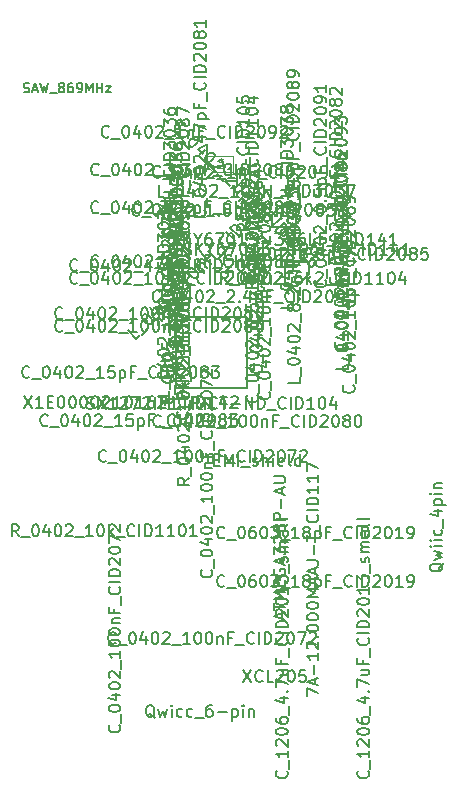
<source format=gbr>
G04 #@! TF.GenerationSoftware,KiCad,Pcbnew,(5.1.4)-1*
G04 #@! TF.CreationDate,2020-12-03T17:42:17+01:00*
G04 #@! TF.ProjectId,LoRa_Balloon,4c6f5261-5f42-4616-9c6c-6f6f6e2e6b69,2*
G04 #@! TF.SameCoordinates,Original*
G04 #@! TF.FileFunction,Other,Fab,Top*
%FSLAX46Y46*%
G04 Gerber Fmt 4.6, Leading zero omitted, Abs format (unit mm)*
G04 Created by KiCad (PCBNEW (5.1.4)-1) date 2020-12-03 17:42:17*
%MOMM*%
%LPD*%
G04 APERTURE LIST*
%ADD10C,0.150000*%
%ADD11C,0.100000*%
%ADD12C,0.075000*%
G04 APERTURE END LIST*
D10*
X117826160Y-119736280D02*
X118826160Y-119736280D01*
X118826160Y-119736280D02*
X118826160Y-121736280D01*
X118826160Y-121736280D02*
X116826160Y-121736280D01*
X116826160Y-121736280D02*
X116826160Y-120736280D01*
X116826160Y-120736280D02*
X117826160Y-119736280D01*
X109694120Y-129313720D02*
X114694120Y-129313720D01*
X114694120Y-129313720D02*
X114694120Y-135313720D01*
X114694120Y-135313720D02*
X108694120Y-135313720D01*
X108694120Y-135313720D02*
X108694120Y-130313720D01*
X108694120Y-130313720D02*
X109694120Y-129313720D01*
X119912440Y-125688200D02*
X118912440Y-126688200D01*
X119912440Y-124688200D02*
X119912440Y-125688200D01*
X117912440Y-124688200D02*
X119912440Y-124688200D01*
X117912440Y-126688200D02*
X117912440Y-124688200D01*
X118912440Y-126688200D02*
X117912440Y-126688200D01*
D11*
X111305800Y-115672200D02*
X111305800Y-116522200D01*
X111805800Y-117022200D02*
X113505800Y-117022200D01*
X111305800Y-115672200D02*
X113505800Y-115672200D01*
X113505800Y-115672200D02*
X113505800Y-117022200D01*
X111305800Y-116522200D02*
X111805800Y-117022200D01*
D10*
X95763809Y-110293809D02*
X95878095Y-110331904D01*
X96068571Y-110331904D01*
X96144761Y-110293809D01*
X96182857Y-110255714D01*
X96220952Y-110179523D01*
X96220952Y-110103333D01*
X96182857Y-110027142D01*
X96144761Y-109989047D01*
X96068571Y-109950952D01*
X95916190Y-109912857D01*
X95840000Y-109874761D01*
X95801904Y-109836666D01*
X95763809Y-109760476D01*
X95763809Y-109684285D01*
X95801904Y-109608095D01*
X95840000Y-109570000D01*
X95916190Y-109531904D01*
X96106666Y-109531904D01*
X96220952Y-109570000D01*
X96525714Y-110103333D02*
X96906666Y-110103333D01*
X96449523Y-110331904D02*
X96716190Y-109531904D01*
X96982857Y-110331904D01*
X97173333Y-109531904D02*
X97363809Y-110331904D01*
X97516190Y-109760476D01*
X97668571Y-110331904D01*
X97859047Y-109531904D01*
X97973333Y-110408095D02*
X98582857Y-110408095D01*
X98887619Y-109874761D02*
X98811428Y-109836666D01*
X98773333Y-109798571D01*
X98735238Y-109722380D01*
X98735238Y-109684285D01*
X98773333Y-109608095D01*
X98811428Y-109570000D01*
X98887619Y-109531904D01*
X99040000Y-109531904D01*
X99116190Y-109570000D01*
X99154285Y-109608095D01*
X99192380Y-109684285D01*
X99192380Y-109722380D01*
X99154285Y-109798571D01*
X99116190Y-109836666D01*
X99040000Y-109874761D01*
X98887619Y-109874761D01*
X98811428Y-109912857D01*
X98773333Y-109950952D01*
X98735238Y-110027142D01*
X98735238Y-110179523D01*
X98773333Y-110255714D01*
X98811428Y-110293809D01*
X98887619Y-110331904D01*
X99040000Y-110331904D01*
X99116190Y-110293809D01*
X99154285Y-110255714D01*
X99192380Y-110179523D01*
X99192380Y-110027142D01*
X99154285Y-109950952D01*
X99116190Y-109912857D01*
X99040000Y-109874761D01*
X99878095Y-109531904D02*
X99725714Y-109531904D01*
X99649523Y-109570000D01*
X99611428Y-109608095D01*
X99535238Y-109722380D01*
X99497142Y-109874761D01*
X99497142Y-110179523D01*
X99535238Y-110255714D01*
X99573333Y-110293809D01*
X99649523Y-110331904D01*
X99801904Y-110331904D01*
X99878095Y-110293809D01*
X99916190Y-110255714D01*
X99954285Y-110179523D01*
X99954285Y-109989047D01*
X99916190Y-109912857D01*
X99878095Y-109874761D01*
X99801904Y-109836666D01*
X99649523Y-109836666D01*
X99573333Y-109874761D01*
X99535238Y-109912857D01*
X99497142Y-109989047D01*
X100335238Y-110331904D02*
X100487619Y-110331904D01*
X100563809Y-110293809D01*
X100601904Y-110255714D01*
X100678095Y-110141428D01*
X100716190Y-109989047D01*
X100716190Y-109684285D01*
X100678095Y-109608095D01*
X100640000Y-109570000D01*
X100563809Y-109531904D01*
X100411428Y-109531904D01*
X100335238Y-109570000D01*
X100297142Y-109608095D01*
X100259047Y-109684285D01*
X100259047Y-109874761D01*
X100297142Y-109950952D01*
X100335238Y-109989047D01*
X100411428Y-110027142D01*
X100563809Y-110027142D01*
X100640000Y-109989047D01*
X100678095Y-109950952D01*
X100716190Y-109874761D01*
X101059047Y-110331904D02*
X101059047Y-109531904D01*
X101325714Y-110103333D01*
X101592380Y-109531904D01*
X101592380Y-110331904D01*
X101973333Y-110331904D02*
X101973333Y-109531904D01*
X101973333Y-109912857D02*
X102430476Y-109912857D01*
X102430476Y-110331904D02*
X102430476Y-109531904D01*
X102735238Y-109798571D02*
X103154285Y-109798571D01*
X102735238Y-110331904D01*
X103154285Y-110331904D01*
X114367013Y-159241160D02*
X115033680Y-160241160D01*
X115033680Y-159241160D02*
X114367013Y-160241160D01*
X115986060Y-160145922D02*
X115938441Y-160193541D01*
X115795584Y-160241160D01*
X115700346Y-160241160D01*
X115557489Y-160193541D01*
X115462251Y-160098303D01*
X115414632Y-160003065D01*
X115367013Y-159812589D01*
X115367013Y-159669732D01*
X115414632Y-159479256D01*
X115462251Y-159384018D01*
X115557489Y-159288780D01*
X115700346Y-159241160D01*
X115795584Y-159241160D01*
X115938441Y-159288780D01*
X115986060Y-159336399D01*
X116890822Y-160241160D02*
X116414632Y-160241160D01*
X116414632Y-159241160D01*
X117176537Y-159336399D02*
X117224156Y-159288780D01*
X117319394Y-159241160D01*
X117557489Y-159241160D01*
X117652727Y-159288780D01*
X117700346Y-159336399D01*
X117747965Y-159431637D01*
X117747965Y-159526875D01*
X117700346Y-159669732D01*
X117128918Y-160241160D01*
X117747965Y-160241160D01*
X118367013Y-159241160D02*
X118462251Y-159241160D01*
X118557489Y-159288780D01*
X118605108Y-159336399D01*
X118652727Y-159431637D01*
X118700346Y-159622113D01*
X118700346Y-159860208D01*
X118652727Y-160050684D01*
X118605108Y-160145922D01*
X118557489Y-160193541D01*
X118462251Y-160241160D01*
X118367013Y-160241160D01*
X118271775Y-160193541D01*
X118224156Y-160145922D01*
X118176537Y-160050684D01*
X118128918Y-159860208D01*
X118128918Y-159622113D01*
X118176537Y-159431637D01*
X118224156Y-159336399D01*
X118271775Y-159288780D01*
X118367013Y-159241160D01*
X119605108Y-159241160D02*
X119128918Y-159241160D01*
X119081299Y-159717351D01*
X119128918Y-159669732D01*
X119224156Y-159622113D01*
X119462251Y-159622113D01*
X119557489Y-159669732D01*
X119605108Y-159717351D01*
X119652727Y-159812589D01*
X119652727Y-160050684D01*
X119605108Y-160145922D01*
X119557489Y-160193541D01*
X119462251Y-160241160D01*
X119224156Y-160241160D01*
X119128918Y-160193541D01*
X119081299Y-160145922D01*
X131277219Y-150167619D02*
X131229600Y-150262857D01*
X131134361Y-150358095D01*
X130991504Y-150500952D01*
X130943885Y-150596190D01*
X130943885Y-150691428D01*
X131181980Y-150643809D02*
X131134361Y-150739047D01*
X131039123Y-150834285D01*
X130848647Y-150881904D01*
X130515314Y-150881904D01*
X130324838Y-150834285D01*
X130229600Y-150739047D01*
X130181980Y-150643809D01*
X130181980Y-150453333D01*
X130229600Y-150358095D01*
X130324838Y-150262857D01*
X130515314Y-150215238D01*
X130848647Y-150215238D01*
X131039123Y-150262857D01*
X131134361Y-150358095D01*
X131181980Y-150453333D01*
X131181980Y-150643809D01*
X130515314Y-149881904D02*
X131181980Y-149691428D01*
X130705790Y-149500952D01*
X131181980Y-149310476D01*
X130515314Y-149120000D01*
X131181980Y-148739047D02*
X130515314Y-148739047D01*
X130181980Y-148739047D02*
X130229600Y-148786666D01*
X130277219Y-148739047D01*
X130229600Y-148691428D01*
X130181980Y-148739047D01*
X130277219Y-148739047D01*
X131181980Y-148262857D02*
X130515314Y-148262857D01*
X130181980Y-148262857D02*
X130229600Y-148310476D01*
X130277219Y-148262857D01*
X130229600Y-148215238D01*
X130181980Y-148262857D01*
X130277219Y-148262857D01*
X131134361Y-147358095D02*
X131181980Y-147453333D01*
X131181980Y-147643809D01*
X131134361Y-147739047D01*
X131086742Y-147786666D01*
X130991504Y-147834285D01*
X130705790Y-147834285D01*
X130610552Y-147786666D01*
X130562933Y-147739047D01*
X130515314Y-147643809D01*
X130515314Y-147453333D01*
X130562933Y-147358095D01*
X131277219Y-147167619D02*
X131277219Y-146405714D01*
X130515314Y-145739047D02*
X131181980Y-145739047D01*
X130134361Y-145977142D02*
X130848647Y-146215238D01*
X130848647Y-145596190D01*
X130515314Y-145215238D02*
X131515314Y-145215238D01*
X130562933Y-145215238D02*
X130515314Y-145120000D01*
X130515314Y-144929523D01*
X130562933Y-144834285D01*
X130610552Y-144786666D01*
X130705790Y-144739047D01*
X130991504Y-144739047D01*
X131086742Y-144786666D01*
X131134361Y-144834285D01*
X131181980Y-144929523D01*
X131181980Y-145120000D01*
X131134361Y-145215238D01*
X131181980Y-144310476D02*
X130515314Y-144310476D01*
X130181980Y-144310476D02*
X130229600Y-144358095D01*
X130277219Y-144310476D01*
X130229600Y-144262857D01*
X130181980Y-144310476D01*
X130277219Y-144310476D01*
X130515314Y-143834285D02*
X131181980Y-143834285D01*
X130610552Y-143834285D02*
X130562933Y-143786666D01*
X130515314Y-143691428D01*
X130515314Y-143548571D01*
X130562933Y-143453333D01*
X130658171Y-143405714D01*
X131181980Y-143405714D01*
X108629940Y-128243299D02*
X108629940Y-128719489D01*
X107629940Y-128719489D01*
X108725179Y-128148060D02*
X108725179Y-127386156D01*
X107629940Y-126957584D02*
X107629940Y-126862346D01*
X107677560Y-126767108D01*
X107725179Y-126719489D01*
X107820417Y-126671870D01*
X108010893Y-126624251D01*
X108248988Y-126624251D01*
X108439464Y-126671870D01*
X108534702Y-126719489D01*
X108582321Y-126767108D01*
X108629940Y-126862346D01*
X108629940Y-126957584D01*
X108582321Y-127052822D01*
X108534702Y-127100441D01*
X108439464Y-127148060D01*
X108248988Y-127195680D01*
X108010893Y-127195680D01*
X107820417Y-127148060D01*
X107725179Y-127100441D01*
X107677560Y-127052822D01*
X107629940Y-126957584D01*
X107963274Y-125767108D02*
X108629940Y-125767108D01*
X107582321Y-126005203D02*
X108296607Y-126243299D01*
X108296607Y-125624251D01*
X107629940Y-125052822D02*
X107629940Y-124957584D01*
X107677560Y-124862346D01*
X107725179Y-124814727D01*
X107820417Y-124767108D01*
X108010893Y-124719489D01*
X108248988Y-124719489D01*
X108439464Y-124767108D01*
X108534702Y-124814727D01*
X108582321Y-124862346D01*
X108629940Y-124957584D01*
X108629940Y-125052822D01*
X108582321Y-125148060D01*
X108534702Y-125195680D01*
X108439464Y-125243299D01*
X108248988Y-125290918D01*
X108010893Y-125290918D01*
X107820417Y-125243299D01*
X107725179Y-125195680D01*
X107677560Y-125148060D01*
X107629940Y-125052822D01*
X107725179Y-124338537D02*
X107677560Y-124290918D01*
X107629940Y-124195680D01*
X107629940Y-123957584D01*
X107677560Y-123862346D01*
X107725179Y-123814727D01*
X107820417Y-123767108D01*
X107915655Y-123767108D01*
X108058512Y-123814727D01*
X108629940Y-124386156D01*
X108629940Y-123767108D01*
X108725179Y-123576632D02*
X108725179Y-122814727D01*
X107629940Y-122100441D02*
X107629940Y-122576632D01*
X108106131Y-122624251D01*
X108058512Y-122576632D01*
X108010893Y-122481394D01*
X108010893Y-122243299D01*
X108058512Y-122148060D01*
X108106131Y-122100441D01*
X108201369Y-122052822D01*
X108439464Y-122052822D01*
X108534702Y-122100441D01*
X108582321Y-122148060D01*
X108629940Y-122243299D01*
X108629940Y-122481394D01*
X108582321Y-122576632D01*
X108534702Y-122624251D01*
X108534702Y-121624251D02*
X108582321Y-121576632D01*
X108629940Y-121624251D01*
X108582321Y-121671870D01*
X108534702Y-121624251D01*
X108629940Y-121624251D01*
X107629940Y-120719489D02*
X107629940Y-120909965D01*
X107677560Y-121005203D01*
X107725179Y-121052822D01*
X107868036Y-121148060D01*
X108058512Y-121195680D01*
X108439464Y-121195680D01*
X108534702Y-121148060D01*
X108582321Y-121100441D01*
X108629940Y-121005203D01*
X108629940Y-120814727D01*
X108582321Y-120719489D01*
X108534702Y-120671870D01*
X108439464Y-120624251D01*
X108201369Y-120624251D01*
X108106131Y-120671870D01*
X108058512Y-120719489D01*
X108010893Y-120814727D01*
X108010893Y-121005203D01*
X108058512Y-121100441D01*
X108106131Y-121148060D01*
X108201369Y-121195680D01*
X107963274Y-120195680D02*
X108629940Y-120195680D01*
X108058512Y-120195680D02*
X108010893Y-120148060D01*
X107963274Y-120052822D01*
X107963274Y-119909965D01*
X108010893Y-119814727D01*
X108106131Y-119767108D01*
X108629940Y-119767108D01*
X108629940Y-119290918D02*
X107629940Y-119290918D01*
X108106131Y-119290918D02*
X108106131Y-118719489D01*
X108629940Y-118719489D02*
X107629940Y-118719489D01*
X108725179Y-118481394D02*
X108725179Y-117719489D01*
X108534702Y-116909965D02*
X108582321Y-116957584D01*
X108629940Y-117100441D01*
X108629940Y-117195680D01*
X108582321Y-117338537D01*
X108487083Y-117433775D01*
X108391845Y-117481394D01*
X108201369Y-117529013D01*
X108058512Y-117529013D01*
X107868036Y-117481394D01*
X107772798Y-117433775D01*
X107677560Y-117338537D01*
X107629940Y-117195680D01*
X107629940Y-117100441D01*
X107677560Y-116957584D01*
X107725179Y-116909965D01*
X108629940Y-116481394D02*
X107629940Y-116481394D01*
X108629940Y-116005203D02*
X107629940Y-116005203D01*
X107629940Y-115767108D01*
X107677560Y-115624251D01*
X107772798Y-115529013D01*
X107868036Y-115481394D01*
X108058512Y-115433775D01*
X108201369Y-115433775D01*
X108391845Y-115481394D01*
X108487083Y-115529013D01*
X108582321Y-115624251D01*
X108629940Y-115767108D01*
X108629940Y-116005203D01*
X107629940Y-115100441D02*
X107629940Y-114481394D01*
X108010893Y-114814727D01*
X108010893Y-114671870D01*
X108058512Y-114576632D01*
X108106131Y-114529013D01*
X108201369Y-114481394D01*
X108439464Y-114481394D01*
X108534702Y-114529013D01*
X108582321Y-114576632D01*
X108629940Y-114671870D01*
X108629940Y-114957584D01*
X108582321Y-115052822D01*
X108534702Y-115100441D01*
X107629940Y-113862346D02*
X107629940Y-113767108D01*
X107677560Y-113671870D01*
X107725179Y-113624251D01*
X107820417Y-113576632D01*
X108010893Y-113529013D01*
X108248988Y-113529013D01*
X108439464Y-113576632D01*
X108534702Y-113624251D01*
X108582321Y-113671870D01*
X108629940Y-113767108D01*
X108629940Y-113862346D01*
X108582321Y-113957584D01*
X108534702Y-114005203D01*
X108439464Y-114052822D01*
X108248988Y-114100441D01*
X108010893Y-114100441D01*
X107820417Y-114052822D01*
X107725179Y-114005203D01*
X107677560Y-113957584D01*
X107629940Y-113862346D01*
X107629940Y-113195680D02*
X107629940Y-112576632D01*
X108010893Y-112909965D01*
X108010893Y-112767108D01*
X108058512Y-112671870D01*
X108106131Y-112624251D01*
X108201369Y-112576632D01*
X108439464Y-112576632D01*
X108534702Y-112624251D01*
X108582321Y-112671870D01*
X108629940Y-112767108D01*
X108629940Y-113052822D01*
X108582321Y-113148060D01*
X108534702Y-113195680D01*
X107629940Y-111719489D02*
X107629940Y-111909965D01*
X107677560Y-112005203D01*
X107725179Y-112052822D01*
X107868036Y-112148060D01*
X108058512Y-112195680D01*
X108439464Y-112195680D01*
X108534702Y-112148060D01*
X108582321Y-112100441D01*
X108629940Y-112005203D01*
X108629940Y-111814727D01*
X108582321Y-111719489D01*
X108534702Y-111671870D01*
X108439464Y-111624251D01*
X108201369Y-111624251D01*
X108106131Y-111671870D01*
X108058512Y-111719489D01*
X108010893Y-111814727D01*
X108010893Y-112005203D01*
X108058512Y-112100441D01*
X108106131Y-112148060D01*
X108201369Y-112195680D01*
X124915602Y-167761812D02*
X124963221Y-167809431D01*
X125010840Y-167952288D01*
X125010840Y-168047526D01*
X124963221Y-168190383D01*
X124867983Y-168285621D01*
X124772745Y-168333240D01*
X124582269Y-168380860D01*
X124439412Y-168380860D01*
X124248936Y-168333240D01*
X124153698Y-168285621D01*
X124058460Y-168190383D01*
X124010840Y-168047526D01*
X124010840Y-167952288D01*
X124058460Y-167809431D01*
X124106079Y-167761812D01*
X125106079Y-167571336D02*
X125106079Y-166809431D01*
X125010840Y-166047526D02*
X125010840Y-166618955D01*
X125010840Y-166333240D02*
X124010840Y-166333240D01*
X124153698Y-166428479D01*
X124248936Y-166523717D01*
X124296555Y-166618955D01*
X124106079Y-165666574D02*
X124058460Y-165618955D01*
X124010840Y-165523717D01*
X124010840Y-165285621D01*
X124058460Y-165190383D01*
X124106079Y-165142764D01*
X124201317Y-165095145D01*
X124296555Y-165095145D01*
X124439412Y-165142764D01*
X125010840Y-165714193D01*
X125010840Y-165095145D01*
X124010840Y-164476098D02*
X124010840Y-164380860D01*
X124058460Y-164285621D01*
X124106079Y-164238002D01*
X124201317Y-164190383D01*
X124391793Y-164142764D01*
X124629888Y-164142764D01*
X124820364Y-164190383D01*
X124915602Y-164238002D01*
X124963221Y-164285621D01*
X125010840Y-164380860D01*
X125010840Y-164476098D01*
X124963221Y-164571336D01*
X124915602Y-164618955D01*
X124820364Y-164666574D01*
X124629888Y-164714193D01*
X124391793Y-164714193D01*
X124201317Y-164666574D01*
X124106079Y-164618955D01*
X124058460Y-164571336D01*
X124010840Y-164476098D01*
X124010840Y-163285621D02*
X124010840Y-163476098D01*
X124058460Y-163571336D01*
X124106079Y-163618955D01*
X124248936Y-163714193D01*
X124439412Y-163761812D01*
X124820364Y-163761812D01*
X124915602Y-163714193D01*
X124963221Y-163666574D01*
X125010840Y-163571336D01*
X125010840Y-163380860D01*
X124963221Y-163285621D01*
X124915602Y-163238002D01*
X124820364Y-163190383D01*
X124582269Y-163190383D01*
X124487031Y-163238002D01*
X124439412Y-163285621D01*
X124391793Y-163380860D01*
X124391793Y-163571336D01*
X124439412Y-163666574D01*
X124487031Y-163714193D01*
X124582269Y-163761812D01*
X125106079Y-162999907D02*
X125106079Y-162238002D01*
X124344174Y-161571336D02*
X125010840Y-161571336D01*
X123963221Y-161809431D02*
X124677507Y-162047526D01*
X124677507Y-161428479D01*
X124915602Y-161047526D02*
X124963221Y-160999907D01*
X125010840Y-161047526D01*
X124963221Y-161095145D01*
X124915602Y-161047526D01*
X125010840Y-161047526D01*
X124010840Y-160666574D02*
X124010840Y-159999907D01*
X125010840Y-160428479D01*
X124344174Y-159190383D02*
X125010840Y-159190383D01*
X124344174Y-159618955D02*
X124867983Y-159618955D01*
X124963221Y-159571336D01*
X125010840Y-159476098D01*
X125010840Y-159333240D01*
X124963221Y-159238002D01*
X124915602Y-159190383D01*
X124487031Y-158380860D02*
X124487031Y-158714193D01*
X125010840Y-158714193D02*
X124010840Y-158714193D01*
X124010840Y-158238002D01*
X125106079Y-158095145D02*
X125106079Y-157333240D01*
X124915602Y-156523717D02*
X124963221Y-156571336D01*
X125010840Y-156714193D01*
X125010840Y-156809431D01*
X124963221Y-156952288D01*
X124867983Y-157047526D01*
X124772745Y-157095145D01*
X124582269Y-157142764D01*
X124439412Y-157142764D01*
X124248936Y-157095145D01*
X124153698Y-157047526D01*
X124058460Y-156952288D01*
X124010840Y-156809431D01*
X124010840Y-156714193D01*
X124058460Y-156571336D01*
X124106079Y-156523717D01*
X125010840Y-156095145D02*
X124010840Y-156095145D01*
X125010840Y-155618955D02*
X124010840Y-155618955D01*
X124010840Y-155380860D01*
X124058460Y-155238002D01*
X124153698Y-155142764D01*
X124248936Y-155095145D01*
X124439412Y-155047526D01*
X124582269Y-155047526D01*
X124772745Y-155095145D01*
X124867983Y-155142764D01*
X124963221Y-155238002D01*
X125010840Y-155380860D01*
X125010840Y-155618955D01*
X124106079Y-154666574D02*
X124058460Y-154618955D01*
X124010840Y-154523717D01*
X124010840Y-154285621D01*
X124058460Y-154190383D01*
X124106079Y-154142764D01*
X124201317Y-154095145D01*
X124296555Y-154095145D01*
X124439412Y-154142764D01*
X125010840Y-154714193D01*
X125010840Y-154095145D01*
X124010840Y-153476098D02*
X124010840Y-153380860D01*
X124058460Y-153285621D01*
X124106079Y-153238002D01*
X124201317Y-153190383D01*
X124391793Y-153142764D01*
X124629888Y-153142764D01*
X124820364Y-153190383D01*
X124915602Y-153238002D01*
X124963221Y-153285621D01*
X125010840Y-153380860D01*
X125010840Y-153476098D01*
X124963221Y-153571336D01*
X124915602Y-153618955D01*
X124820364Y-153666574D01*
X124629888Y-153714193D01*
X124391793Y-153714193D01*
X124201317Y-153666574D01*
X124106079Y-153618955D01*
X124058460Y-153571336D01*
X124010840Y-153476098D01*
X125010840Y-152190383D02*
X125010840Y-152761812D01*
X125010840Y-152476098D02*
X124010840Y-152476098D01*
X124153698Y-152571336D01*
X124248936Y-152666574D01*
X124296555Y-152761812D01*
X124010840Y-151857050D02*
X124010840Y-151238002D01*
X124391793Y-151571336D01*
X124391793Y-151428479D01*
X124439412Y-151333240D01*
X124487031Y-151285621D01*
X124582269Y-151238002D01*
X124820364Y-151238002D01*
X124915602Y-151285621D01*
X124963221Y-151333240D01*
X125010840Y-151428479D01*
X125010840Y-151714193D01*
X124963221Y-151809431D01*
X124915602Y-151857050D01*
X125106079Y-151047526D02*
X125106079Y-150285621D01*
X124963221Y-150095145D02*
X125010840Y-149999907D01*
X125010840Y-149809431D01*
X124963221Y-149714193D01*
X124867983Y-149666574D01*
X124820364Y-149666574D01*
X124725126Y-149714193D01*
X124677507Y-149809431D01*
X124677507Y-149952288D01*
X124629888Y-150047526D01*
X124534650Y-150095145D01*
X124487031Y-150095145D01*
X124391793Y-150047526D01*
X124344174Y-149952288D01*
X124344174Y-149809431D01*
X124391793Y-149714193D01*
X125010840Y-149238002D02*
X124344174Y-149238002D01*
X124439412Y-149238002D02*
X124391793Y-149190383D01*
X124344174Y-149095145D01*
X124344174Y-148952288D01*
X124391793Y-148857050D01*
X124487031Y-148809431D01*
X125010840Y-148809431D01*
X124487031Y-148809431D02*
X124391793Y-148761812D01*
X124344174Y-148666574D01*
X124344174Y-148523717D01*
X124391793Y-148428479D01*
X124487031Y-148380860D01*
X125010840Y-148380860D01*
X125010840Y-147476098D02*
X124487031Y-147476098D01*
X124391793Y-147523717D01*
X124344174Y-147618955D01*
X124344174Y-147809431D01*
X124391793Y-147904669D01*
X124963221Y-147476098D02*
X125010840Y-147571336D01*
X125010840Y-147809431D01*
X124963221Y-147904669D01*
X124867983Y-147952288D01*
X124772745Y-147952288D01*
X124677507Y-147904669D01*
X124629888Y-147809431D01*
X124629888Y-147571336D01*
X124582269Y-147476098D01*
X125010840Y-146857050D02*
X124963221Y-146952288D01*
X124867983Y-146999907D01*
X124010840Y-146999907D01*
X125010840Y-146333240D02*
X124963221Y-146428479D01*
X124867983Y-146476098D01*
X124010840Y-146476098D01*
X118016902Y-167761812D02*
X118064521Y-167809431D01*
X118112140Y-167952288D01*
X118112140Y-168047526D01*
X118064521Y-168190383D01*
X117969283Y-168285621D01*
X117874045Y-168333240D01*
X117683569Y-168380860D01*
X117540712Y-168380860D01*
X117350236Y-168333240D01*
X117254998Y-168285621D01*
X117159760Y-168190383D01*
X117112140Y-168047526D01*
X117112140Y-167952288D01*
X117159760Y-167809431D01*
X117207379Y-167761812D01*
X118207379Y-167571336D02*
X118207379Y-166809431D01*
X118112140Y-166047526D02*
X118112140Y-166618955D01*
X118112140Y-166333240D02*
X117112140Y-166333240D01*
X117254998Y-166428479D01*
X117350236Y-166523717D01*
X117397855Y-166618955D01*
X117207379Y-165666574D02*
X117159760Y-165618955D01*
X117112140Y-165523717D01*
X117112140Y-165285621D01*
X117159760Y-165190383D01*
X117207379Y-165142764D01*
X117302617Y-165095145D01*
X117397855Y-165095145D01*
X117540712Y-165142764D01*
X118112140Y-165714193D01*
X118112140Y-165095145D01*
X117112140Y-164476098D02*
X117112140Y-164380860D01*
X117159760Y-164285621D01*
X117207379Y-164238002D01*
X117302617Y-164190383D01*
X117493093Y-164142764D01*
X117731188Y-164142764D01*
X117921664Y-164190383D01*
X118016902Y-164238002D01*
X118064521Y-164285621D01*
X118112140Y-164380860D01*
X118112140Y-164476098D01*
X118064521Y-164571336D01*
X118016902Y-164618955D01*
X117921664Y-164666574D01*
X117731188Y-164714193D01*
X117493093Y-164714193D01*
X117302617Y-164666574D01*
X117207379Y-164618955D01*
X117159760Y-164571336D01*
X117112140Y-164476098D01*
X117112140Y-163285621D02*
X117112140Y-163476098D01*
X117159760Y-163571336D01*
X117207379Y-163618955D01*
X117350236Y-163714193D01*
X117540712Y-163761812D01*
X117921664Y-163761812D01*
X118016902Y-163714193D01*
X118064521Y-163666574D01*
X118112140Y-163571336D01*
X118112140Y-163380860D01*
X118064521Y-163285621D01*
X118016902Y-163238002D01*
X117921664Y-163190383D01*
X117683569Y-163190383D01*
X117588331Y-163238002D01*
X117540712Y-163285621D01*
X117493093Y-163380860D01*
X117493093Y-163571336D01*
X117540712Y-163666574D01*
X117588331Y-163714193D01*
X117683569Y-163761812D01*
X118207379Y-162999907D02*
X118207379Y-162238002D01*
X117445474Y-161571336D02*
X118112140Y-161571336D01*
X117064521Y-161809431D02*
X117778807Y-162047526D01*
X117778807Y-161428479D01*
X118016902Y-161047526D02*
X118064521Y-160999907D01*
X118112140Y-161047526D01*
X118064521Y-161095145D01*
X118016902Y-161047526D01*
X118112140Y-161047526D01*
X117112140Y-160666574D02*
X117112140Y-159999907D01*
X118112140Y-160428479D01*
X117445474Y-159190383D02*
X118112140Y-159190383D01*
X117445474Y-159618955D02*
X117969283Y-159618955D01*
X118064521Y-159571336D01*
X118112140Y-159476098D01*
X118112140Y-159333240D01*
X118064521Y-159238002D01*
X118016902Y-159190383D01*
X117588331Y-158380860D02*
X117588331Y-158714193D01*
X118112140Y-158714193D02*
X117112140Y-158714193D01*
X117112140Y-158238002D01*
X118207379Y-158095145D02*
X118207379Y-157333240D01*
X118016902Y-156523717D02*
X118064521Y-156571336D01*
X118112140Y-156714193D01*
X118112140Y-156809431D01*
X118064521Y-156952288D01*
X117969283Y-157047526D01*
X117874045Y-157095145D01*
X117683569Y-157142764D01*
X117540712Y-157142764D01*
X117350236Y-157095145D01*
X117254998Y-157047526D01*
X117159760Y-156952288D01*
X117112140Y-156809431D01*
X117112140Y-156714193D01*
X117159760Y-156571336D01*
X117207379Y-156523717D01*
X118112140Y-156095145D02*
X117112140Y-156095145D01*
X118112140Y-155618955D02*
X117112140Y-155618955D01*
X117112140Y-155380860D01*
X117159760Y-155238002D01*
X117254998Y-155142764D01*
X117350236Y-155095145D01*
X117540712Y-155047526D01*
X117683569Y-155047526D01*
X117874045Y-155095145D01*
X117969283Y-155142764D01*
X118064521Y-155238002D01*
X118112140Y-155380860D01*
X118112140Y-155618955D01*
X117207379Y-154666574D02*
X117159760Y-154618955D01*
X117112140Y-154523717D01*
X117112140Y-154285621D01*
X117159760Y-154190383D01*
X117207379Y-154142764D01*
X117302617Y-154095145D01*
X117397855Y-154095145D01*
X117540712Y-154142764D01*
X118112140Y-154714193D01*
X118112140Y-154095145D01*
X117112140Y-153476098D02*
X117112140Y-153380860D01*
X117159760Y-153285621D01*
X117207379Y-153238002D01*
X117302617Y-153190383D01*
X117493093Y-153142764D01*
X117731188Y-153142764D01*
X117921664Y-153190383D01*
X118016902Y-153238002D01*
X118064521Y-153285621D01*
X118112140Y-153380860D01*
X118112140Y-153476098D01*
X118064521Y-153571336D01*
X118016902Y-153618955D01*
X117921664Y-153666574D01*
X117731188Y-153714193D01*
X117493093Y-153714193D01*
X117302617Y-153666574D01*
X117207379Y-153618955D01*
X117159760Y-153571336D01*
X117112140Y-153476098D01*
X118112140Y-152190383D02*
X118112140Y-152761812D01*
X118112140Y-152476098D02*
X117112140Y-152476098D01*
X117254998Y-152571336D01*
X117350236Y-152666574D01*
X117397855Y-152761812D01*
X117112140Y-151857050D02*
X117112140Y-151238002D01*
X117493093Y-151571336D01*
X117493093Y-151428479D01*
X117540712Y-151333240D01*
X117588331Y-151285621D01*
X117683569Y-151238002D01*
X117921664Y-151238002D01*
X118016902Y-151285621D01*
X118064521Y-151333240D01*
X118112140Y-151428479D01*
X118112140Y-151714193D01*
X118064521Y-151809431D01*
X118016902Y-151857050D01*
X118207379Y-151047526D02*
X118207379Y-150285621D01*
X118064521Y-150095145D02*
X118112140Y-149999907D01*
X118112140Y-149809431D01*
X118064521Y-149714193D01*
X117969283Y-149666574D01*
X117921664Y-149666574D01*
X117826426Y-149714193D01*
X117778807Y-149809431D01*
X117778807Y-149952288D01*
X117731188Y-150047526D01*
X117635950Y-150095145D01*
X117588331Y-150095145D01*
X117493093Y-150047526D01*
X117445474Y-149952288D01*
X117445474Y-149809431D01*
X117493093Y-149714193D01*
X118112140Y-149238002D02*
X117445474Y-149238002D01*
X117540712Y-149238002D02*
X117493093Y-149190383D01*
X117445474Y-149095145D01*
X117445474Y-148952288D01*
X117493093Y-148857050D01*
X117588331Y-148809431D01*
X118112140Y-148809431D01*
X117588331Y-148809431D02*
X117493093Y-148761812D01*
X117445474Y-148666574D01*
X117445474Y-148523717D01*
X117493093Y-148428479D01*
X117588331Y-148380860D01*
X118112140Y-148380860D01*
X118112140Y-147476098D02*
X117588331Y-147476098D01*
X117493093Y-147523717D01*
X117445474Y-147618955D01*
X117445474Y-147809431D01*
X117493093Y-147904669D01*
X118064521Y-147476098D02*
X118112140Y-147571336D01*
X118112140Y-147809431D01*
X118064521Y-147904669D01*
X117969283Y-147952288D01*
X117874045Y-147952288D01*
X117778807Y-147904669D01*
X117731188Y-147809431D01*
X117731188Y-147571336D01*
X117683569Y-147476098D01*
X118112140Y-146857050D02*
X118064521Y-146952288D01*
X117969283Y-146999907D01*
X117112140Y-146999907D01*
X118112140Y-146333240D02*
X118064521Y-146428479D01*
X117969283Y-146476098D01*
X117112140Y-146476098D01*
X106859557Y-163282799D02*
X106764319Y-163235180D01*
X106669080Y-163139941D01*
X106526223Y-162997084D01*
X106430985Y-162949465D01*
X106335747Y-162949465D01*
X106383366Y-163187560D02*
X106288128Y-163139941D01*
X106192890Y-163044703D01*
X106145271Y-162854227D01*
X106145271Y-162520894D01*
X106192890Y-162330418D01*
X106288128Y-162235180D01*
X106383366Y-162187560D01*
X106573842Y-162187560D01*
X106669080Y-162235180D01*
X106764319Y-162330418D01*
X106811938Y-162520894D01*
X106811938Y-162854227D01*
X106764319Y-163044703D01*
X106669080Y-163139941D01*
X106573842Y-163187560D01*
X106383366Y-163187560D01*
X107145271Y-162520894D02*
X107335747Y-163187560D01*
X107526223Y-162711370D01*
X107716700Y-163187560D01*
X107907176Y-162520894D01*
X108288128Y-163187560D02*
X108288128Y-162520894D01*
X108288128Y-162187560D02*
X108240509Y-162235180D01*
X108288128Y-162282799D01*
X108335747Y-162235180D01*
X108288128Y-162187560D01*
X108288128Y-162282799D01*
X109192890Y-163139941D02*
X109097652Y-163187560D01*
X108907176Y-163187560D01*
X108811938Y-163139941D01*
X108764319Y-163092322D01*
X108716700Y-162997084D01*
X108716700Y-162711370D01*
X108764319Y-162616132D01*
X108811938Y-162568513D01*
X108907176Y-162520894D01*
X109097652Y-162520894D01*
X109192890Y-162568513D01*
X110050033Y-163139941D02*
X109954795Y-163187560D01*
X109764319Y-163187560D01*
X109669080Y-163139941D01*
X109621461Y-163092322D01*
X109573842Y-162997084D01*
X109573842Y-162711370D01*
X109621461Y-162616132D01*
X109669080Y-162568513D01*
X109764319Y-162520894D01*
X109954795Y-162520894D01*
X110050033Y-162568513D01*
X110240509Y-163282799D02*
X111002414Y-163282799D01*
X111669080Y-162187560D02*
X111478604Y-162187560D01*
X111383366Y-162235180D01*
X111335747Y-162282799D01*
X111240509Y-162425656D01*
X111192890Y-162616132D01*
X111192890Y-162997084D01*
X111240509Y-163092322D01*
X111288128Y-163139941D01*
X111383366Y-163187560D01*
X111573842Y-163187560D01*
X111669080Y-163139941D01*
X111716700Y-163092322D01*
X111764319Y-162997084D01*
X111764319Y-162758989D01*
X111716700Y-162663751D01*
X111669080Y-162616132D01*
X111573842Y-162568513D01*
X111383366Y-162568513D01*
X111288128Y-162616132D01*
X111240509Y-162663751D01*
X111192890Y-162758989D01*
X112192890Y-162806608D02*
X112954795Y-162806608D01*
X113430985Y-162520894D02*
X113430985Y-163520894D01*
X113430985Y-162568513D02*
X113526223Y-162520894D01*
X113716700Y-162520894D01*
X113811938Y-162568513D01*
X113859557Y-162616132D01*
X113907176Y-162711370D01*
X113907176Y-162997084D01*
X113859557Y-163092322D01*
X113811938Y-163139941D01*
X113716700Y-163187560D01*
X113526223Y-163187560D01*
X113430985Y-163139941D01*
X114335747Y-163187560D02*
X114335747Y-162520894D01*
X114335747Y-162187560D02*
X114288128Y-162235180D01*
X114335747Y-162282799D01*
X114383366Y-162235180D01*
X114335747Y-162187560D01*
X114335747Y-162282799D01*
X114811938Y-162520894D02*
X114811938Y-163187560D01*
X114811938Y-162616132D02*
X114859557Y-162568513D01*
X114954795Y-162520894D01*
X115097652Y-162520894D01*
X115192890Y-162568513D01*
X115240509Y-162663751D01*
X115240509Y-163187560D01*
X103552383Y-156915782D02*
X103504764Y-156963401D01*
X103361907Y-157011020D01*
X103266669Y-157011020D01*
X103123812Y-156963401D01*
X103028574Y-156868163D01*
X102980955Y-156772925D01*
X102933336Y-156582449D01*
X102933336Y-156439592D01*
X102980955Y-156249116D01*
X103028574Y-156153878D01*
X103123812Y-156058640D01*
X103266669Y-156011020D01*
X103361907Y-156011020D01*
X103504764Y-156058640D01*
X103552383Y-156106259D01*
X103742860Y-157106259D02*
X104504764Y-157106259D01*
X104933336Y-156011020D02*
X105028574Y-156011020D01*
X105123812Y-156058640D01*
X105171431Y-156106259D01*
X105219050Y-156201497D01*
X105266669Y-156391973D01*
X105266669Y-156630068D01*
X105219050Y-156820544D01*
X105171431Y-156915782D01*
X105123812Y-156963401D01*
X105028574Y-157011020D01*
X104933336Y-157011020D01*
X104838098Y-156963401D01*
X104790479Y-156915782D01*
X104742860Y-156820544D01*
X104695240Y-156630068D01*
X104695240Y-156391973D01*
X104742860Y-156201497D01*
X104790479Y-156106259D01*
X104838098Y-156058640D01*
X104933336Y-156011020D01*
X106123812Y-156344354D02*
X106123812Y-157011020D01*
X105885717Y-155963401D02*
X105647621Y-156677687D01*
X106266669Y-156677687D01*
X106838098Y-156011020D02*
X106933336Y-156011020D01*
X107028574Y-156058640D01*
X107076193Y-156106259D01*
X107123812Y-156201497D01*
X107171431Y-156391973D01*
X107171431Y-156630068D01*
X107123812Y-156820544D01*
X107076193Y-156915782D01*
X107028574Y-156963401D01*
X106933336Y-157011020D01*
X106838098Y-157011020D01*
X106742860Y-156963401D01*
X106695240Y-156915782D01*
X106647621Y-156820544D01*
X106600002Y-156630068D01*
X106600002Y-156391973D01*
X106647621Y-156201497D01*
X106695240Y-156106259D01*
X106742860Y-156058640D01*
X106838098Y-156011020D01*
X107552383Y-156106259D02*
X107600002Y-156058640D01*
X107695240Y-156011020D01*
X107933336Y-156011020D01*
X108028574Y-156058640D01*
X108076193Y-156106259D01*
X108123812Y-156201497D01*
X108123812Y-156296735D01*
X108076193Y-156439592D01*
X107504764Y-157011020D01*
X108123812Y-157011020D01*
X108314288Y-157106259D02*
X109076193Y-157106259D01*
X109838098Y-157011020D02*
X109266669Y-157011020D01*
X109552383Y-157011020D02*
X109552383Y-156011020D01*
X109457145Y-156153878D01*
X109361907Y-156249116D01*
X109266669Y-156296735D01*
X110457145Y-156011020D02*
X110552383Y-156011020D01*
X110647621Y-156058640D01*
X110695240Y-156106259D01*
X110742860Y-156201497D01*
X110790479Y-156391973D01*
X110790479Y-156630068D01*
X110742860Y-156820544D01*
X110695240Y-156915782D01*
X110647621Y-156963401D01*
X110552383Y-157011020D01*
X110457145Y-157011020D01*
X110361907Y-156963401D01*
X110314288Y-156915782D01*
X110266669Y-156820544D01*
X110219050Y-156630068D01*
X110219050Y-156391973D01*
X110266669Y-156201497D01*
X110314288Y-156106259D01*
X110361907Y-156058640D01*
X110457145Y-156011020D01*
X111409526Y-156011020D02*
X111504764Y-156011020D01*
X111600002Y-156058640D01*
X111647621Y-156106259D01*
X111695240Y-156201497D01*
X111742860Y-156391973D01*
X111742860Y-156630068D01*
X111695240Y-156820544D01*
X111647621Y-156915782D01*
X111600002Y-156963401D01*
X111504764Y-157011020D01*
X111409526Y-157011020D01*
X111314288Y-156963401D01*
X111266669Y-156915782D01*
X111219050Y-156820544D01*
X111171431Y-156630068D01*
X111171431Y-156391973D01*
X111219050Y-156201497D01*
X111266669Y-156106259D01*
X111314288Y-156058640D01*
X111409526Y-156011020D01*
X112171431Y-156344354D02*
X112171431Y-157011020D01*
X112171431Y-156439592D02*
X112219050Y-156391973D01*
X112314288Y-156344354D01*
X112457145Y-156344354D01*
X112552383Y-156391973D01*
X112600002Y-156487211D01*
X112600002Y-157011020D01*
X113409526Y-156487211D02*
X113076193Y-156487211D01*
X113076193Y-157011020D02*
X113076193Y-156011020D01*
X113552383Y-156011020D01*
X113695240Y-157106259D02*
X114457145Y-157106259D01*
X115266669Y-156915782D02*
X115219050Y-156963401D01*
X115076193Y-157011020D01*
X114980955Y-157011020D01*
X114838098Y-156963401D01*
X114742860Y-156868163D01*
X114695240Y-156772925D01*
X114647621Y-156582449D01*
X114647621Y-156439592D01*
X114695240Y-156249116D01*
X114742860Y-156153878D01*
X114838098Y-156058640D01*
X114980955Y-156011020D01*
X115076193Y-156011020D01*
X115219050Y-156058640D01*
X115266669Y-156106259D01*
X115695240Y-157011020D02*
X115695240Y-156011020D01*
X116171431Y-157011020D02*
X116171431Y-156011020D01*
X116409526Y-156011020D01*
X116552383Y-156058640D01*
X116647621Y-156153878D01*
X116695240Y-156249116D01*
X116742860Y-156439592D01*
X116742860Y-156582449D01*
X116695240Y-156772925D01*
X116647621Y-156868163D01*
X116552383Y-156963401D01*
X116409526Y-157011020D01*
X116171431Y-157011020D01*
X117123812Y-156106259D02*
X117171431Y-156058640D01*
X117266669Y-156011020D01*
X117504764Y-156011020D01*
X117600002Y-156058640D01*
X117647621Y-156106259D01*
X117695240Y-156201497D01*
X117695240Y-156296735D01*
X117647621Y-156439592D01*
X117076193Y-157011020D01*
X117695240Y-157011020D01*
X118314288Y-156011020D02*
X118409526Y-156011020D01*
X118504764Y-156058640D01*
X118552383Y-156106259D01*
X118600002Y-156201497D01*
X118647621Y-156391973D01*
X118647621Y-156630068D01*
X118600002Y-156820544D01*
X118552383Y-156915782D01*
X118504764Y-156963401D01*
X118409526Y-157011020D01*
X118314288Y-157011020D01*
X118219050Y-156963401D01*
X118171431Y-156915782D01*
X118123812Y-156820544D01*
X118076193Y-156630068D01*
X118076193Y-156391973D01*
X118123812Y-156201497D01*
X118171431Y-156106259D01*
X118219050Y-156058640D01*
X118314288Y-156011020D01*
X118980955Y-156011020D02*
X119647621Y-156011020D01*
X119219050Y-157011020D01*
X119980955Y-156106259D02*
X120028574Y-156058640D01*
X120123812Y-156011020D01*
X120361907Y-156011020D01*
X120457145Y-156058640D01*
X120504764Y-156106259D01*
X120552383Y-156201497D01*
X120552383Y-156296735D01*
X120504764Y-156439592D01*
X119933336Y-157011020D01*
X120552383Y-157011020D01*
X119722020Y-161439182D02*
X119722020Y-160772516D01*
X120722020Y-161201087D01*
X120436306Y-160439182D02*
X120436306Y-159962992D01*
X120722020Y-160534420D02*
X119722020Y-160201087D01*
X120722020Y-159867754D01*
X120341068Y-159534420D02*
X120341068Y-158772516D01*
X120722020Y-157772516D02*
X120722020Y-158343944D01*
X120722020Y-158058230D02*
X119722020Y-158058230D01*
X119864878Y-158153468D01*
X119960116Y-158248706D01*
X120007735Y-158343944D01*
X119817259Y-157391563D02*
X119769640Y-157343944D01*
X119722020Y-157248706D01*
X119722020Y-157010611D01*
X119769640Y-156915373D01*
X119817259Y-156867754D01*
X119912497Y-156820135D01*
X120007735Y-156820135D01*
X120150592Y-156867754D01*
X120722020Y-157439182D01*
X120722020Y-156820135D01*
X120626782Y-156391563D02*
X120674401Y-156343944D01*
X120722020Y-156391563D01*
X120674401Y-156439182D01*
X120626782Y-156391563D01*
X120722020Y-156391563D01*
X119722020Y-155724897D02*
X119722020Y-155629659D01*
X119769640Y-155534420D01*
X119817259Y-155486801D01*
X119912497Y-155439182D01*
X120102973Y-155391563D01*
X120341068Y-155391563D01*
X120531544Y-155439182D01*
X120626782Y-155486801D01*
X120674401Y-155534420D01*
X120722020Y-155629659D01*
X120722020Y-155724897D01*
X120674401Y-155820135D01*
X120626782Y-155867754D01*
X120531544Y-155915373D01*
X120341068Y-155962992D01*
X120102973Y-155962992D01*
X119912497Y-155915373D01*
X119817259Y-155867754D01*
X119769640Y-155820135D01*
X119722020Y-155724897D01*
X119722020Y-154772516D02*
X119722020Y-154677278D01*
X119769640Y-154582040D01*
X119817259Y-154534420D01*
X119912497Y-154486801D01*
X120102973Y-154439182D01*
X120341068Y-154439182D01*
X120531544Y-154486801D01*
X120626782Y-154534420D01*
X120674401Y-154582040D01*
X120722020Y-154677278D01*
X120722020Y-154772516D01*
X120674401Y-154867754D01*
X120626782Y-154915373D01*
X120531544Y-154962992D01*
X120341068Y-155010611D01*
X120102973Y-155010611D01*
X119912497Y-154962992D01*
X119817259Y-154915373D01*
X119769640Y-154867754D01*
X119722020Y-154772516D01*
X119722020Y-153820135D02*
X119722020Y-153724897D01*
X119769640Y-153629659D01*
X119817259Y-153582040D01*
X119912497Y-153534420D01*
X120102973Y-153486801D01*
X120341068Y-153486801D01*
X120531544Y-153534420D01*
X120626782Y-153582040D01*
X120674401Y-153629659D01*
X120722020Y-153724897D01*
X120722020Y-153820135D01*
X120674401Y-153915373D01*
X120626782Y-153962992D01*
X120531544Y-154010611D01*
X120341068Y-154058230D01*
X120102973Y-154058230D01*
X119912497Y-154010611D01*
X119817259Y-153962992D01*
X119769640Y-153915373D01*
X119722020Y-153820135D01*
X120722020Y-153058230D02*
X119722020Y-153058230D01*
X120436306Y-152724897D01*
X119722020Y-152391563D01*
X120722020Y-152391563D01*
X120436306Y-151962992D02*
X120436306Y-151486801D01*
X120722020Y-152058230D02*
X119722020Y-151724897D01*
X120722020Y-151391563D01*
X120436306Y-151105849D02*
X120436306Y-150629659D01*
X120722020Y-151201087D02*
X119722020Y-150867754D01*
X120722020Y-150534420D01*
X119722020Y-149915373D02*
X120436306Y-149915373D01*
X120579163Y-149962992D01*
X120674401Y-150058230D01*
X120722020Y-150201087D01*
X120722020Y-150296325D01*
X120341068Y-149439182D02*
X120341068Y-148677278D01*
X119722020Y-148343944D02*
X119722020Y-147772516D01*
X120722020Y-148058230D02*
X119722020Y-148058230D01*
X120817259Y-147677278D02*
X120817259Y-146915373D01*
X120626782Y-146105849D02*
X120674401Y-146153468D01*
X120722020Y-146296325D01*
X120722020Y-146391563D01*
X120674401Y-146534420D01*
X120579163Y-146629659D01*
X120483925Y-146677278D01*
X120293449Y-146724897D01*
X120150592Y-146724897D01*
X119960116Y-146677278D01*
X119864878Y-146629659D01*
X119769640Y-146534420D01*
X119722020Y-146391563D01*
X119722020Y-146296325D01*
X119769640Y-146153468D01*
X119817259Y-146105849D01*
X120722020Y-145677278D02*
X119722020Y-145677278D01*
X120722020Y-145201087D02*
X119722020Y-145201087D01*
X119722020Y-144962992D01*
X119769640Y-144820135D01*
X119864878Y-144724897D01*
X119960116Y-144677278D01*
X120150592Y-144629659D01*
X120293449Y-144629659D01*
X120483925Y-144677278D01*
X120579163Y-144724897D01*
X120674401Y-144820135D01*
X120722020Y-144962992D01*
X120722020Y-145201087D01*
X120722020Y-143677278D02*
X120722020Y-144248706D01*
X120722020Y-143962992D02*
X119722020Y-143962992D01*
X119864878Y-144058230D01*
X119960116Y-144153468D01*
X120007735Y-144248706D01*
X120722020Y-142724897D02*
X120722020Y-143296325D01*
X120722020Y-143010611D02*
X119722020Y-143010611D01*
X119864878Y-143105849D01*
X119960116Y-143201087D01*
X120007735Y-143296325D01*
X119722020Y-142391563D02*
X119722020Y-141724897D01*
X120722020Y-142153468D01*
X117634686Y-154922968D02*
X117634686Y-154446778D01*
X117920400Y-155018206D02*
X116920400Y-154684873D01*
X117920400Y-154351540D01*
X116920400Y-154161063D02*
X116920400Y-153589635D01*
X117920400Y-153875349D02*
X116920400Y-153875349D01*
X117920400Y-153256301D02*
X116920400Y-153256301D01*
X117634686Y-152922968D01*
X116920400Y-152589635D01*
X117920400Y-152589635D01*
X117396591Y-152113444D02*
X117396591Y-151780111D01*
X117920400Y-151637254D02*
X117920400Y-152113444D01*
X116920400Y-152113444D01*
X116920400Y-151637254D01*
X116968020Y-150684873D02*
X116920400Y-150780111D01*
X116920400Y-150922968D01*
X116968020Y-151065825D01*
X117063258Y-151161063D01*
X117158496Y-151208682D01*
X117348972Y-151256301D01*
X117491829Y-151256301D01*
X117682305Y-151208682D01*
X117777543Y-151161063D01*
X117872781Y-151065825D01*
X117920400Y-150922968D01*
X117920400Y-150827730D01*
X117872781Y-150684873D01*
X117825162Y-150637254D01*
X117491829Y-150637254D01*
X117491829Y-150827730D01*
X117634686Y-150256301D02*
X117634686Y-149780111D01*
X117920400Y-150351540D02*
X116920400Y-150018206D01*
X117920400Y-149684873D01*
X116920400Y-149446778D02*
X116920400Y-148827730D01*
X117301353Y-149161063D01*
X117301353Y-149018206D01*
X117348972Y-148922968D01*
X117396591Y-148875349D01*
X117491829Y-148827730D01*
X117729924Y-148827730D01*
X117825162Y-148875349D01*
X117872781Y-148922968D01*
X117920400Y-149018206D01*
X117920400Y-149303920D01*
X117872781Y-149399159D01*
X117825162Y-149446778D01*
X117015639Y-148446778D02*
X116968020Y-148399159D01*
X116920400Y-148303920D01*
X116920400Y-148065825D01*
X116968020Y-147970587D01*
X117015639Y-147922968D01*
X117110877Y-147875349D01*
X117206115Y-147875349D01*
X117348972Y-147922968D01*
X117920400Y-148494397D01*
X117920400Y-147875349D01*
X117348972Y-147303920D02*
X117301353Y-147399159D01*
X117253734Y-147446778D01*
X117158496Y-147494397D01*
X117110877Y-147494397D01*
X117015639Y-147446778D01*
X116968020Y-147399159D01*
X116920400Y-147303920D01*
X116920400Y-147113444D01*
X116968020Y-147018206D01*
X117015639Y-146970587D01*
X117110877Y-146922968D01*
X117158496Y-146922968D01*
X117253734Y-146970587D01*
X117301353Y-147018206D01*
X117348972Y-147113444D01*
X117348972Y-147303920D01*
X117396591Y-147399159D01*
X117444210Y-147446778D01*
X117539448Y-147494397D01*
X117729924Y-147494397D01*
X117825162Y-147446778D01*
X117872781Y-147399159D01*
X117920400Y-147303920D01*
X117920400Y-147113444D01*
X117872781Y-147018206D01*
X117825162Y-146970587D01*
X117729924Y-146922968D01*
X117539448Y-146922968D01*
X117444210Y-146970587D01*
X117396591Y-147018206D01*
X117348972Y-147113444D01*
X117920400Y-146494397D02*
X116920400Y-146494397D01*
X116920400Y-146113444D01*
X116968020Y-146018206D01*
X117015639Y-145970587D01*
X117110877Y-145922968D01*
X117253734Y-145922968D01*
X117348972Y-145970587D01*
X117396591Y-146018206D01*
X117444210Y-146113444D01*
X117444210Y-146494397D01*
X117539448Y-145494397D02*
X117539448Y-144732492D01*
X117634686Y-144303920D02*
X117634686Y-143827730D01*
X117920400Y-144399159D02*
X116920400Y-144065825D01*
X117920400Y-143732492D01*
X116920400Y-143399159D02*
X117729924Y-143399159D01*
X117825162Y-143351540D01*
X117872781Y-143303920D01*
X117920400Y-143208682D01*
X117920400Y-143018206D01*
X117872781Y-142922968D01*
X117825162Y-142875349D01*
X117729924Y-142827730D01*
X116920400Y-142827730D01*
X108096540Y-135571443D02*
X108096540Y-136047634D01*
X107096540Y-136047634D01*
X108191779Y-135476205D02*
X108191779Y-134714300D01*
X107096540Y-134285729D02*
X107096540Y-134190491D01*
X107144160Y-134095253D01*
X107191779Y-134047634D01*
X107287017Y-134000015D01*
X107477493Y-133952396D01*
X107715588Y-133952396D01*
X107906064Y-134000015D01*
X108001302Y-134047634D01*
X108048921Y-134095253D01*
X108096540Y-134190491D01*
X108096540Y-134285729D01*
X108048921Y-134380967D01*
X108001302Y-134428586D01*
X107906064Y-134476205D01*
X107715588Y-134523824D01*
X107477493Y-134523824D01*
X107287017Y-134476205D01*
X107191779Y-134428586D01*
X107144160Y-134380967D01*
X107096540Y-134285729D01*
X107429874Y-133095253D02*
X108096540Y-133095253D01*
X107048921Y-133333348D02*
X107763207Y-133571443D01*
X107763207Y-132952396D01*
X107096540Y-132380967D02*
X107096540Y-132285729D01*
X107144160Y-132190491D01*
X107191779Y-132142872D01*
X107287017Y-132095253D01*
X107477493Y-132047634D01*
X107715588Y-132047634D01*
X107906064Y-132095253D01*
X108001302Y-132142872D01*
X108048921Y-132190491D01*
X108096540Y-132285729D01*
X108096540Y-132380967D01*
X108048921Y-132476205D01*
X108001302Y-132523824D01*
X107906064Y-132571443D01*
X107715588Y-132619062D01*
X107477493Y-132619062D01*
X107287017Y-132571443D01*
X107191779Y-132523824D01*
X107144160Y-132476205D01*
X107096540Y-132380967D01*
X107191779Y-131666681D02*
X107144160Y-131619062D01*
X107096540Y-131523824D01*
X107096540Y-131285729D01*
X107144160Y-131190491D01*
X107191779Y-131142872D01*
X107287017Y-131095253D01*
X107382255Y-131095253D01*
X107525112Y-131142872D01*
X108096540Y-131714300D01*
X108096540Y-131095253D01*
X108191779Y-130904777D02*
X108191779Y-130142872D01*
X107096540Y-130000015D02*
X107096540Y-129380967D01*
X107477493Y-129714300D01*
X107477493Y-129571443D01*
X107525112Y-129476205D01*
X107572731Y-129428586D01*
X107667969Y-129380967D01*
X107906064Y-129380967D01*
X108001302Y-129428586D01*
X108048921Y-129476205D01*
X108096540Y-129571443D01*
X108096540Y-129857158D01*
X108048921Y-129952396D01*
X108001302Y-130000015D01*
X107096540Y-129047634D02*
X107096540Y-128428586D01*
X107477493Y-128761920D01*
X107477493Y-128619062D01*
X107525112Y-128523824D01*
X107572731Y-128476205D01*
X107667969Y-128428586D01*
X107906064Y-128428586D01*
X108001302Y-128476205D01*
X108048921Y-128523824D01*
X108096540Y-128619062D01*
X108096540Y-128904777D01*
X108048921Y-129000015D01*
X108001302Y-129047634D01*
X107429874Y-128000015D02*
X108096540Y-128000015D01*
X107525112Y-128000015D02*
X107477493Y-127952396D01*
X107429874Y-127857158D01*
X107429874Y-127714300D01*
X107477493Y-127619062D01*
X107572731Y-127571443D01*
X108096540Y-127571443D01*
X108096540Y-127095253D02*
X107096540Y-127095253D01*
X107572731Y-127095253D02*
X107572731Y-126523824D01*
X108096540Y-126523824D02*
X107096540Y-126523824D01*
X108191779Y-126285729D02*
X108191779Y-125523824D01*
X108001302Y-124714300D02*
X108048921Y-124761920D01*
X108096540Y-124904777D01*
X108096540Y-125000015D01*
X108048921Y-125142872D01*
X107953683Y-125238110D01*
X107858445Y-125285729D01*
X107667969Y-125333348D01*
X107525112Y-125333348D01*
X107334636Y-125285729D01*
X107239398Y-125238110D01*
X107144160Y-125142872D01*
X107096540Y-125000015D01*
X107096540Y-124904777D01*
X107144160Y-124761920D01*
X107191779Y-124714300D01*
X108096540Y-124285729D02*
X107096540Y-124285729D01*
X108096540Y-123809539D02*
X107096540Y-123809539D01*
X107096540Y-123571443D01*
X107144160Y-123428586D01*
X107239398Y-123333348D01*
X107334636Y-123285729D01*
X107525112Y-123238110D01*
X107667969Y-123238110D01*
X107858445Y-123285729D01*
X107953683Y-123333348D01*
X108048921Y-123428586D01*
X108096540Y-123571443D01*
X108096540Y-123809539D01*
X107096540Y-122904777D02*
X107096540Y-122285729D01*
X107477493Y-122619062D01*
X107477493Y-122476205D01*
X107525112Y-122380967D01*
X107572731Y-122333348D01*
X107667969Y-122285729D01*
X107906064Y-122285729D01*
X108001302Y-122333348D01*
X108048921Y-122380967D01*
X108096540Y-122476205D01*
X108096540Y-122761920D01*
X108048921Y-122857158D01*
X108001302Y-122904777D01*
X107096540Y-121666681D02*
X107096540Y-121571443D01*
X107144160Y-121476205D01*
X107191779Y-121428586D01*
X107287017Y-121380967D01*
X107477493Y-121333348D01*
X107715588Y-121333348D01*
X107906064Y-121380967D01*
X108001302Y-121428586D01*
X108048921Y-121476205D01*
X108096540Y-121571443D01*
X108096540Y-121666681D01*
X108048921Y-121761920D01*
X108001302Y-121809539D01*
X107906064Y-121857158D01*
X107715588Y-121904777D01*
X107477493Y-121904777D01*
X107287017Y-121857158D01*
X107191779Y-121809539D01*
X107144160Y-121761920D01*
X107096540Y-121666681D01*
X107096540Y-121000015D02*
X107096540Y-120380967D01*
X107477493Y-120714300D01*
X107477493Y-120571443D01*
X107525112Y-120476205D01*
X107572731Y-120428586D01*
X107667969Y-120380967D01*
X107906064Y-120380967D01*
X108001302Y-120428586D01*
X108048921Y-120476205D01*
X108096540Y-120571443D01*
X108096540Y-120857158D01*
X108048921Y-120952396D01*
X108001302Y-121000015D01*
X107429874Y-119523824D02*
X108096540Y-119523824D01*
X107048921Y-119761920D02*
X107763207Y-120000015D01*
X107763207Y-119380967D01*
X105558739Y-120654742D02*
X105511120Y-120702361D01*
X105368262Y-120749980D01*
X105273024Y-120749980D01*
X105130167Y-120702361D01*
X105034929Y-120607123D01*
X104987310Y-120511885D01*
X104939691Y-120321409D01*
X104939691Y-120178552D01*
X104987310Y-119988076D01*
X105034929Y-119892838D01*
X105130167Y-119797600D01*
X105273024Y-119749980D01*
X105368262Y-119749980D01*
X105511120Y-119797600D01*
X105558739Y-119845219D01*
X105749215Y-120845219D02*
X106511120Y-120845219D01*
X106939691Y-119749980D02*
X107034929Y-119749980D01*
X107130167Y-119797600D01*
X107177786Y-119845219D01*
X107225405Y-119940457D01*
X107273024Y-120130933D01*
X107273024Y-120369028D01*
X107225405Y-120559504D01*
X107177786Y-120654742D01*
X107130167Y-120702361D01*
X107034929Y-120749980D01*
X106939691Y-120749980D01*
X106844453Y-120702361D01*
X106796834Y-120654742D01*
X106749215Y-120559504D01*
X106701596Y-120369028D01*
X106701596Y-120130933D01*
X106749215Y-119940457D01*
X106796834Y-119845219D01*
X106844453Y-119797600D01*
X106939691Y-119749980D01*
X108130167Y-120083314D02*
X108130167Y-120749980D01*
X107892072Y-119702361D02*
X107653977Y-120416647D01*
X108273024Y-120416647D01*
X108844453Y-119749980D02*
X108939691Y-119749980D01*
X109034929Y-119797600D01*
X109082548Y-119845219D01*
X109130167Y-119940457D01*
X109177786Y-120130933D01*
X109177786Y-120369028D01*
X109130167Y-120559504D01*
X109082548Y-120654742D01*
X109034929Y-120702361D01*
X108939691Y-120749980D01*
X108844453Y-120749980D01*
X108749215Y-120702361D01*
X108701596Y-120654742D01*
X108653977Y-120559504D01*
X108606358Y-120369028D01*
X108606358Y-120130933D01*
X108653977Y-119940457D01*
X108701596Y-119845219D01*
X108749215Y-119797600D01*
X108844453Y-119749980D01*
X109558739Y-119845219D02*
X109606358Y-119797600D01*
X109701596Y-119749980D01*
X109939691Y-119749980D01*
X110034929Y-119797600D01*
X110082548Y-119845219D01*
X110130167Y-119940457D01*
X110130167Y-120035695D01*
X110082548Y-120178552D01*
X109511120Y-120749980D01*
X110130167Y-120749980D01*
X110320643Y-120845219D02*
X111082548Y-120845219D01*
X111844453Y-120749980D02*
X111273024Y-120749980D01*
X111558739Y-120749980D02*
X111558739Y-119749980D01*
X111463500Y-119892838D01*
X111368262Y-119988076D01*
X111273024Y-120035695D01*
X112273024Y-120654742D02*
X112320643Y-120702361D01*
X112273024Y-120749980D01*
X112225405Y-120702361D01*
X112273024Y-120654742D01*
X112273024Y-120749980D01*
X112892072Y-120178552D02*
X112796834Y-120130933D01*
X112749215Y-120083314D01*
X112701596Y-119988076D01*
X112701596Y-119940457D01*
X112749215Y-119845219D01*
X112796834Y-119797600D01*
X112892072Y-119749980D01*
X113082548Y-119749980D01*
X113177786Y-119797600D01*
X113225405Y-119845219D01*
X113273024Y-119940457D01*
X113273024Y-119988076D01*
X113225405Y-120083314D01*
X113177786Y-120130933D01*
X113082548Y-120178552D01*
X112892072Y-120178552D01*
X112796834Y-120226171D01*
X112749215Y-120273790D01*
X112701596Y-120369028D01*
X112701596Y-120559504D01*
X112749215Y-120654742D01*
X112796834Y-120702361D01*
X112892072Y-120749980D01*
X113082548Y-120749980D01*
X113177786Y-120702361D01*
X113225405Y-120654742D01*
X113273024Y-120559504D01*
X113273024Y-120369028D01*
X113225405Y-120273790D01*
X113177786Y-120226171D01*
X113082548Y-120178552D01*
X113701596Y-120083314D02*
X113701596Y-121083314D01*
X113701596Y-120130933D02*
X113796834Y-120083314D01*
X113987310Y-120083314D01*
X114082548Y-120130933D01*
X114130167Y-120178552D01*
X114177786Y-120273790D01*
X114177786Y-120559504D01*
X114130167Y-120654742D01*
X114082548Y-120702361D01*
X113987310Y-120749980D01*
X113796834Y-120749980D01*
X113701596Y-120702361D01*
X114939691Y-120226171D02*
X114606358Y-120226171D01*
X114606358Y-120749980D02*
X114606358Y-119749980D01*
X115082548Y-119749980D01*
X115225405Y-120845219D02*
X115987310Y-120845219D01*
X116796834Y-120654742D02*
X116749215Y-120702361D01*
X116606358Y-120749980D01*
X116511120Y-120749980D01*
X116368262Y-120702361D01*
X116273024Y-120607123D01*
X116225405Y-120511885D01*
X116177786Y-120321409D01*
X116177786Y-120178552D01*
X116225405Y-119988076D01*
X116273024Y-119892838D01*
X116368262Y-119797600D01*
X116511120Y-119749980D01*
X116606358Y-119749980D01*
X116749215Y-119797600D01*
X116796834Y-119845219D01*
X117225405Y-120749980D02*
X117225405Y-119749980D01*
X117701596Y-120749980D02*
X117701596Y-119749980D01*
X117939691Y-119749980D01*
X118082548Y-119797600D01*
X118177786Y-119892838D01*
X118225405Y-119988076D01*
X118273024Y-120178552D01*
X118273024Y-120321409D01*
X118225405Y-120511885D01*
X118177786Y-120607123D01*
X118082548Y-120702361D01*
X117939691Y-120749980D01*
X117701596Y-120749980D01*
X118653977Y-119845219D02*
X118701596Y-119797600D01*
X118796834Y-119749980D01*
X119034929Y-119749980D01*
X119130167Y-119797600D01*
X119177786Y-119845219D01*
X119225405Y-119940457D01*
X119225405Y-120035695D01*
X119177786Y-120178552D01*
X118606358Y-120749980D01*
X119225405Y-120749980D01*
X119844453Y-119749980D02*
X119939691Y-119749980D01*
X120034929Y-119797600D01*
X120082548Y-119845219D01*
X120130167Y-119940457D01*
X120177786Y-120130933D01*
X120177786Y-120369028D01*
X120130167Y-120559504D01*
X120082548Y-120654742D01*
X120034929Y-120702361D01*
X119939691Y-120749980D01*
X119844453Y-120749980D01*
X119749215Y-120702361D01*
X119701596Y-120654742D01*
X119653977Y-120559504D01*
X119606358Y-120369028D01*
X119606358Y-120130933D01*
X119653977Y-119940457D01*
X119701596Y-119845219D01*
X119749215Y-119797600D01*
X119844453Y-119749980D01*
X120749215Y-120178552D02*
X120653977Y-120130933D01*
X120606358Y-120083314D01*
X120558739Y-119988076D01*
X120558739Y-119940457D01*
X120606358Y-119845219D01*
X120653977Y-119797600D01*
X120749215Y-119749980D01*
X120939691Y-119749980D01*
X121034929Y-119797600D01*
X121082548Y-119845219D01*
X121130167Y-119940457D01*
X121130167Y-119988076D01*
X121082548Y-120083314D01*
X121034929Y-120130933D01*
X120939691Y-120178552D01*
X120749215Y-120178552D01*
X120653977Y-120226171D01*
X120606358Y-120273790D01*
X120558739Y-120369028D01*
X120558739Y-120559504D01*
X120606358Y-120654742D01*
X120653977Y-120702361D01*
X120749215Y-120749980D01*
X120939691Y-120749980D01*
X121034929Y-120702361D01*
X121082548Y-120654742D01*
X121130167Y-120559504D01*
X121130167Y-120369028D01*
X121082548Y-120273790D01*
X121034929Y-120226171D01*
X120939691Y-120178552D01*
X122034929Y-119749980D02*
X121558739Y-119749980D01*
X121511120Y-120226171D01*
X121558739Y-120178552D01*
X121653977Y-120130933D01*
X121892072Y-120130933D01*
X121987310Y-120178552D01*
X122034929Y-120226171D01*
X122082548Y-120321409D01*
X122082548Y-120559504D01*
X122034929Y-120654742D01*
X121987310Y-120702361D01*
X121892072Y-120749980D01*
X121653977Y-120749980D01*
X121558739Y-120702361D01*
X121511120Y-120654742D01*
X109626782Y-137357436D02*
X109674401Y-137405055D01*
X109722020Y-137547912D01*
X109722020Y-137643150D01*
X109674401Y-137786007D01*
X109579163Y-137881245D01*
X109483925Y-137928864D01*
X109293449Y-137976483D01*
X109150592Y-137976483D01*
X108960116Y-137928864D01*
X108864878Y-137881245D01*
X108769640Y-137786007D01*
X108722020Y-137643150D01*
X108722020Y-137547912D01*
X108769640Y-137405055D01*
X108817259Y-137357436D01*
X109817259Y-137166960D02*
X109817259Y-136405055D01*
X108722020Y-135976483D02*
X108722020Y-135881245D01*
X108769640Y-135786007D01*
X108817259Y-135738388D01*
X108912497Y-135690769D01*
X109102973Y-135643150D01*
X109341068Y-135643150D01*
X109531544Y-135690769D01*
X109626782Y-135738388D01*
X109674401Y-135786007D01*
X109722020Y-135881245D01*
X109722020Y-135976483D01*
X109674401Y-136071721D01*
X109626782Y-136119340D01*
X109531544Y-136166960D01*
X109341068Y-136214579D01*
X109102973Y-136214579D01*
X108912497Y-136166960D01*
X108817259Y-136119340D01*
X108769640Y-136071721D01*
X108722020Y-135976483D01*
X109055354Y-134786007D02*
X109722020Y-134786007D01*
X108674401Y-135024102D02*
X109388687Y-135262198D01*
X109388687Y-134643150D01*
X108722020Y-134071721D02*
X108722020Y-133976483D01*
X108769640Y-133881245D01*
X108817259Y-133833626D01*
X108912497Y-133786007D01*
X109102973Y-133738388D01*
X109341068Y-133738388D01*
X109531544Y-133786007D01*
X109626782Y-133833626D01*
X109674401Y-133881245D01*
X109722020Y-133976483D01*
X109722020Y-134071721D01*
X109674401Y-134166960D01*
X109626782Y-134214579D01*
X109531544Y-134262198D01*
X109341068Y-134309817D01*
X109102973Y-134309817D01*
X108912497Y-134262198D01*
X108817259Y-134214579D01*
X108769640Y-134166960D01*
X108722020Y-134071721D01*
X108817259Y-133357436D02*
X108769640Y-133309817D01*
X108722020Y-133214579D01*
X108722020Y-132976483D01*
X108769640Y-132881245D01*
X108817259Y-132833626D01*
X108912497Y-132786007D01*
X109007735Y-132786007D01*
X109150592Y-132833626D01*
X109722020Y-133405055D01*
X109722020Y-132786007D01*
X109817259Y-132595531D02*
X109817259Y-131833626D01*
X109722020Y-131071721D02*
X109722020Y-131643150D01*
X109722020Y-131357436D02*
X108722020Y-131357436D01*
X108864878Y-131452674D01*
X108960116Y-131547912D01*
X109007735Y-131643150D01*
X108722020Y-130452674D02*
X108722020Y-130357436D01*
X108769640Y-130262198D01*
X108817259Y-130214579D01*
X108912497Y-130166960D01*
X109102973Y-130119340D01*
X109341068Y-130119340D01*
X109531544Y-130166960D01*
X109626782Y-130214579D01*
X109674401Y-130262198D01*
X109722020Y-130357436D01*
X109722020Y-130452674D01*
X109674401Y-130547912D01*
X109626782Y-130595531D01*
X109531544Y-130643150D01*
X109341068Y-130690769D01*
X109102973Y-130690769D01*
X108912497Y-130643150D01*
X108817259Y-130595531D01*
X108769640Y-130547912D01*
X108722020Y-130452674D01*
X108722020Y-129500293D02*
X108722020Y-129405055D01*
X108769640Y-129309817D01*
X108817259Y-129262198D01*
X108912497Y-129214579D01*
X109102973Y-129166960D01*
X109341068Y-129166960D01*
X109531544Y-129214579D01*
X109626782Y-129262198D01*
X109674401Y-129309817D01*
X109722020Y-129405055D01*
X109722020Y-129500293D01*
X109674401Y-129595531D01*
X109626782Y-129643150D01*
X109531544Y-129690769D01*
X109341068Y-129738388D01*
X109102973Y-129738388D01*
X108912497Y-129690769D01*
X108817259Y-129643150D01*
X108769640Y-129595531D01*
X108722020Y-129500293D01*
X109055354Y-128738388D02*
X109722020Y-128738388D01*
X109150592Y-128738388D02*
X109102973Y-128690769D01*
X109055354Y-128595531D01*
X109055354Y-128452674D01*
X109102973Y-128357436D01*
X109198211Y-128309817D01*
X109722020Y-128309817D01*
X109198211Y-127500293D02*
X109198211Y-127833626D01*
X109722020Y-127833626D02*
X108722020Y-127833626D01*
X108722020Y-127357436D01*
X109817259Y-127214579D02*
X109817259Y-126452674D01*
X109626782Y-125643150D02*
X109674401Y-125690769D01*
X109722020Y-125833626D01*
X109722020Y-125928864D01*
X109674401Y-126071721D01*
X109579163Y-126166960D01*
X109483925Y-126214579D01*
X109293449Y-126262198D01*
X109150592Y-126262198D01*
X108960116Y-126214579D01*
X108864878Y-126166960D01*
X108769640Y-126071721D01*
X108722020Y-125928864D01*
X108722020Y-125833626D01*
X108769640Y-125690769D01*
X108817259Y-125643150D01*
X109722020Y-125214579D02*
X108722020Y-125214579D01*
X109722020Y-124738388D02*
X108722020Y-124738388D01*
X108722020Y-124500293D01*
X108769640Y-124357436D01*
X108864878Y-124262198D01*
X108960116Y-124214579D01*
X109150592Y-124166960D01*
X109293449Y-124166960D01*
X109483925Y-124214579D01*
X109579163Y-124262198D01*
X109674401Y-124357436D01*
X109722020Y-124500293D01*
X109722020Y-124738388D01*
X108817259Y-123786007D02*
X108769640Y-123738388D01*
X108722020Y-123643150D01*
X108722020Y-123405055D01*
X108769640Y-123309817D01*
X108817259Y-123262198D01*
X108912497Y-123214579D01*
X109007735Y-123214579D01*
X109150592Y-123262198D01*
X109722020Y-123833626D01*
X109722020Y-123214579D01*
X108722020Y-122595531D02*
X108722020Y-122500293D01*
X108769640Y-122405055D01*
X108817259Y-122357436D01*
X108912497Y-122309817D01*
X109102973Y-122262198D01*
X109341068Y-122262198D01*
X109531544Y-122309817D01*
X109626782Y-122357436D01*
X109674401Y-122405055D01*
X109722020Y-122500293D01*
X109722020Y-122595531D01*
X109674401Y-122690769D01*
X109626782Y-122738388D01*
X109531544Y-122786007D01*
X109341068Y-122833626D01*
X109102973Y-122833626D01*
X108912497Y-122786007D01*
X108817259Y-122738388D01*
X108769640Y-122690769D01*
X108722020Y-122595531D01*
X109150592Y-121690769D02*
X109102973Y-121786007D01*
X109055354Y-121833626D01*
X108960116Y-121881245D01*
X108912497Y-121881245D01*
X108817259Y-121833626D01*
X108769640Y-121786007D01*
X108722020Y-121690769D01*
X108722020Y-121500293D01*
X108769640Y-121405055D01*
X108817259Y-121357436D01*
X108912497Y-121309817D01*
X108960116Y-121309817D01*
X109055354Y-121357436D01*
X109102973Y-121405055D01*
X109150592Y-121500293D01*
X109150592Y-121690769D01*
X109198211Y-121786007D01*
X109245830Y-121833626D01*
X109341068Y-121881245D01*
X109531544Y-121881245D01*
X109626782Y-121833626D01*
X109674401Y-121786007D01*
X109722020Y-121690769D01*
X109722020Y-121500293D01*
X109674401Y-121405055D01*
X109626782Y-121357436D01*
X109531544Y-121309817D01*
X109341068Y-121309817D01*
X109245830Y-121357436D01*
X109198211Y-121405055D01*
X109150592Y-121500293D01*
X108722020Y-120690769D02*
X108722020Y-120595531D01*
X108769640Y-120500293D01*
X108817259Y-120452674D01*
X108912497Y-120405055D01*
X109102973Y-120357436D01*
X109341068Y-120357436D01*
X109531544Y-120405055D01*
X109626782Y-120452674D01*
X109674401Y-120500293D01*
X109722020Y-120595531D01*
X109722020Y-120690769D01*
X109674401Y-120786007D01*
X109626782Y-120833626D01*
X109531544Y-120881245D01*
X109341068Y-120928864D01*
X109102973Y-120928864D01*
X108912497Y-120881245D01*
X108817259Y-120833626D01*
X108769640Y-120786007D01*
X108722020Y-120690769D01*
X108874038Y-113766190D02*
X108806694Y-113766190D01*
X108672007Y-113698846D01*
X108604664Y-113631503D01*
X108537320Y-113496816D01*
X108537320Y-113362129D01*
X108570992Y-113261114D01*
X108672007Y-113092755D01*
X108773022Y-112991740D01*
X108941381Y-112890724D01*
X109042396Y-112857053D01*
X109177083Y-112857053D01*
X109311770Y-112924396D01*
X109379114Y-112991740D01*
X109446457Y-113126427D01*
X109446457Y-113193770D01*
X108874038Y-114035564D02*
X109412786Y-114574312D01*
X110490282Y-114102907D02*
X110557625Y-114170251D01*
X110591297Y-114271266D01*
X110591297Y-114338610D01*
X110557625Y-114439625D01*
X110456610Y-114607984D01*
X110288251Y-114776342D01*
X110119892Y-114877358D01*
X110018877Y-114911029D01*
X109951534Y-114911029D01*
X109850518Y-114877358D01*
X109783175Y-114810014D01*
X109749503Y-114708999D01*
X109749503Y-114641655D01*
X109783175Y-114540640D01*
X109884190Y-114372281D01*
X110052549Y-114203923D01*
X110220908Y-114102907D01*
X110321923Y-114069236D01*
X110389266Y-114069236D01*
X110490282Y-114102907D01*
X111096373Y-115180403D02*
X110624969Y-115651808D01*
X111197388Y-114742671D02*
X110523953Y-115079388D01*
X110961686Y-115517121D01*
X111837152Y-115449777D02*
X111904495Y-115517121D01*
X111938167Y-115618136D01*
X111938167Y-115685480D01*
X111904495Y-115786495D01*
X111803480Y-115954854D01*
X111635121Y-116123212D01*
X111466762Y-116224228D01*
X111365747Y-116257900D01*
X111298404Y-116257900D01*
X111197388Y-116224228D01*
X111130045Y-116156884D01*
X111096373Y-116055869D01*
X111096373Y-115988525D01*
X111130045Y-115887510D01*
X111231060Y-115719151D01*
X111399419Y-115550793D01*
X111567778Y-115449777D01*
X111668793Y-115416106D01*
X111736136Y-115416106D01*
X111837152Y-115449777D01*
X112274885Y-116022197D02*
X112342228Y-116022197D01*
X112443243Y-116055869D01*
X112611602Y-116224228D01*
X112645274Y-116325243D01*
X112645274Y-116392587D01*
X112611602Y-116493602D01*
X112544259Y-116560945D01*
X112409572Y-116628289D01*
X111601449Y-116628289D01*
X112039182Y-117066022D01*
X112106526Y-117268052D02*
X112645274Y-117806800D01*
X113487068Y-117234380D02*
X113554411Y-117234380D01*
X113655426Y-117268052D01*
X113823785Y-117436411D01*
X113857457Y-117537426D01*
X113857457Y-117604770D01*
X113823785Y-117705785D01*
X113756442Y-117773128D01*
X113621755Y-117840472D01*
X112813633Y-117840472D01*
X113251365Y-118278205D01*
X114396205Y-118008831D02*
X114463548Y-118076174D01*
X114497220Y-118177189D01*
X114497220Y-118244533D01*
X114463548Y-118345548D01*
X114362533Y-118513907D01*
X114194174Y-118682266D01*
X114025816Y-118783281D01*
X113924800Y-118816953D01*
X113857457Y-118816953D01*
X113756442Y-118783281D01*
X113689098Y-118715937D01*
X113655426Y-118614922D01*
X113655426Y-118547579D01*
X113689098Y-118446563D01*
X113790113Y-118278205D01*
X113958472Y-118109846D01*
X114126831Y-118008831D01*
X114227846Y-117975159D01*
X114295190Y-117975159D01*
X114396205Y-118008831D01*
X114699251Y-118783281D02*
X113992144Y-119490388D01*
X114665579Y-118816953D02*
X114766594Y-118850624D01*
X114901281Y-118985311D01*
X114934953Y-119086327D01*
X114934953Y-119153670D01*
X114901281Y-119254685D01*
X114699251Y-119456716D01*
X114598235Y-119490388D01*
X114530892Y-119490388D01*
X114429877Y-119456716D01*
X114295190Y-119322029D01*
X114261518Y-119221014D01*
X115473701Y-119759762D02*
X115237999Y-119524059D01*
X114867609Y-119894449D02*
X115574716Y-119187342D01*
X115911434Y-119524059D01*
X115237999Y-120399525D02*
X115776747Y-120938273D01*
X116483853Y-121376006D02*
X116416510Y-121376006D01*
X116281823Y-121308662D01*
X116214479Y-121241319D01*
X116147136Y-121106632D01*
X116147136Y-120971945D01*
X116180808Y-120870929D01*
X116281823Y-120702571D01*
X116382838Y-120601555D01*
X116551197Y-120500540D01*
X116652212Y-120466868D01*
X116786899Y-120466868D01*
X116921586Y-120534212D01*
X116988930Y-120601555D01*
X117056273Y-120736242D01*
X117056273Y-120803586D01*
X116719556Y-121746395D02*
X117426663Y-121039288D01*
X117056273Y-122083113D02*
X117763380Y-121376006D01*
X117931739Y-121544364D01*
X117999082Y-121679051D01*
X117999082Y-121813739D01*
X117965411Y-121914754D01*
X117864395Y-122083113D01*
X117763380Y-122184128D01*
X117595021Y-122285143D01*
X117494006Y-122318815D01*
X117359319Y-122318815D01*
X117224632Y-122251471D01*
X117056273Y-122083113D01*
X118369472Y-122116784D02*
X118436815Y-122116784D01*
X118537830Y-122150456D01*
X118706189Y-122318815D01*
X118739861Y-122419830D01*
X118739861Y-122487174D01*
X118706189Y-122588189D01*
X118638846Y-122655532D01*
X118504159Y-122722876D01*
X117696037Y-122722876D01*
X118133769Y-123160609D01*
X119278609Y-122891235D02*
X119345952Y-122958578D01*
X119379624Y-123059593D01*
X119379624Y-123126937D01*
X119345952Y-123227952D01*
X119244937Y-123396311D01*
X119076578Y-123564670D01*
X118908220Y-123665685D01*
X118807204Y-123699357D01*
X118739861Y-123699357D01*
X118638846Y-123665685D01*
X118571502Y-123598341D01*
X118537830Y-123497326D01*
X118537830Y-123429983D01*
X118571502Y-123328967D01*
X118672517Y-123160609D01*
X118840876Y-122992250D01*
X119009235Y-122891235D01*
X119110250Y-122857563D01*
X119177594Y-122857563D01*
X119278609Y-122891235D01*
X119615326Y-123834044D02*
X119581655Y-123733028D01*
X119581655Y-123665685D01*
X119615326Y-123564670D01*
X119648998Y-123530998D01*
X119750013Y-123497326D01*
X119817357Y-123497326D01*
X119918372Y-123530998D01*
X120053059Y-123665685D01*
X120086731Y-123766700D01*
X120086731Y-123834044D01*
X120053059Y-123935059D01*
X120019387Y-123968731D01*
X119918372Y-124002402D01*
X119851029Y-124002402D01*
X119750013Y-123968731D01*
X119615326Y-123834044D01*
X119514311Y-123800372D01*
X119446968Y-123800372D01*
X119345952Y-123834044D01*
X119211265Y-123968731D01*
X119177594Y-124069746D01*
X119177594Y-124137089D01*
X119211265Y-124238105D01*
X119345952Y-124372792D01*
X119446968Y-124406463D01*
X119514311Y-124406463D01*
X119615326Y-124372792D01*
X119750013Y-124238105D01*
X119783685Y-124137089D01*
X119783685Y-124069746D01*
X119750013Y-123968731D01*
X120793838Y-124406463D02*
X120659151Y-124271776D01*
X120558135Y-124238105D01*
X120490792Y-124238105D01*
X120322433Y-124271776D01*
X120154074Y-124372792D01*
X119884700Y-124642166D01*
X119851029Y-124743181D01*
X119851029Y-124810524D01*
X119884700Y-124911540D01*
X120019387Y-125046227D01*
X120120403Y-125079898D01*
X120187746Y-125079898D01*
X120288761Y-125046227D01*
X120457120Y-124877868D01*
X120490792Y-124776853D01*
X120490792Y-124709509D01*
X120457120Y-124608494D01*
X120322433Y-124473807D01*
X120221418Y-124440135D01*
X120154074Y-124440135D01*
X120053059Y-124473807D01*
X108380862Y-136030685D02*
X108428481Y-136078304D01*
X108476100Y-136221161D01*
X108476100Y-136316400D01*
X108428481Y-136459257D01*
X108333243Y-136554495D01*
X108238005Y-136602114D01*
X108047529Y-136649733D01*
X107904672Y-136649733D01*
X107714196Y-136602114D01*
X107618958Y-136554495D01*
X107523720Y-136459257D01*
X107476100Y-136316400D01*
X107476100Y-136221161D01*
X107523720Y-136078304D01*
X107571339Y-136030685D01*
X108571339Y-135840209D02*
X108571339Y-135078304D01*
X107476100Y-134649733D02*
X107476100Y-134554495D01*
X107523720Y-134459257D01*
X107571339Y-134411638D01*
X107666577Y-134364019D01*
X107857053Y-134316400D01*
X108095148Y-134316400D01*
X108285624Y-134364019D01*
X108380862Y-134411638D01*
X108428481Y-134459257D01*
X108476100Y-134554495D01*
X108476100Y-134649733D01*
X108428481Y-134744971D01*
X108380862Y-134792590D01*
X108285624Y-134840209D01*
X108095148Y-134887828D01*
X107857053Y-134887828D01*
X107666577Y-134840209D01*
X107571339Y-134792590D01*
X107523720Y-134744971D01*
X107476100Y-134649733D01*
X107904672Y-133744971D02*
X107857053Y-133840209D01*
X107809434Y-133887828D01*
X107714196Y-133935447D01*
X107666577Y-133935447D01*
X107571339Y-133887828D01*
X107523720Y-133840209D01*
X107476100Y-133744971D01*
X107476100Y-133554495D01*
X107523720Y-133459257D01*
X107571339Y-133411638D01*
X107666577Y-133364019D01*
X107714196Y-133364019D01*
X107809434Y-133411638D01*
X107857053Y-133459257D01*
X107904672Y-133554495D01*
X107904672Y-133744971D01*
X107952291Y-133840209D01*
X107999910Y-133887828D01*
X108095148Y-133935447D01*
X108285624Y-133935447D01*
X108380862Y-133887828D01*
X108428481Y-133840209D01*
X108476100Y-133744971D01*
X108476100Y-133554495D01*
X108428481Y-133459257D01*
X108380862Y-133411638D01*
X108285624Y-133364019D01*
X108095148Y-133364019D01*
X107999910Y-133411638D01*
X107952291Y-133459257D01*
X107904672Y-133554495D01*
X107476100Y-132744971D02*
X107476100Y-132649733D01*
X107523720Y-132554495D01*
X107571339Y-132506876D01*
X107666577Y-132459257D01*
X107857053Y-132411638D01*
X108095148Y-132411638D01*
X108285624Y-132459257D01*
X108380862Y-132506876D01*
X108428481Y-132554495D01*
X108476100Y-132649733D01*
X108476100Y-132744971D01*
X108428481Y-132840209D01*
X108380862Y-132887828D01*
X108285624Y-132935447D01*
X108095148Y-132983066D01*
X107857053Y-132983066D01*
X107666577Y-132935447D01*
X107571339Y-132887828D01*
X107523720Y-132840209D01*
X107476100Y-132744971D01*
X107476100Y-131506876D02*
X107476100Y-131983066D01*
X107952291Y-132030685D01*
X107904672Y-131983066D01*
X107857053Y-131887828D01*
X107857053Y-131649733D01*
X107904672Y-131554495D01*
X107952291Y-131506876D01*
X108047529Y-131459257D01*
X108285624Y-131459257D01*
X108380862Y-131506876D01*
X108428481Y-131554495D01*
X108476100Y-131649733D01*
X108476100Y-131887828D01*
X108428481Y-131983066D01*
X108380862Y-132030685D01*
X108571339Y-131268780D02*
X108571339Y-130506876D01*
X108476100Y-129744971D02*
X108476100Y-130316400D01*
X108476100Y-130030685D02*
X107476100Y-130030685D01*
X107618958Y-130125923D01*
X107714196Y-130221161D01*
X107761815Y-130316400D01*
X107476100Y-129125923D02*
X107476100Y-129030685D01*
X107523720Y-128935447D01*
X107571339Y-128887828D01*
X107666577Y-128840209D01*
X107857053Y-128792590D01*
X108095148Y-128792590D01*
X108285624Y-128840209D01*
X108380862Y-128887828D01*
X108428481Y-128935447D01*
X108476100Y-129030685D01*
X108476100Y-129125923D01*
X108428481Y-129221161D01*
X108380862Y-129268780D01*
X108285624Y-129316400D01*
X108095148Y-129364019D01*
X107857053Y-129364019D01*
X107666577Y-129316400D01*
X107571339Y-129268780D01*
X107523720Y-129221161D01*
X107476100Y-129125923D01*
X107809434Y-127935447D02*
X108476100Y-127935447D01*
X107809434Y-128364019D02*
X108333243Y-128364019D01*
X108428481Y-128316400D01*
X108476100Y-128221161D01*
X108476100Y-128078304D01*
X108428481Y-127983066D01*
X108380862Y-127935447D01*
X107952291Y-127125923D02*
X107952291Y-127459257D01*
X108476100Y-127459257D02*
X107476100Y-127459257D01*
X107476100Y-126983066D01*
X108571339Y-126840209D02*
X108571339Y-126078304D01*
X108380862Y-125268780D02*
X108428481Y-125316400D01*
X108476100Y-125459257D01*
X108476100Y-125554495D01*
X108428481Y-125697352D01*
X108333243Y-125792590D01*
X108238005Y-125840209D01*
X108047529Y-125887828D01*
X107904672Y-125887828D01*
X107714196Y-125840209D01*
X107618958Y-125792590D01*
X107523720Y-125697352D01*
X107476100Y-125554495D01*
X107476100Y-125459257D01*
X107523720Y-125316400D01*
X107571339Y-125268780D01*
X108476100Y-124840209D02*
X107476100Y-124840209D01*
X108476100Y-124364019D02*
X107476100Y-124364019D01*
X107476100Y-124125923D01*
X107523720Y-123983066D01*
X107618958Y-123887828D01*
X107714196Y-123840209D01*
X107904672Y-123792590D01*
X108047529Y-123792590D01*
X108238005Y-123840209D01*
X108333243Y-123887828D01*
X108428481Y-123983066D01*
X108476100Y-124125923D01*
X108476100Y-124364019D01*
X107571339Y-123411638D02*
X107523720Y-123364019D01*
X107476100Y-123268780D01*
X107476100Y-123030685D01*
X107523720Y-122935447D01*
X107571339Y-122887828D01*
X107666577Y-122840209D01*
X107761815Y-122840209D01*
X107904672Y-122887828D01*
X108476100Y-123459257D01*
X108476100Y-122840209D01*
X107476100Y-122221161D02*
X107476100Y-122125923D01*
X107523720Y-122030685D01*
X107571339Y-121983066D01*
X107666577Y-121935447D01*
X107857053Y-121887828D01*
X108095148Y-121887828D01*
X108285624Y-121935447D01*
X108380862Y-121983066D01*
X108428481Y-122030685D01*
X108476100Y-122125923D01*
X108476100Y-122221161D01*
X108428481Y-122316400D01*
X108380862Y-122364019D01*
X108285624Y-122411638D01*
X108095148Y-122459257D01*
X107857053Y-122459257D01*
X107666577Y-122411638D01*
X107571339Y-122364019D01*
X107523720Y-122316400D01*
X107476100Y-122221161D01*
X107476100Y-121554495D02*
X107476100Y-120887828D01*
X108476100Y-121316400D01*
X108476100Y-120459257D02*
X108476100Y-120268780D01*
X108428481Y-120173542D01*
X108380862Y-120125923D01*
X108238005Y-120030685D01*
X108047529Y-119983066D01*
X107666577Y-119983066D01*
X107571339Y-120030685D01*
X107523720Y-120078304D01*
X107476100Y-120173542D01*
X107476100Y-120364019D01*
X107523720Y-120459257D01*
X107571339Y-120506876D01*
X107666577Y-120554495D01*
X107904672Y-120554495D01*
X107999910Y-120506876D01*
X108047529Y-120459257D01*
X108095148Y-120364019D01*
X108095148Y-120173542D01*
X108047529Y-120078304D01*
X107999910Y-120030685D01*
X107904672Y-119983066D01*
X99046423Y-129421342D02*
X98998804Y-129468961D01*
X98855947Y-129516580D01*
X98760709Y-129516580D01*
X98617852Y-129468961D01*
X98522614Y-129373723D01*
X98474995Y-129278485D01*
X98427376Y-129088009D01*
X98427376Y-128945152D01*
X98474995Y-128754676D01*
X98522614Y-128659438D01*
X98617852Y-128564200D01*
X98760709Y-128516580D01*
X98855947Y-128516580D01*
X98998804Y-128564200D01*
X99046423Y-128611819D01*
X99236900Y-129611819D02*
X99998804Y-129611819D01*
X100427376Y-128516580D02*
X100522614Y-128516580D01*
X100617852Y-128564200D01*
X100665471Y-128611819D01*
X100713090Y-128707057D01*
X100760709Y-128897533D01*
X100760709Y-129135628D01*
X100713090Y-129326104D01*
X100665471Y-129421342D01*
X100617852Y-129468961D01*
X100522614Y-129516580D01*
X100427376Y-129516580D01*
X100332138Y-129468961D01*
X100284519Y-129421342D01*
X100236900Y-129326104D01*
X100189280Y-129135628D01*
X100189280Y-128897533D01*
X100236900Y-128707057D01*
X100284519Y-128611819D01*
X100332138Y-128564200D01*
X100427376Y-128516580D01*
X101617852Y-128849914D02*
X101617852Y-129516580D01*
X101379757Y-128468961D02*
X101141661Y-129183247D01*
X101760709Y-129183247D01*
X102332138Y-128516580D02*
X102427376Y-128516580D01*
X102522614Y-128564200D01*
X102570233Y-128611819D01*
X102617852Y-128707057D01*
X102665471Y-128897533D01*
X102665471Y-129135628D01*
X102617852Y-129326104D01*
X102570233Y-129421342D01*
X102522614Y-129468961D01*
X102427376Y-129516580D01*
X102332138Y-129516580D01*
X102236900Y-129468961D01*
X102189280Y-129421342D01*
X102141661Y-129326104D01*
X102094042Y-129135628D01*
X102094042Y-128897533D01*
X102141661Y-128707057D01*
X102189280Y-128611819D01*
X102236900Y-128564200D01*
X102332138Y-128516580D01*
X103046423Y-128611819D02*
X103094042Y-128564200D01*
X103189280Y-128516580D01*
X103427376Y-128516580D01*
X103522614Y-128564200D01*
X103570233Y-128611819D01*
X103617852Y-128707057D01*
X103617852Y-128802295D01*
X103570233Y-128945152D01*
X102998804Y-129516580D01*
X103617852Y-129516580D01*
X103808328Y-129611819D02*
X104570233Y-129611819D01*
X105332138Y-129516580D02*
X104760709Y-129516580D01*
X105046423Y-129516580D02*
X105046423Y-128516580D01*
X104951185Y-128659438D01*
X104855947Y-128754676D01*
X104760709Y-128802295D01*
X105951185Y-128516580D02*
X106046423Y-128516580D01*
X106141661Y-128564200D01*
X106189280Y-128611819D01*
X106236900Y-128707057D01*
X106284519Y-128897533D01*
X106284519Y-129135628D01*
X106236900Y-129326104D01*
X106189280Y-129421342D01*
X106141661Y-129468961D01*
X106046423Y-129516580D01*
X105951185Y-129516580D01*
X105855947Y-129468961D01*
X105808328Y-129421342D01*
X105760709Y-129326104D01*
X105713090Y-129135628D01*
X105713090Y-128897533D01*
X105760709Y-128707057D01*
X105808328Y-128611819D01*
X105855947Y-128564200D01*
X105951185Y-128516580D01*
X106903566Y-128516580D02*
X106998804Y-128516580D01*
X107094042Y-128564200D01*
X107141661Y-128611819D01*
X107189280Y-128707057D01*
X107236900Y-128897533D01*
X107236900Y-129135628D01*
X107189280Y-129326104D01*
X107141661Y-129421342D01*
X107094042Y-129468961D01*
X106998804Y-129516580D01*
X106903566Y-129516580D01*
X106808328Y-129468961D01*
X106760709Y-129421342D01*
X106713090Y-129326104D01*
X106665471Y-129135628D01*
X106665471Y-128897533D01*
X106713090Y-128707057D01*
X106760709Y-128611819D01*
X106808328Y-128564200D01*
X106903566Y-128516580D01*
X107665471Y-128849914D02*
X107665471Y-129516580D01*
X107665471Y-128945152D02*
X107713090Y-128897533D01*
X107808328Y-128849914D01*
X107951185Y-128849914D01*
X108046423Y-128897533D01*
X108094042Y-128992771D01*
X108094042Y-129516580D01*
X108903566Y-128992771D02*
X108570233Y-128992771D01*
X108570233Y-129516580D02*
X108570233Y-128516580D01*
X109046423Y-128516580D01*
X109189280Y-129611819D02*
X109951185Y-129611819D01*
X110760709Y-129421342D02*
X110713090Y-129468961D01*
X110570233Y-129516580D01*
X110474995Y-129516580D01*
X110332138Y-129468961D01*
X110236900Y-129373723D01*
X110189280Y-129278485D01*
X110141661Y-129088009D01*
X110141661Y-128945152D01*
X110189280Y-128754676D01*
X110236900Y-128659438D01*
X110332138Y-128564200D01*
X110474995Y-128516580D01*
X110570233Y-128516580D01*
X110713090Y-128564200D01*
X110760709Y-128611819D01*
X111189280Y-129516580D02*
X111189280Y-128516580D01*
X111665471Y-129516580D02*
X111665471Y-128516580D01*
X111903566Y-128516580D01*
X112046423Y-128564200D01*
X112141661Y-128659438D01*
X112189280Y-128754676D01*
X112236900Y-128945152D01*
X112236900Y-129088009D01*
X112189280Y-129278485D01*
X112141661Y-129373723D01*
X112046423Y-129468961D01*
X111903566Y-129516580D01*
X111665471Y-129516580D01*
X112617852Y-128611819D02*
X112665471Y-128564200D01*
X112760709Y-128516580D01*
X112998804Y-128516580D01*
X113094042Y-128564200D01*
X113141661Y-128611819D01*
X113189280Y-128707057D01*
X113189280Y-128802295D01*
X113141661Y-128945152D01*
X112570233Y-129516580D01*
X113189280Y-129516580D01*
X113808328Y-128516580D02*
X113903566Y-128516580D01*
X113998804Y-128564200D01*
X114046423Y-128611819D01*
X114094042Y-128707057D01*
X114141661Y-128897533D01*
X114141661Y-129135628D01*
X114094042Y-129326104D01*
X114046423Y-129421342D01*
X113998804Y-129468961D01*
X113903566Y-129516580D01*
X113808328Y-129516580D01*
X113713090Y-129468961D01*
X113665471Y-129421342D01*
X113617852Y-129326104D01*
X113570233Y-129135628D01*
X113570233Y-128897533D01*
X113617852Y-128707057D01*
X113665471Y-128611819D01*
X113713090Y-128564200D01*
X113808328Y-128516580D01*
X114713090Y-128945152D02*
X114617852Y-128897533D01*
X114570233Y-128849914D01*
X114522614Y-128754676D01*
X114522614Y-128707057D01*
X114570233Y-128611819D01*
X114617852Y-128564200D01*
X114713090Y-128516580D01*
X114903566Y-128516580D01*
X114998804Y-128564200D01*
X115046423Y-128611819D01*
X115094042Y-128707057D01*
X115094042Y-128754676D01*
X115046423Y-128849914D01*
X114998804Y-128897533D01*
X114903566Y-128945152D01*
X114713090Y-128945152D01*
X114617852Y-128992771D01*
X114570233Y-129040390D01*
X114522614Y-129135628D01*
X114522614Y-129326104D01*
X114570233Y-129421342D01*
X114617852Y-129468961D01*
X114713090Y-129516580D01*
X114903566Y-129516580D01*
X114998804Y-129468961D01*
X115046423Y-129421342D01*
X115094042Y-129326104D01*
X115094042Y-129135628D01*
X115046423Y-129040390D01*
X114998804Y-128992771D01*
X114903566Y-128945152D01*
X115713090Y-128516580D02*
X115808328Y-128516580D01*
X115903566Y-128564200D01*
X115951185Y-128611819D01*
X115998804Y-128707057D01*
X116046423Y-128897533D01*
X116046423Y-129135628D01*
X115998804Y-129326104D01*
X115951185Y-129421342D01*
X115903566Y-129468961D01*
X115808328Y-129516580D01*
X115713090Y-129516580D01*
X115617852Y-129468961D01*
X115570233Y-129421342D01*
X115522614Y-129326104D01*
X115474995Y-129135628D01*
X115474995Y-128897533D01*
X115522614Y-128707057D01*
X115570233Y-128611819D01*
X115617852Y-128564200D01*
X115713090Y-128516580D01*
X118979062Y-124505525D02*
X119026681Y-124553144D01*
X119074300Y-124696001D01*
X119074300Y-124791240D01*
X119026681Y-124934097D01*
X118931443Y-125029335D01*
X118836205Y-125076954D01*
X118645729Y-125124573D01*
X118502872Y-125124573D01*
X118312396Y-125076954D01*
X118217158Y-125029335D01*
X118121920Y-124934097D01*
X118074300Y-124791240D01*
X118074300Y-124696001D01*
X118121920Y-124553144D01*
X118169539Y-124505525D01*
X119169539Y-124315049D02*
X119169539Y-123553144D01*
X118074300Y-123124573D02*
X118074300Y-123029335D01*
X118121920Y-122934097D01*
X118169539Y-122886478D01*
X118264777Y-122838859D01*
X118455253Y-122791240D01*
X118693348Y-122791240D01*
X118883824Y-122838859D01*
X118979062Y-122886478D01*
X119026681Y-122934097D01*
X119074300Y-123029335D01*
X119074300Y-123124573D01*
X119026681Y-123219811D01*
X118979062Y-123267430D01*
X118883824Y-123315049D01*
X118693348Y-123362668D01*
X118455253Y-123362668D01*
X118264777Y-123315049D01*
X118169539Y-123267430D01*
X118121920Y-123219811D01*
X118074300Y-123124573D01*
X118407634Y-121934097D02*
X119074300Y-121934097D01*
X118026681Y-122172192D02*
X118740967Y-122410287D01*
X118740967Y-121791240D01*
X118074300Y-121219811D02*
X118074300Y-121124573D01*
X118121920Y-121029335D01*
X118169539Y-120981716D01*
X118264777Y-120934097D01*
X118455253Y-120886478D01*
X118693348Y-120886478D01*
X118883824Y-120934097D01*
X118979062Y-120981716D01*
X119026681Y-121029335D01*
X119074300Y-121124573D01*
X119074300Y-121219811D01*
X119026681Y-121315049D01*
X118979062Y-121362668D01*
X118883824Y-121410287D01*
X118693348Y-121457906D01*
X118455253Y-121457906D01*
X118264777Y-121410287D01*
X118169539Y-121362668D01*
X118121920Y-121315049D01*
X118074300Y-121219811D01*
X118169539Y-120505525D02*
X118121920Y-120457906D01*
X118074300Y-120362668D01*
X118074300Y-120124573D01*
X118121920Y-120029335D01*
X118169539Y-119981716D01*
X118264777Y-119934097D01*
X118360015Y-119934097D01*
X118502872Y-119981716D01*
X119074300Y-120553144D01*
X119074300Y-119934097D01*
X119169539Y-119743620D02*
X119169539Y-118981716D01*
X119074300Y-118219811D02*
X119074300Y-118791240D01*
X119074300Y-118505525D02*
X118074300Y-118505525D01*
X118217158Y-118600763D01*
X118312396Y-118696001D01*
X118360015Y-118791240D01*
X118074300Y-117600763D02*
X118074300Y-117505525D01*
X118121920Y-117410287D01*
X118169539Y-117362668D01*
X118264777Y-117315049D01*
X118455253Y-117267430D01*
X118693348Y-117267430D01*
X118883824Y-117315049D01*
X118979062Y-117362668D01*
X119026681Y-117410287D01*
X119074300Y-117505525D01*
X119074300Y-117600763D01*
X119026681Y-117696001D01*
X118979062Y-117743620D01*
X118883824Y-117791240D01*
X118693348Y-117838859D01*
X118455253Y-117838859D01*
X118264777Y-117791240D01*
X118169539Y-117743620D01*
X118121920Y-117696001D01*
X118074300Y-117600763D01*
X118407634Y-116838859D02*
X119407634Y-116838859D01*
X118455253Y-116838859D02*
X118407634Y-116743620D01*
X118407634Y-116553144D01*
X118455253Y-116457906D01*
X118502872Y-116410287D01*
X118598110Y-116362668D01*
X118883824Y-116362668D01*
X118979062Y-116410287D01*
X119026681Y-116457906D01*
X119074300Y-116553144D01*
X119074300Y-116743620D01*
X119026681Y-116838859D01*
X118550491Y-115600763D02*
X118550491Y-115934097D01*
X119074300Y-115934097D02*
X118074300Y-115934097D01*
X118074300Y-115457906D01*
X119169539Y-115315049D02*
X119169539Y-114553144D01*
X118979062Y-113743620D02*
X119026681Y-113791240D01*
X119074300Y-113934097D01*
X119074300Y-114029335D01*
X119026681Y-114172192D01*
X118931443Y-114267430D01*
X118836205Y-114315049D01*
X118645729Y-114362668D01*
X118502872Y-114362668D01*
X118312396Y-114315049D01*
X118217158Y-114267430D01*
X118121920Y-114172192D01*
X118074300Y-114029335D01*
X118074300Y-113934097D01*
X118121920Y-113791240D01*
X118169539Y-113743620D01*
X119074300Y-113315049D02*
X118074300Y-113315049D01*
X119074300Y-112838859D02*
X118074300Y-112838859D01*
X118074300Y-112600763D01*
X118121920Y-112457906D01*
X118217158Y-112362668D01*
X118312396Y-112315049D01*
X118502872Y-112267430D01*
X118645729Y-112267430D01*
X118836205Y-112315049D01*
X118931443Y-112362668D01*
X119026681Y-112457906D01*
X119074300Y-112600763D01*
X119074300Y-112838859D01*
X118169539Y-111886478D02*
X118121920Y-111838859D01*
X118074300Y-111743620D01*
X118074300Y-111505525D01*
X118121920Y-111410287D01*
X118169539Y-111362668D01*
X118264777Y-111315049D01*
X118360015Y-111315049D01*
X118502872Y-111362668D01*
X119074300Y-111934097D01*
X119074300Y-111315049D01*
X118074300Y-110696001D02*
X118074300Y-110600763D01*
X118121920Y-110505525D01*
X118169539Y-110457906D01*
X118264777Y-110410287D01*
X118455253Y-110362668D01*
X118693348Y-110362668D01*
X118883824Y-110410287D01*
X118979062Y-110457906D01*
X119026681Y-110505525D01*
X119074300Y-110600763D01*
X119074300Y-110696001D01*
X119026681Y-110791240D01*
X118979062Y-110838859D01*
X118883824Y-110886478D01*
X118693348Y-110934097D01*
X118455253Y-110934097D01*
X118264777Y-110886478D01*
X118169539Y-110838859D01*
X118121920Y-110791240D01*
X118074300Y-110696001D01*
X118502872Y-109791240D02*
X118455253Y-109886478D01*
X118407634Y-109934097D01*
X118312396Y-109981716D01*
X118264777Y-109981716D01*
X118169539Y-109934097D01*
X118121920Y-109886478D01*
X118074300Y-109791240D01*
X118074300Y-109600763D01*
X118121920Y-109505525D01*
X118169539Y-109457906D01*
X118264777Y-109410287D01*
X118312396Y-109410287D01*
X118407634Y-109457906D01*
X118455253Y-109505525D01*
X118502872Y-109600763D01*
X118502872Y-109791240D01*
X118550491Y-109886478D01*
X118598110Y-109934097D01*
X118693348Y-109981716D01*
X118883824Y-109981716D01*
X118979062Y-109934097D01*
X119026681Y-109886478D01*
X119074300Y-109791240D01*
X119074300Y-109600763D01*
X119026681Y-109505525D01*
X118979062Y-109457906D01*
X118883824Y-109410287D01*
X118693348Y-109410287D01*
X118598110Y-109457906D01*
X118550491Y-109505525D01*
X118502872Y-109600763D01*
X119074300Y-108934097D02*
X119074300Y-108743620D01*
X119026681Y-108648382D01*
X118979062Y-108600763D01*
X118836205Y-108505525D01*
X118645729Y-108457906D01*
X118264777Y-108457906D01*
X118169539Y-108505525D01*
X118121920Y-108553144D01*
X118074300Y-108648382D01*
X118074300Y-108838859D01*
X118121920Y-108934097D01*
X118169539Y-108981716D01*
X118264777Y-109029335D01*
X118502872Y-109029335D01*
X118598110Y-108981716D01*
X118645729Y-108934097D01*
X118693348Y-108838859D01*
X118693348Y-108648382D01*
X118645729Y-108553144D01*
X118598110Y-108505525D01*
X118502872Y-108457906D01*
X100309594Y-125347182D02*
X100261975Y-125394801D01*
X100119118Y-125442420D01*
X100023880Y-125442420D01*
X99881022Y-125394801D01*
X99785784Y-125299563D01*
X99738165Y-125204325D01*
X99690546Y-125013849D01*
X99690546Y-124870992D01*
X99738165Y-124680516D01*
X99785784Y-124585278D01*
X99881022Y-124490040D01*
X100023880Y-124442420D01*
X100119118Y-124442420D01*
X100261975Y-124490040D01*
X100309594Y-124537659D01*
X100500070Y-125537659D02*
X101261975Y-125537659D01*
X101690546Y-124442420D02*
X101785784Y-124442420D01*
X101881022Y-124490040D01*
X101928641Y-124537659D01*
X101976260Y-124632897D01*
X102023880Y-124823373D01*
X102023880Y-125061468D01*
X101976260Y-125251944D01*
X101928641Y-125347182D01*
X101881022Y-125394801D01*
X101785784Y-125442420D01*
X101690546Y-125442420D01*
X101595308Y-125394801D01*
X101547689Y-125347182D01*
X101500070Y-125251944D01*
X101452451Y-125061468D01*
X101452451Y-124823373D01*
X101500070Y-124632897D01*
X101547689Y-124537659D01*
X101595308Y-124490040D01*
X101690546Y-124442420D01*
X102881022Y-124775754D02*
X102881022Y-125442420D01*
X102642927Y-124394801D02*
X102404832Y-125109087D01*
X103023880Y-125109087D01*
X103595308Y-124442420D02*
X103690546Y-124442420D01*
X103785784Y-124490040D01*
X103833403Y-124537659D01*
X103881022Y-124632897D01*
X103928641Y-124823373D01*
X103928641Y-125061468D01*
X103881022Y-125251944D01*
X103833403Y-125347182D01*
X103785784Y-125394801D01*
X103690546Y-125442420D01*
X103595308Y-125442420D01*
X103500070Y-125394801D01*
X103452451Y-125347182D01*
X103404832Y-125251944D01*
X103357213Y-125061468D01*
X103357213Y-124823373D01*
X103404832Y-124632897D01*
X103452451Y-124537659D01*
X103500070Y-124490040D01*
X103595308Y-124442420D01*
X104309594Y-124537659D02*
X104357213Y-124490040D01*
X104452451Y-124442420D01*
X104690546Y-124442420D01*
X104785784Y-124490040D01*
X104833403Y-124537659D01*
X104881022Y-124632897D01*
X104881022Y-124728135D01*
X104833403Y-124870992D01*
X104261975Y-125442420D01*
X104881022Y-125442420D01*
X105071499Y-125537659D02*
X105833403Y-125537659D01*
X106500070Y-124775754D02*
X106500070Y-125442420D01*
X106261975Y-124394801D02*
X106023880Y-125109087D01*
X106642927Y-125109087D01*
X106928641Y-124442420D02*
X107595308Y-124442420D01*
X107166737Y-125442420D01*
X107976260Y-124775754D02*
X107976260Y-125775754D01*
X107976260Y-124823373D02*
X108071499Y-124775754D01*
X108261975Y-124775754D01*
X108357213Y-124823373D01*
X108404832Y-124870992D01*
X108452451Y-124966230D01*
X108452451Y-125251944D01*
X108404832Y-125347182D01*
X108357213Y-125394801D01*
X108261975Y-125442420D01*
X108071499Y-125442420D01*
X107976260Y-125394801D01*
X109214356Y-124918611D02*
X108881022Y-124918611D01*
X108881022Y-125442420D02*
X108881022Y-124442420D01*
X109357213Y-124442420D01*
X109500070Y-125537659D02*
X110261975Y-125537659D01*
X111071499Y-125347182D02*
X111023880Y-125394801D01*
X110881022Y-125442420D01*
X110785784Y-125442420D01*
X110642927Y-125394801D01*
X110547689Y-125299563D01*
X110500070Y-125204325D01*
X110452451Y-125013849D01*
X110452451Y-124870992D01*
X110500070Y-124680516D01*
X110547689Y-124585278D01*
X110642927Y-124490040D01*
X110785784Y-124442420D01*
X110881022Y-124442420D01*
X111023880Y-124490040D01*
X111071499Y-124537659D01*
X111500070Y-125442420D02*
X111500070Y-124442420D01*
X111976260Y-125442420D02*
X111976260Y-124442420D01*
X112214356Y-124442420D01*
X112357213Y-124490040D01*
X112452451Y-124585278D01*
X112500070Y-124680516D01*
X112547689Y-124870992D01*
X112547689Y-125013849D01*
X112500070Y-125204325D01*
X112452451Y-125299563D01*
X112357213Y-125394801D01*
X112214356Y-125442420D01*
X111976260Y-125442420D01*
X112928641Y-124537659D02*
X112976260Y-124490040D01*
X113071499Y-124442420D01*
X113309594Y-124442420D01*
X113404832Y-124490040D01*
X113452451Y-124537659D01*
X113500070Y-124632897D01*
X113500070Y-124728135D01*
X113452451Y-124870992D01*
X112881022Y-125442420D01*
X113500070Y-125442420D01*
X114119118Y-124442420D02*
X114214356Y-124442420D01*
X114309594Y-124490040D01*
X114357213Y-124537659D01*
X114404832Y-124632897D01*
X114452451Y-124823373D01*
X114452451Y-125061468D01*
X114404832Y-125251944D01*
X114357213Y-125347182D01*
X114309594Y-125394801D01*
X114214356Y-125442420D01*
X114119118Y-125442420D01*
X114023880Y-125394801D01*
X113976260Y-125347182D01*
X113928641Y-125251944D01*
X113881022Y-125061468D01*
X113881022Y-124823373D01*
X113928641Y-124632897D01*
X113976260Y-124537659D01*
X114023880Y-124490040D01*
X114119118Y-124442420D01*
X115023880Y-124870992D02*
X114928641Y-124823373D01*
X114881022Y-124775754D01*
X114833403Y-124680516D01*
X114833403Y-124632897D01*
X114881022Y-124537659D01*
X114928641Y-124490040D01*
X115023880Y-124442420D01*
X115214356Y-124442420D01*
X115309594Y-124490040D01*
X115357213Y-124537659D01*
X115404832Y-124632897D01*
X115404832Y-124680516D01*
X115357213Y-124775754D01*
X115309594Y-124823373D01*
X115214356Y-124870992D01*
X115023880Y-124870992D01*
X114928641Y-124918611D01*
X114881022Y-124966230D01*
X114833403Y-125061468D01*
X114833403Y-125251944D01*
X114881022Y-125347182D01*
X114928641Y-125394801D01*
X115023880Y-125442420D01*
X115214356Y-125442420D01*
X115309594Y-125394801D01*
X115357213Y-125347182D01*
X115404832Y-125251944D01*
X115404832Y-125061468D01*
X115357213Y-124966230D01*
X115309594Y-124918611D01*
X115214356Y-124870992D01*
X116357213Y-125442420D02*
X115785784Y-125442420D01*
X116071499Y-125442420D02*
X116071499Y-124442420D01*
X115976260Y-124585278D01*
X115881022Y-124680516D01*
X115785784Y-124728135D01*
X99051083Y-130477982D02*
X99003464Y-130525601D01*
X98860607Y-130573220D01*
X98765369Y-130573220D01*
X98622512Y-130525601D01*
X98527274Y-130430363D01*
X98479655Y-130335125D01*
X98432036Y-130144649D01*
X98432036Y-130001792D01*
X98479655Y-129811316D01*
X98527274Y-129716078D01*
X98622512Y-129620840D01*
X98765369Y-129573220D01*
X98860607Y-129573220D01*
X99003464Y-129620840D01*
X99051083Y-129668459D01*
X99241560Y-130668459D02*
X100003464Y-130668459D01*
X100432036Y-129573220D02*
X100527274Y-129573220D01*
X100622512Y-129620840D01*
X100670131Y-129668459D01*
X100717750Y-129763697D01*
X100765369Y-129954173D01*
X100765369Y-130192268D01*
X100717750Y-130382744D01*
X100670131Y-130477982D01*
X100622512Y-130525601D01*
X100527274Y-130573220D01*
X100432036Y-130573220D01*
X100336798Y-130525601D01*
X100289179Y-130477982D01*
X100241560Y-130382744D01*
X100193940Y-130192268D01*
X100193940Y-129954173D01*
X100241560Y-129763697D01*
X100289179Y-129668459D01*
X100336798Y-129620840D01*
X100432036Y-129573220D01*
X101622512Y-129906554D02*
X101622512Y-130573220D01*
X101384417Y-129525601D02*
X101146321Y-130239887D01*
X101765369Y-130239887D01*
X102336798Y-129573220D02*
X102432036Y-129573220D01*
X102527274Y-129620840D01*
X102574893Y-129668459D01*
X102622512Y-129763697D01*
X102670131Y-129954173D01*
X102670131Y-130192268D01*
X102622512Y-130382744D01*
X102574893Y-130477982D01*
X102527274Y-130525601D01*
X102432036Y-130573220D01*
X102336798Y-130573220D01*
X102241560Y-130525601D01*
X102193940Y-130477982D01*
X102146321Y-130382744D01*
X102098702Y-130192268D01*
X102098702Y-129954173D01*
X102146321Y-129763697D01*
X102193940Y-129668459D01*
X102241560Y-129620840D01*
X102336798Y-129573220D01*
X103051083Y-129668459D02*
X103098702Y-129620840D01*
X103193940Y-129573220D01*
X103432036Y-129573220D01*
X103527274Y-129620840D01*
X103574893Y-129668459D01*
X103622512Y-129763697D01*
X103622512Y-129858935D01*
X103574893Y-130001792D01*
X103003464Y-130573220D01*
X103622512Y-130573220D01*
X103812988Y-130668459D02*
X104574893Y-130668459D01*
X105336798Y-130573220D02*
X104765369Y-130573220D01*
X105051083Y-130573220D02*
X105051083Y-129573220D01*
X104955845Y-129716078D01*
X104860607Y-129811316D01*
X104765369Y-129858935D01*
X105955845Y-129573220D02*
X106051083Y-129573220D01*
X106146321Y-129620840D01*
X106193940Y-129668459D01*
X106241560Y-129763697D01*
X106289179Y-129954173D01*
X106289179Y-130192268D01*
X106241560Y-130382744D01*
X106193940Y-130477982D01*
X106146321Y-130525601D01*
X106051083Y-130573220D01*
X105955845Y-130573220D01*
X105860607Y-130525601D01*
X105812988Y-130477982D01*
X105765369Y-130382744D01*
X105717750Y-130192268D01*
X105717750Y-129954173D01*
X105765369Y-129763697D01*
X105812988Y-129668459D01*
X105860607Y-129620840D01*
X105955845Y-129573220D01*
X106908226Y-129573220D02*
X107003464Y-129573220D01*
X107098702Y-129620840D01*
X107146321Y-129668459D01*
X107193940Y-129763697D01*
X107241560Y-129954173D01*
X107241560Y-130192268D01*
X107193940Y-130382744D01*
X107146321Y-130477982D01*
X107098702Y-130525601D01*
X107003464Y-130573220D01*
X106908226Y-130573220D01*
X106812988Y-130525601D01*
X106765369Y-130477982D01*
X106717750Y-130382744D01*
X106670131Y-130192268D01*
X106670131Y-129954173D01*
X106717750Y-129763697D01*
X106765369Y-129668459D01*
X106812988Y-129620840D01*
X106908226Y-129573220D01*
X107670131Y-129906554D02*
X107670131Y-130573220D01*
X107670131Y-130001792D02*
X107717750Y-129954173D01*
X107812988Y-129906554D01*
X107955845Y-129906554D01*
X108051083Y-129954173D01*
X108098702Y-130049411D01*
X108098702Y-130573220D01*
X108908226Y-130049411D02*
X108574893Y-130049411D01*
X108574893Y-130573220D02*
X108574893Y-129573220D01*
X109051083Y-129573220D01*
X109193940Y-130668459D02*
X109955845Y-130668459D01*
X110765369Y-130477982D02*
X110717750Y-130525601D01*
X110574893Y-130573220D01*
X110479655Y-130573220D01*
X110336798Y-130525601D01*
X110241560Y-130430363D01*
X110193940Y-130335125D01*
X110146321Y-130144649D01*
X110146321Y-130001792D01*
X110193940Y-129811316D01*
X110241560Y-129716078D01*
X110336798Y-129620840D01*
X110479655Y-129573220D01*
X110574893Y-129573220D01*
X110717750Y-129620840D01*
X110765369Y-129668459D01*
X111193940Y-130573220D02*
X111193940Y-129573220D01*
X111670131Y-130573220D02*
X111670131Y-129573220D01*
X111908226Y-129573220D01*
X112051083Y-129620840D01*
X112146321Y-129716078D01*
X112193940Y-129811316D01*
X112241560Y-130001792D01*
X112241560Y-130144649D01*
X112193940Y-130335125D01*
X112146321Y-130430363D01*
X112051083Y-130525601D01*
X111908226Y-130573220D01*
X111670131Y-130573220D01*
X112622512Y-129668459D02*
X112670131Y-129620840D01*
X112765369Y-129573220D01*
X113003464Y-129573220D01*
X113098702Y-129620840D01*
X113146321Y-129668459D01*
X113193940Y-129763697D01*
X113193940Y-129858935D01*
X113146321Y-130001792D01*
X112574893Y-130573220D01*
X113193940Y-130573220D01*
X113812988Y-129573220D02*
X113908226Y-129573220D01*
X114003464Y-129620840D01*
X114051083Y-129668459D01*
X114098702Y-129763697D01*
X114146321Y-129954173D01*
X114146321Y-130192268D01*
X114098702Y-130382744D01*
X114051083Y-130477982D01*
X114003464Y-130525601D01*
X113908226Y-130573220D01*
X113812988Y-130573220D01*
X113717750Y-130525601D01*
X113670131Y-130477982D01*
X113622512Y-130382744D01*
X113574893Y-130192268D01*
X113574893Y-129954173D01*
X113622512Y-129763697D01*
X113670131Y-129668459D01*
X113717750Y-129620840D01*
X113812988Y-129573220D01*
X114717750Y-130001792D02*
X114622512Y-129954173D01*
X114574893Y-129906554D01*
X114527274Y-129811316D01*
X114527274Y-129763697D01*
X114574893Y-129668459D01*
X114622512Y-129620840D01*
X114717750Y-129573220D01*
X114908226Y-129573220D01*
X115003464Y-129620840D01*
X115051083Y-129668459D01*
X115098702Y-129763697D01*
X115098702Y-129811316D01*
X115051083Y-129906554D01*
X115003464Y-129954173D01*
X114908226Y-130001792D01*
X114717750Y-130001792D01*
X114622512Y-130049411D01*
X114574893Y-130097030D01*
X114527274Y-130192268D01*
X114527274Y-130382744D01*
X114574893Y-130477982D01*
X114622512Y-130525601D01*
X114717750Y-130573220D01*
X114908226Y-130573220D01*
X115003464Y-130525601D01*
X115051083Y-130477982D01*
X115098702Y-130382744D01*
X115098702Y-130192268D01*
X115051083Y-130097030D01*
X115003464Y-130049411D01*
X114908226Y-130001792D01*
X115717750Y-129573220D02*
X115812988Y-129573220D01*
X115908226Y-129620840D01*
X115955845Y-129668459D01*
X116003464Y-129763697D01*
X116051083Y-129954173D01*
X116051083Y-130192268D01*
X116003464Y-130382744D01*
X115955845Y-130477982D01*
X115908226Y-130525601D01*
X115812988Y-130573220D01*
X115717750Y-130573220D01*
X115622512Y-130525601D01*
X115574893Y-130477982D01*
X115527274Y-130382744D01*
X115479655Y-130192268D01*
X115479655Y-129954173D01*
X115527274Y-129763697D01*
X115574893Y-129668459D01*
X115622512Y-129620840D01*
X115717750Y-129573220D01*
X100309594Y-126424142D02*
X100261975Y-126471761D01*
X100119118Y-126519380D01*
X100023880Y-126519380D01*
X99881022Y-126471761D01*
X99785784Y-126376523D01*
X99738165Y-126281285D01*
X99690546Y-126090809D01*
X99690546Y-125947952D01*
X99738165Y-125757476D01*
X99785784Y-125662238D01*
X99881022Y-125567000D01*
X100023880Y-125519380D01*
X100119118Y-125519380D01*
X100261975Y-125567000D01*
X100309594Y-125614619D01*
X100500070Y-126614619D02*
X101261975Y-126614619D01*
X101690546Y-125519380D02*
X101785784Y-125519380D01*
X101881022Y-125567000D01*
X101928641Y-125614619D01*
X101976260Y-125709857D01*
X102023880Y-125900333D01*
X102023880Y-126138428D01*
X101976260Y-126328904D01*
X101928641Y-126424142D01*
X101881022Y-126471761D01*
X101785784Y-126519380D01*
X101690546Y-126519380D01*
X101595308Y-126471761D01*
X101547689Y-126424142D01*
X101500070Y-126328904D01*
X101452451Y-126138428D01*
X101452451Y-125900333D01*
X101500070Y-125709857D01*
X101547689Y-125614619D01*
X101595308Y-125567000D01*
X101690546Y-125519380D01*
X102881022Y-125852714D02*
X102881022Y-126519380D01*
X102642927Y-125471761D02*
X102404832Y-126186047D01*
X103023880Y-126186047D01*
X103595308Y-125519380D02*
X103690546Y-125519380D01*
X103785784Y-125567000D01*
X103833403Y-125614619D01*
X103881022Y-125709857D01*
X103928641Y-125900333D01*
X103928641Y-126138428D01*
X103881022Y-126328904D01*
X103833403Y-126424142D01*
X103785784Y-126471761D01*
X103690546Y-126519380D01*
X103595308Y-126519380D01*
X103500070Y-126471761D01*
X103452451Y-126424142D01*
X103404832Y-126328904D01*
X103357213Y-126138428D01*
X103357213Y-125900333D01*
X103404832Y-125709857D01*
X103452451Y-125614619D01*
X103500070Y-125567000D01*
X103595308Y-125519380D01*
X104309594Y-125614619D02*
X104357213Y-125567000D01*
X104452451Y-125519380D01*
X104690546Y-125519380D01*
X104785784Y-125567000D01*
X104833403Y-125614619D01*
X104881022Y-125709857D01*
X104881022Y-125805095D01*
X104833403Y-125947952D01*
X104261975Y-126519380D01*
X104881022Y-126519380D01*
X105071499Y-126614619D02*
X105833403Y-126614619D01*
X106595308Y-126519380D02*
X106023880Y-126519380D01*
X106309594Y-126519380D02*
X106309594Y-125519380D01*
X106214356Y-125662238D01*
X106119118Y-125757476D01*
X106023880Y-125805095D01*
X107214356Y-125519380D02*
X107309594Y-125519380D01*
X107404832Y-125567000D01*
X107452451Y-125614619D01*
X107500070Y-125709857D01*
X107547689Y-125900333D01*
X107547689Y-126138428D01*
X107500070Y-126328904D01*
X107452451Y-126424142D01*
X107404832Y-126471761D01*
X107309594Y-126519380D01*
X107214356Y-126519380D01*
X107119118Y-126471761D01*
X107071499Y-126424142D01*
X107023880Y-126328904D01*
X106976260Y-126138428D01*
X106976260Y-125900333D01*
X107023880Y-125709857D01*
X107071499Y-125614619D01*
X107119118Y-125567000D01*
X107214356Y-125519380D01*
X107976260Y-125852714D02*
X107976260Y-126519380D01*
X107976260Y-125947952D02*
X108023880Y-125900333D01*
X108119118Y-125852714D01*
X108261975Y-125852714D01*
X108357213Y-125900333D01*
X108404832Y-125995571D01*
X108404832Y-126519380D01*
X109214356Y-125995571D02*
X108881022Y-125995571D01*
X108881022Y-126519380D02*
X108881022Y-125519380D01*
X109357213Y-125519380D01*
X109500070Y-126614619D02*
X110261975Y-126614619D01*
X111071499Y-126424142D02*
X111023880Y-126471761D01*
X110881022Y-126519380D01*
X110785784Y-126519380D01*
X110642927Y-126471761D01*
X110547689Y-126376523D01*
X110500070Y-126281285D01*
X110452451Y-126090809D01*
X110452451Y-125947952D01*
X110500070Y-125757476D01*
X110547689Y-125662238D01*
X110642927Y-125567000D01*
X110785784Y-125519380D01*
X110881022Y-125519380D01*
X111023880Y-125567000D01*
X111071499Y-125614619D01*
X111500070Y-126519380D02*
X111500070Y-125519380D01*
X111976260Y-126519380D02*
X111976260Y-125519380D01*
X112214356Y-125519380D01*
X112357213Y-125567000D01*
X112452451Y-125662238D01*
X112500070Y-125757476D01*
X112547689Y-125947952D01*
X112547689Y-126090809D01*
X112500070Y-126281285D01*
X112452451Y-126376523D01*
X112357213Y-126471761D01*
X112214356Y-126519380D01*
X111976260Y-126519380D01*
X112928641Y-125614619D02*
X112976260Y-125567000D01*
X113071499Y-125519380D01*
X113309594Y-125519380D01*
X113404832Y-125567000D01*
X113452451Y-125614619D01*
X113500070Y-125709857D01*
X113500070Y-125805095D01*
X113452451Y-125947952D01*
X112881022Y-126519380D01*
X113500070Y-126519380D01*
X114119118Y-125519380D02*
X114214356Y-125519380D01*
X114309594Y-125567000D01*
X114357213Y-125614619D01*
X114404832Y-125709857D01*
X114452451Y-125900333D01*
X114452451Y-126138428D01*
X114404832Y-126328904D01*
X114357213Y-126424142D01*
X114309594Y-126471761D01*
X114214356Y-126519380D01*
X114119118Y-126519380D01*
X114023880Y-126471761D01*
X113976260Y-126424142D01*
X113928641Y-126328904D01*
X113881022Y-126138428D01*
X113881022Y-125900333D01*
X113928641Y-125709857D01*
X113976260Y-125614619D01*
X114023880Y-125567000D01*
X114119118Y-125519380D01*
X115023880Y-125947952D02*
X114928641Y-125900333D01*
X114881022Y-125852714D01*
X114833403Y-125757476D01*
X114833403Y-125709857D01*
X114881022Y-125614619D01*
X114928641Y-125567000D01*
X115023880Y-125519380D01*
X115214356Y-125519380D01*
X115309594Y-125567000D01*
X115357213Y-125614619D01*
X115404832Y-125709857D01*
X115404832Y-125757476D01*
X115357213Y-125852714D01*
X115309594Y-125900333D01*
X115214356Y-125947952D01*
X115023880Y-125947952D01*
X114928641Y-125995571D01*
X114881022Y-126043190D01*
X114833403Y-126138428D01*
X114833403Y-126328904D01*
X114881022Y-126424142D01*
X114928641Y-126471761D01*
X115023880Y-126519380D01*
X115214356Y-126519380D01*
X115309594Y-126471761D01*
X115357213Y-126424142D01*
X115404832Y-126328904D01*
X115404832Y-126138428D01*
X115357213Y-126043190D01*
X115309594Y-125995571D01*
X115214356Y-125947952D01*
X115785784Y-125614619D02*
X115833403Y-125567000D01*
X115928641Y-125519380D01*
X116166737Y-125519380D01*
X116261975Y-125567000D01*
X116309594Y-125614619D01*
X116357213Y-125709857D01*
X116357213Y-125805095D01*
X116309594Y-125947952D01*
X115738165Y-126519380D01*
X116357213Y-126519380D01*
X107357303Y-138541422D02*
X107309684Y-138589041D01*
X107166827Y-138636660D01*
X107071589Y-138636660D01*
X106928732Y-138589041D01*
X106833494Y-138493803D01*
X106785875Y-138398565D01*
X106738256Y-138208089D01*
X106738256Y-138065232D01*
X106785875Y-137874756D01*
X106833494Y-137779518D01*
X106928732Y-137684280D01*
X107071589Y-137636660D01*
X107166827Y-137636660D01*
X107309684Y-137684280D01*
X107357303Y-137731899D01*
X107547780Y-138731899D02*
X108309684Y-138731899D01*
X108738256Y-137636660D02*
X108833494Y-137636660D01*
X108928732Y-137684280D01*
X108976351Y-137731899D01*
X109023970Y-137827137D01*
X109071589Y-138017613D01*
X109071589Y-138255708D01*
X109023970Y-138446184D01*
X108976351Y-138541422D01*
X108928732Y-138589041D01*
X108833494Y-138636660D01*
X108738256Y-138636660D01*
X108643018Y-138589041D01*
X108595399Y-138541422D01*
X108547780Y-138446184D01*
X108500160Y-138255708D01*
X108500160Y-138017613D01*
X108547780Y-137827137D01*
X108595399Y-137731899D01*
X108643018Y-137684280D01*
X108738256Y-137636660D01*
X109928732Y-137969994D02*
X109928732Y-138636660D01*
X109690637Y-137589041D02*
X109452541Y-138303327D01*
X110071589Y-138303327D01*
X110643018Y-137636660D02*
X110738256Y-137636660D01*
X110833494Y-137684280D01*
X110881113Y-137731899D01*
X110928732Y-137827137D01*
X110976351Y-138017613D01*
X110976351Y-138255708D01*
X110928732Y-138446184D01*
X110881113Y-138541422D01*
X110833494Y-138589041D01*
X110738256Y-138636660D01*
X110643018Y-138636660D01*
X110547780Y-138589041D01*
X110500160Y-138541422D01*
X110452541Y-138446184D01*
X110404922Y-138255708D01*
X110404922Y-138017613D01*
X110452541Y-137827137D01*
X110500160Y-137731899D01*
X110547780Y-137684280D01*
X110643018Y-137636660D01*
X111357303Y-137731899D02*
X111404922Y-137684280D01*
X111500160Y-137636660D01*
X111738256Y-137636660D01*
X111833494Y-137684280D01*
X111881113Y-137731899D01*
X111928732Y-137827137D01*
X111928732Y-137922375D01*
X111881113Y-138065232D01*
X111309684Y-138636660D01*
X111928732Y-138636660D01*
X112119208Y-138731899D02*
X112881113Y-138731899D01*
X113643018Y-138636660D02*
X113071589Y-138636660D01*
X113357303Y-138636660D02*
X113357303Y-137636660D01*
X113262065Y-137779518D01*
X113166827Y-137874756D01*
X113071589Y-137922375D01*
X114262065Y-137636660D02*
X114357303Y-137636660D01*
X114452541Y-137684280D01*
X114500160Y-137731899D01*
X114547780Y-137827137D01*
X114595399Y-138017613D01*
X114595399Y-138255708D01*
X114547780Y-138446184D01*
X114500160Y-138541422D01*
X114452541Y-138589041D01*
X114357303Y-138636660D01*
X114262065Y-138636660D01*
X114166827Y-138589041D01*
X114119208Y-138541422D01*
X114071589Y-138446184D01*
X114023970Y-138255708D01*
X114023970Y-138017613D01*
X114071589Y-137827137D01*
X114119208Y-137731899D01*
X114166827Y-137684280D01*
X114262065Y-137636660D01*
X115214446Y-137636660D02*
X115309684Y-137636660D01*
X115404922Y-137684280D01*
X115452541Y-137731899D01*
X115500160Y-137827137D01*
X115547780Y-138017613D01*
X115547780Y-138255708D01*
X115500160Y-138446184D01*
X115452541Y-138541422D01*
X115404922Y-138589041D01*
X115309684Y-138636660D01*
X115214446Y-138636660D01*
X115119208Y-138589041D01*
X115071589Y-138541422D01*
X115023970Y-138446184D01*
X114976351Y-138255708D01*
X114976351Y-138017613D01*
X115023970Y-137827137D01*
X115071589Y-137731899D01*
X115119208Y-137684280D01*
X115214446Y-137636660D01*
X115976351Y-137969994D02*
X115976351Y-138636660D01*
X115976351Y-138065232D02*
X116023970Y-138017613D01*
X116119208Y-137969994D01*
X116262065Y-137969994D01*
X116357303Y-138017613D01*
X116404922Y-138112851D01*
X116404922Y-138636660D01*
X117214446Y-138112851D02*
X116881113Y-138112851D01*
X116881113Y-138636660D02*
X116881113Y-137636660D01*
X117357303Y-137636660D01*
X117500160Y-138731899D02*
X118262065Y-138731899D01*
X119071589Y-138541422D02*
X119023970Y-138589041D01*
X118881113Y-138636660D01*
X118785875Y-138636660D01*
X118643018Y-138589041D01*
X118547780Y-138493803D01*
X118500160Y-138398565D01*
X118452541Y-138208089D01*
X118452541Y-138065232D01*
X118500160Y-137874756D01*
X118547780Y-137779518D01*
X118643018Y-137684280D01*
X118785875Y-137636660D01*
X118881113Y-137636660D01*
X119023970Y-137684280D01*
X119071589Y-137731899D01*
X119500160Y-138636660D02*
X119500160Y-137636660D01*
X119976351Y-138636660D02*
X119976351Y-137636660D01*
X120214446Y-137636660D01*
X120357303Y-137684280D01*
X120452541Y-137779518D01*
X120500160Y-137874756D01*
X120547780Y-138065232D01*
X120547780Y-138208089D01*
X120500160Y-138398565D01*
X120452541Y-138493803D01*
X120357303Y-138589041D01*
X120214446Y-138636660D01*
X119976351Y-138636660D01*
X120928732Y-137731899D02*
X120976351Y-137684280D01*
X121071589Y-137636660D01*
X121309684Y-137636660D01*
X121404922Y-137684280D01*
X121452541Y-137731899D01*
X121500160Y-137827137D01*
X121500160Y-137922375D01*
X121452541Y-138065232D01*
X120881113Y-138636660D01*
X121500160Y-138636660D01*
X122119208Y-137636660D02*
X122214446Y-137636660D01*
X122309684Y-137684280D01*
X122357303Y-137731899D01*
X122404922Y-137827137D01*
X122452541Y-138017613D01*
X122452541Y-138255708D01*
X122404922Y-138446184D01*
X122357303Y-138541422D01*
X122309684Y-138589041D01*
X122214446Y-138636660D01*
X122119208Y-138636660D01*
X122023970Y-138589041D01*
X121976351Y-138541422D01*
X121928732Y-138446184D01*
X121881113Y-138255708D01*
X121881113Y-138017613D01*
X121928732Y-137827137D01*
X121976351Y-137731899D01*
X122023970Y-137684280D01*
X122119208Y-137636660D01*
X123023970Y-138065232D02*
X122928732Y-138017613D01*
X122881113Y-137969994D01*
X122833494Y-137874756D01*
X122833494Y-137827137D01*
X122881113Y-137731899D01*
X122928732Y-137684280D01*
X123023970Y-137636660D01*
X123214446Y-137636660D01*
X123309684Y-137684280D01*
X123357303Y-137731899D01*
X123404922Y-137827137D01*
X123404922Y-137874756D01*
X123357303Y-137969994D01*
X123309684Y-138017613D01*
X123214446Y-138065232D01*
X123023970Y-138065232D01*
X122928732Y-138112851D01*
X122881113Y-138160470D01*
X122833494Y-138255708D01*
X122833494Y-138446184D01*
X122881113Y-138541422D01*
X122928732Y-138589041D01*
X123023970Y-138636660D01*
X123214446Y-138636660D01*
X123309684Y-138589041D01*
X123357303Y-138541422D01*
X123404922Y-138446184D01*
X123404922Y-138255708D01*
X123357303Y-138160470D01*
X123309684Y-138112851D01*
X123214446Y-138065232D01*
X124023970Y-137636660D02*
X124119208Y-137636660D01*
X124214446Y-137684280D01*
X124262065Y-137731899D01*
X124309684Y-137827137D01*
X124357303Y-138017613D01*
X124357303Y-138255708D01*
X124309684Y-138446184D01*
X124262065Y-138541422D01*
X124214446Y-138589041D01*
X124119208Y-138636660D01*
X124023970Y-138636660D01*
X123928732Y-138589041D01*
X123881113Y-138541422D01*
X123833494Y-138446184D01*
X123785875Y-138255708D01*
X123785875Y-138017613D01*
X123833494Y-137827137D01*
X123881113Y-137731899D01*
X123928732Y-137684280D01*
X124023970Y-137636660D01*
X121285382Y-126209620D02*
X121333001Y-126257240D01*
X121380620Y-126400097D01*
X121380620Y-126495335D01*
X121333001Y-126638192D01*
X121237763Y-126733430D01*
X121142525Y-126781049D01*
X120952049Y-126828668D01*
X120809192Y-126828668D01*
X120618716Y-126781049D01*
X120523478Y-126733430D01*
X120428240Y-126638192D01*
X120380620Y-126495335D01*
X120380620Y-126400097D01*
X120428240Y-126257240D01*
X120475859Y-126209620D01*
X121475859Y-126019144D02*
X121475859Y-125257240D01*
X120380620Y-124828668D02*
X120380620Y-124733430D01*
X120428240Y-124638192D01*
X120475859Y-124590573D01*
X120571097Y-124542954D01*
X120761573Y-124495335D01*
X120999668Y-124495335D01*
X121190144Y-124542954D01*
X121285382Y-124590573D01*
X121333001Y-124638192D01*
X121380620Y-124733430D01*
X121380620Y-124828668D01*
X121333001Y-124923906D01*
X121285382Y-124971525D01*
X121190144Y-125019144D01*
X120999668Y-125066763D01*
X120761573Y-125066763D01*
X120571097Y-125019144D01*
X120475859Y-124971525D01*
X120428240Y-124923906D01*
X120380620Y-124828668D01*
X120713954Y-123638192D02*
X121380620Y-123638192D01*
X120333001Y-123876287D02*
X121047287Y-124114382D01*
X121047287Y-123495335D01*
X120380620Y-122923906D02*
X120380620Y-122828668D01*
X120428240Y-122733430D01*
X120475859Y-122685811D01*
X120571097Y-122638192D01*
X120761573Y-122590573D01*
X120999668Y-122590573D01*
X121190144Y-122638192D01*
X121285382Y-122685811D01*
X121333001Y-122733430D01*
X121380620Y-122828668D01*
X121380620Y-122923906D01*
X121333001Y-123019144D01*
X121285382Y-123066763D01*
X121190144Y-123114382D01*
X120999668Y-123162001D01*
X120761573Y-123162001D01*
X120571097Y-123114382D01*
X120475859Y-123066763D01*
X120428240Y-123019144D01*
X120380620Y-122923906D01*
X120475859Y-122209620D02*
X120428240Y-122162001D01*
X120380620Y-122066763D01*
X120380620Y-121828668D01*
X120428240Y-121733430D01*
X120475859Y-121685811D01*
X120571097Y-121638192D01*
X120666335Y-121638192D01*
X120809192Y-121685811D01*
X121380620Y-122257240D01*
X121380620Y-121638192D01*
X121475859Y-121447716D02*
X121475859Y-120685811D01*
X120380620Y-120257240D02*
X120380620Y-120162001D01*
X120428240Y-120066763D01*
X120475859Y-120019144D01*
X120571097Y-119971525D01*
X120761573Y-119923906D01*
X120999668Y-119923906D01*
X121190144Y-119971525D01*
X121285382Y-120019144D01*
X121333001Y-120066763D01*
X121380620Y-120162001D01*
X121380620Y-120257240D01*
X121333001Y-120352478D01*
X121285382Y-120400097D01*
X121190144Y-120447716D01*
X120999668Y-120495335D01*
X120761573Y-120495335D01*
X120571097Y-120447716D01*
X120475859Y-120400097D01*
X120428240Y-120352478D01*
X120380620Y-120257240D01*
X121285382Y-119495335D02*
X121333001Y-119447716D01*
X121380620Y-119495335D01*
X121333001Y-119542954D01*
X121285382Y-119495335D01*
X121380620Y-119495335D01*
X120380620Y-118542954D02*
X120380620Y-119019144D01*
X120856811Y-119066763D01*
X120809192Y-119019144D01*
X120761573Y-118923906D01*
X120761573Y-118685811D01*
X120809192Y-118590573D01*
X120856811Y-118542954D01*
X120952049Y-118495335D01*
X121190144Y-118495335D01*
X121285382Y-118542954D01*
X121333001Y-118590573D01*
X121380620Y-118685811D01*
X121380620Y-118923906D01*
X121333001Y-119019144D01*
X121285382Y-119066763D01*
X120713954Y-118066763D02*
X121713954Y-118066763D01*
X120761573Y-118066763D02*
X120713954Y-117971525D01*
X120713954Y-117781049D01*
X120761573Y-117685811D01*
X120809192Y-117638192D01*
X120904430Y-117590573D01*
X121190144Y-117590573D01*
X121285382Y-117638192D01*
X121333001Y-117685811D01*
X121380620Y-117781049D01*
X121380620Y-117971525D01*
X121333001Y-118066763D01*
X120856811Y-116828668D02*
X120856811Y-117162001D01*
X121380620Y-117162001D02*
X120380620Y-117162001D01*
X120380620Y-116685811D01*
X121475859Y-116542954D02*
X121475859Y-115781049D01*
X121285382Y-114971525D02*
X121333001Y-115019144D01*
X121380620Y-115162001D01*
X121380620Y-115257240D01*
X121333001Y-115400097D01*
X121237763Y-115495335D01*
X121142525Y-115542954D01*
X120952049Y-115590573D01*
X120809192Y-115590573D01*
X120618716Y-115542954D01*
X120523478Y-115495335D01*
X120428240Y-115400097D01*
X120380620Y-115257240D01*
X120380620Y-115162001D01*
X120428240Y-115019144D01*
X120475859Y-114971525D01*
X121380620Y-114542954D02*
X120380620Y-114542954D01*
X121380620Y-114066763D02*
X120380620Y-114066763D01*
X120380620Y-113828668D01*
X120428240Y-113685811D01*
X120523478Y-113590573D01*
X120618716Y-113542954D01*
X120809192Y-113495335D01*
X120952049Y-113495335D01*
X121142525Y-113542954D01*
X121237763Y-113590573D01*
X121333001Y-113685811D01*
X121380620Y-113828668D01*
X121380620Y-114066763D01*
X120475859Y-113114382D02*
X120428240Y-113066763D01*
X120380620Y-112971525D01*
X120380620Y-112733430D01*
X120428240Y-112638192D01*
X120475859Y-112590573D01*
X120571097Y-112542954D01*
X120666335Y-112542954D01*
X120809192Y-112590573D01*
X121380620Y-113162001D01*
X121380620Y-112542954D01*
X120380620Y-111923906D02*
X120380620Y-111828668D01*
X120428240Y-111733430D01*
X120475859Y-111685811D01*
X120571097Y-111638192D01*
X120761573Y-111590573D01*
X120999668Y-111590573D01*
X121190144Y-111638192D01*
X121285382Y-111685811D01*
X121333001Y-111733430D01*
X121380620Y-111828668D01*
X121380620Y-111923906D01*
X121333001Y-112019144D01*
X121285382Y-112066763D01*
X121190144Y-112114382D01*
X120999668Y-112162001D01*
X120761573Y-112162001D01*
X120571097Y-112114382D01*
X120475859Y-112066763D01*
X120428240Y-112019144D01*
X120380620Y-111923906D01*
X121380620Y-111114382D02*
X121380620Y-110923906D01*
X121333001Y-110828668D01*
X121285382Y-110781049D01*
X121142525Y-110685811D01*
X120952049Y-110638192D01*
X120571097Y-110638192D01*
X120475859Y-110685811D01*
X120428240Y-110733430D01*
X120380620Y-110828668D01*
X120380620Y-111019144D01*
X120428240Y-111114382D01*
X120475859Y-111162001D01*
X120571097Y-111209620D01*
X120809192Y-111209620D01*
X120904430Y-111162001D01*
X120952049Y-111114382D01*
X120999668Y-111019144D01*
X120999668Y-110828668D01*
X120952049Y-110733430D01*
X120904430Y-110685811D01*
X120809192Y-110638192D01*
X121380620Y-109685811D02*
X121380620Y-110257240D01*
X121380620Y-109971525D02*
X120380620Y-109971525D01*
X120523478Y-110066763D01*
X120618716Y-110162001D01*
X120666335Y-110257240D01*
X122580782Y-125971525D02*
X122628401Y-126019144D01*
X122676020Y-126162001D01*
X122676020Y-126257240D01*
X122628401Y-126400097D01*
X122533163Y-126495335D01*
X122437925Y-126542954D01*
X122247449Y-126590573D01*
X122104592Y-126590573D01*
X121914116Y-126542954D01*
X121818878Y-126495335D01*
X121723640Y-126400097D01*
X121676020Y-126257240D01*
X121676020Y-126162001D01*
X121723640Y-126019144D01*
X121771259Y-125971525D01*
X122771259Y-125781049D02*
X122771259Y-125019144D01*
X121676020Y-124590573D02*
X121676020Y-124495335D01*
X121723640Y-124400097D01*
X121771259Y-124352478D01*
X121866497Y-124304859D01*
X122056973Y-124257240D01*
X122295068Y-124257240D01*
X122485544Y-124304859D01*
X122580782Y-124352478D01*
X122628401Y-124400097D01*
X122676020Y-124495335D01*
X122676020Y-124590573D01*
X122628401Y-124685811D01*
X122580782Y-124733430D01*
X122485544Y-124781049D01*
X122295068Y-124828668D01*
X122056973Y-124828668D01*
X121866497Y-124781049D01*
X121771259Y-124733430D01*
X121723640Y-124685811D01*
X121676020Y-124590573D01*
X122009354Y-123400097D02*
X122676020Y-123400097D01*
X121628401Y-123638192D02*
X122342687Y-123876287D01*
X122342687Y-123257240D01*
X121676020Y-122685811D02*
X121676020Y-122590573D01*
X121723640Y-122495335D01*
X121771259Y-122447716D01*
X121866497Y-122400097D01*
X122056973Y-122352478D01*
X122295068Y-122352478D01*
X122485544Y-122400097D01*
X122580782Y-122447716D01*
X122628401Y-122495335D01*
X122676020Y-122590573D01*
X122676020Y-122685811D01*
X122628401Y-122781049D01*
X122580782Y-122828668D01*
X122485544Y-122876287D01*
X122295068Y-122923906D01*
X122056973Y-122923906D01*
X121866497Y-122876287D01*
X121771259Y-122828668D01*
X121723640Y-122781049D01*
X121676020Y-122685811D01*
X121771259Y-121971525D02*
X121723640Y-121923906D01*
X121676020Y-121828668D01*
X121676020Y-121590573D01*
X121723640Y-121495335D01*
X121771259Y-121447716D01*
X121866497Y-121400097D01*
X121961735Y-121400097D01*
X122104592Y-121447716D01*
X122676020Y-122019144D01*
X122676020Y-121400097D01*
X122771259Y-121209620D02*
X122771259Y-120447716D01*
X122676020Y-119685811D02*
X122676020Y-120257240D01*
X122676020Y-119971525D02*
X121676020Y-119971525D01*
X121818878Y-120066763D01*
X121914116Y-120162001D01*
X121961735Y-120257240D01*
X121676020Y-119066763D02*
X121676020Y-118971525D01*
X121723640Y-118876287D01*
X121771259Y-118828668D01*
X121866497Y-118781049D01*
X122056973Y-118733430D01*
X122295068Y-118733430D01*
X122485544Y-118781049D01*
X122580782Y-118828668D01*
X122628401Y-118876287D01*
X122676020Y-118971525D01*
X122676020Y-119066763D01*
X122628401Y-119162001D01*
X122580782Y-119209620D01*
X122485544Y-119257240D01*
X122295068Y-119304859D01*
X122056973Y-119304859D01*
X121866497Y-119257240D01*
X121771259Y-119209620D01*
X121723640Y-119162001D01*
X121676020Y-119066763D01*
X122009354Y-118304859D02*
X122676020Y-118304859D01*
X122104592Y-118304859D02*
X122056973Y-118257240D01*
X122009354Y-118162001D01*
X122009354Y-118019144D01*
X122056973Y-117923906D01*
X122152211Y-117876287D01*
X122676020Y-117876287D01*
X122152211Y-117066763D02*
X122152211Y-117400097D01*
X122676020Y-117400097D02*
X121676020Y-117400097D01*
X121676020Y-116923906D01*
X122771259Y-116781049D02*
X122771259Y-116019144D01*
X122580782Y-115209620D02*
X122628401Y-115257240D01*
X122676020Y-115400097D01*
X122676020Y-115495335D01*
X122628401Y-115638192D01*
X122533163Y-115733430D01*
X122437925Y-115781049D01*
X122247449Y-115828668D01*
X122104592Y-115828668D01*
X121914116Y-115781049D01*
X121818878Y-115733430D01*
X121723640Y-115638192D01*
X121676020Y-115495335D01*
X121676020Y-115400097D01*
X121723640Y-115257240D01*
X121771259Y-115209620D01*
X122676020Y-114781049D02*
X121676020Y-114781049D01*
X122676020Y-114304859D02*
X121676020Y-114304859D01*
X121676020Y-114066763D01*
X121723640Y-113923906D01*
X121818878Y-113828668D01*
X121914116Y-113781049D01*
X122104592Y-113733430D01*
X122247449Y-113733430D01*
X122437925Y-113781049D01*
X122533163Y-113828668D01*
X122628401Y-113923906D01*
X122676020Y-114066763D01*
X122676020Y-114304859D01*
X121771259Y-113352478D02*
X121723640Y-113304859D01*
X121676020Y-113209620D01*
X121676020Y-112971525D01*
X121723640Y-112876287D01*
X121771259Y-112828668D01*
X121866497Y-112781049D01*
X121961735Y-112781049D01*
X122104592Y-112828668D01*
X122676020Y-113400097D01*
X122676020Y-112781049D01*
X121676020Y-112162001D02*
X121676020Y-112066763D01*
X121723640Y-111971525D01*
X121771259Y-111923906D01*
X121866497Y-111876287D01*
X122056973Y-111828668D01*
X122295068Y-111828668D01*
X122485544Y-111876287D01*
X122580782Y-111923906D01*
X122628401Y-111971525D01*
X122676020Y-112066763D01*
X122676020Y-112162001D01*
X122628401Y-112257240D01*
X122580782Y-112304859D01*
X122485544Y-112352478D01*
X122295068Y-112400097D01*
X122056973Y-112400097D01*
X121866497Y-112352478D01*
X121771259Y-112304859D01*
X121723640Y-112257240D01*
X121676020Y-112162001D01*
X122104592Y-111257240D02*
X122056973Y-111352478D01*
X122009354Y-111400097D01*
X121914116Y-111447716D01*
X121866497Y-111447716D01*
X121771259Y-111400097D01*
X121723640Y-111352478D01*
X121676020Y-111257240D01*
X121676020Y-111066763D01*
X121723640Y-110971525D01*
X121771259Y-110923906D01*
X121866497Y-110876287D01*
X121914116Y-110876287D01*
X122009354Y-110923906D01*
X122056973Y-110971525D01*
X122104592Y-111066763D01*
X122104592Y-111257240D01*
X122152211Y-111352478D01*
X122199830Y-111400097D01*
X122295068Y-111447716D01*
X122485544Y-111447716D01*
X122580782Y-111400097D01*
X122628401Y-111352478D01*
X122676020Y-111257240D01*
X122676020Y-111066763D01*
X122628401Y-110971525D01*
X122580782Y-110923906D01*
X122485544Y-110876287D01*
X122295068Y-110876287D01*
X122199830Y-110923906D01*
X122152211Y-110971525D01*
X122104592Y-111066763D01*
X121771259Y-110495335D02*
X121723640Y-110447716D01*
X121676020Y-110352478D01*
X121676020Y-110114382D01*
X121723640Y-110019144D01*
X121771259Y-109971525D01*
X121866497Y-109923906D01*
X121961735Y-109923906D01*
X122104592Y-109971525D01*
X122676020Y-110542954D01*
X122676020Y-109923906D01*
X123017662Y-128893980D02*
X123065281Y-128941600D01*
X123112900Y-129084457D01*
X123112900Y-129179695D01*
X123065281Y-129322552D01*
X122970043Y-129417790D01*
X122874805Y-129465409D01*
X122684329Y-129513028D01*
X122541472Y-129513028D01*
X122350996Y-129465409D01*
X122255758Y-129417790D01*
X122160520Y-129322552D01*
X122112900Y-129179695D01*
X122112900Y-129084457D01*
X122160520Y-128941600D01*
X122208139Y-128893980D01*
X123208139Y-128703504D02*
X123208139Y-127941600D01*
X122112900Y-127513028D02*
X122112900Y-127417790D01*
X122160520Y-127322552D01*
X122208139Y-127274933D01*
X122303377Y-127227314D01*
X122493853Y-127179695D01*
X122731948Y-127179695D01*
X122922424Y-127227314D01*
X123017662Y-127274933D01*
X123065281Y-127322552D01*
X123112900Y-127417790D01*
X123112900Y-127513028D01*
X123065281Y-127608266D01*
X123017662Y-127655885D01*
X122922424Y-127703504D01*
X122731948Y-127751123D01*
X122493853Y-127751123D01*
X122303377Y-127703504D01*
X122208139Y-127655885D01*
X122160520Y-127608266D01*
X122112900Y-127513028D01*
X122446234Y-126322552D02*
X123112900Y-126322552D01*
X122065281Y-126560647D02*
X122779567Y-126798742D01*
X122779567Y-126179695D01*
X122112900Y-125608266D02*
X122112900Y-125513028D01*
X122160520Y-125417790D01*
X122208139Y-125370171D01*
X122303377Y-125322552D01*
X122493853Y-125274933D01*
X122731948Y-125274933D01*
X122922424Y-125322552D01*
X123017662Y-125370171D01*
X123065281Y-125417790D01*
X123112900Y-125513028D01*
X123112900Y-125608266D01*
X123065281Y-125703504D01*
X123017662Y-125751123D01*
X122922424Y-125798742D01*
X122731948Y-125846361D01*
X122493853Y-125846361D01*
X122303377Y-125798742D01*
X122208139Y-125751123D01*
X122160520Y-125703504D01*
X122112900Y-125608266D01*
X122208139Y-124893980D02*
X122160520Y-124846361D01*
X122112900Y-124751123D01*
X122112900Y-124513028D01*
X122160520Y-124417790D01*
X122208139Y-124370171D01*
X122303377Y-124322552D01*
X122398615Y-124322552D01*
X122541472Y-124370171D01*
X123112900Y-124941600D01*
X123112900Y-124322552D01*
X123208139Y-124132076D02*
X123208139Y-123370171D01*
X122208139Y-123179695D02*
X122160520Y-123132076D01*
X122112900Y-123036838D01*
X122112900Y-122798742D01*
X122160520Y-122703504D01*
X122208139Y-122655885D01*
X122303377Y-122608266D01*
X122398615Y-122608266D01*
X122541472Y-122655885D01*
X123112900Y-123227314D01*
X123112900Y-122608266D01*
X123017662Y-122179695D02*
X123065281Y-122132076D01*
X123112900Y-122179695D01*
X123065281Y-122227314D01*
X123017662Y-122179695D01*
X123112900Y-122179695D01*
X122446234Y-121274933D02*
X123112900Y-121274933D01*
X122065281Y-121513028D02*
X122779567Y-121751123D01*
X122779567Y-121132076D01*
X122446234Y-120751123D02*
X123446234Y-120751123D01*
X122493853Y-120751123D02*
X122446234Y-120655885D01*
X122446234Y-120465409D01*
X122493853Y-120370171D01*
X122541472Y-120322552D01*
X122636710Y-120274933D01*
X122922424Y-120274933D01*
X123017662Y-120322552D01*
X123065281Y-120370171D01*
X123112900Y-120465409D01*
X123112900Y-120655885D01*
X123065281Y-120751123D01*
X122589091Y-119513028D02*
X122589091Y-119846361D01*
X123112900Y-119846361D02*
X122112900Y-119846361D01*
X122112900Y-119370171D01*
X123208139Y-119227314D02*
X123208139Y-118465409D01*
X123017662Y-117655885D02*
X123065281Y-117703504D01*
X123112900Y-117846361D01*
X123112900Y-117941600D01*
X123065281Y-118084457D01*
X122970043Y-118179695D01*
X122874805Y-118227314D01*
X122684329Y-118274933D01*
X122541472Y-118274933D01*
X122350996Y-118227314D01*
X122255758Y-118179695D01*
X122160520Y-118084457D01*
X122112900Y-117941600D01*
X122112900Y-117846361D01*
X122160520Y-117703504D01*
X122208139Y-117655885D01*
X123112900Y-117227314D02*
X122112900Y-117227314D01*
X123112900Y-116751123D02*
X122112900Y-116751123D01*
X122112900Y-116513028D01*
X122160520Y-116370171D01*
X122255758Y-116274933D01*
X122350996Y-116227314D01*
X122541472Y-116179695D01*
X122684329Y-116179695D01*
X122874805Y-116227314D01*
X122970043Y-116274933D01*
X123065281Y-116370171D01*
X123112900Y-116513028D01*
X123112900Y-116751123D01*
X122208139Y-115798742D02*
X122160520Y-115751123D01*
X122112900Y-115655885D01*
X122112900Y-115417790D01*
X122160520Y-115322552D01*
X122208139Y-115274933D01*
X122303377Y-115227314D01*
X122398615Y-115227314D01*
X122541472Y-115274933D01*
X123112900Y-115846361D01*
X123112900Y-115227314D01*
X122112900Y-114608266D02*
X122112900Y-114513028D01*
X122160520Y-114417790D01*
X122208139Y-114370171D01*
X122303377Y-114322552D01*
X122493853Y-114274933D01*
X122731948Y-114274933D01*
X122922424Y-114322552D01*
X123017662Y-114370171D01*
X123065281Y-114417790D01*
X123112900Y-114513028D01*
X123112900Y-114608266D01*
X123065281Y-114703504D01*
X123017662Y-114751123D01*
X122922424Y-114798742D01*
X122731948Y-114846361D01*
X122493853Y-114846361D01*
X122303377Y-114798742D01*
X122208139Y-114751123D01*
X122160520Y-114703504D01*
X122112900Y-114608266D01*
X123112900Y-113798742D02*
X123112900Y-113608266D01*
X123065281Y-113513028D01*
X123017662Y-113465409D01*
X122874805Y-113370171D01*
X122684329Y-113322552D01*
X122303377Y-113322552D01*
X122208139Y-113370171D01*
X122160520Y-113417790D01*
X122112900Y-113513028D01*
X122112900Y-113703504D01*
X122160520Y-113798742D01*
X122208139Y-113846361D01*
X122303377Y-113893980D01*
X122541472Y-113893980D01*
X122636710Y-113846361D01*
X122684329Y-113798742D01*
X122731948Y-113703504D01*
X122731948Y-113513028D01*
X122684329Y-113417790D01*
X122636710Y-113370171D01*
X122541472Y-113322552D01*
X122112900Y-112989219D02*
X122112900Y-112370171D01*
X122493853Y-112703504D01*
X122493853Y-112560647D01*
X122541472Y-112465409D01*
X122589091Y-112417790D01*
X122684329Y-112370171D01*
X122922424Y-112370171D01*
X123017662Y-112417790D01*
X123065281Y-112465409D01*
X123112900Y-112560647D01*
X123112900Y-112846361D01*
X123065281Y-112941600D01*
X123017662Y-112989219D01*
X113458139Y-124393622D02*
X113410520Y-124441241D01*
X113267662Y-124488860D01*
X113172424Y-124488860D01*
X113029567Y-124441241D01*
X112934329Y-124346003D01*
X112886710Y-124250765D01*
X112839091Y-124060289D01*
X112839091Y-123917432D01*
X112886710Y-123726956D01*
X112934329Y-123631718D01*
X113029567Y-123536480D01*
X113172424Y-123488860D01*
X113267662Y-123488860D01*
X113410520Y-123536480D01*
X113458139Y-123584099D01*
X113648615Y-124584099D02*
X114410520Y-124584099D01*
X114839091Y-123488860D02*
X114934329Y-123488860D01*
X115029567Y-123536480D01*
X115077186Y-123584099D01*
X115124805Y-123679337D01*
X115172424Y-123869813D01*
X115172424Y-124107908D01*
X115124805Y-124298384D01*
X115077186Y-124393622D01*
X115029567Y-124441241D01*
X114934329Y-124488860D01*
X114839091Y-124488860D01*
X114743853Y-124441241D01*
X114696234Y-124393622D01*
X114648615Y-124298384D01*
X114600996Y-124107908D01*
X114600996Y-123869813D01*
X114648615Y-123679337D01*
X114696234Y-123584099D01*
X114743853Y-123536480D01*
X114839091Y-123488860D01*
X116029567Y-123822194D02*
X116029567Y-124488860D01*
X115791472Y-123441241D02*
X115553377Y-124155527D01*
X116172424Y-124155527D01*
X116743853Y-123488860D02*
X116839091Y-123488860D01*
X116934329Y-123536480D01*
X116981948Y-123584099D01*
X117029567Y-123679337D01*
X117077186Y-123869813D01*
X117077186Y-124107908D01*
X117029567Y-124298384D01*
X116981948Y-124393622D01*
X116934329Y-124441241D01*
X116839091Y-124488860D01*
X116743853Y-124488860D01*
X116648615Y-124441241D01*
X116600996Y-124393622D01*
X116553377Y-124298384D01*
X116505758Y-124107908D01*
X116505758Y-123869813D01*
X116553377Y-123679337D01*
X116600996Y-123584099D01*
X116648615Y-123536480D01*
X116743853Y-123488860D01*
X117458139Y-123584099D02*
X117505758Y-123536480D01*
X117600996Y-123488860D01*
X117839091Y-123488860D01*
X117934329Y-123536480D01*
X117981948Y-123584099D01*
X118029567Y-123679337D01*
X118029567Y-123774575D01*
X117981948Y-123917432D01*
X117410520Y-124488860D01*
X118029567Y-124488860D01*
X118220043Y-124584099D02*
X118981948Y-124584099D01*
X119743853Y-124488860D02*
X119172424Y-124488860D01*
X119458139Y-124488860D02*
X119458139Y-123488860D01*
X119362900Y-123631718D01*
X119267662Y-123726956D01*
X119172424Y-123774575D01*
X120172424Y-124393622D02*
X120220043Y-124441241D01*
X120172424Y-124488860D01*
X120124805Y-124441241D01*
X120172424Y-124393622D01*
X120172424Y-124488860D01*
X120791472Y-123917432D02*
X120696234Y-123869813D01*
X120648615Y-123822194D01*
X120600996Y-123726956D01*
X120600996Y-123679337D01*
X120648615Y-123584099D01*
X120696234Y-123536480D01*
X120791472Y-123488860D01*
X120981948Y-123488860D01*
X121077186Y-123536480D01*
X121124805Y-123584099D01*
X121172424Y-123679337D01*
X121172424Y-123726956D01*
X121124805Y-123822194D01*
X121077186Y-123869813D01*
X120981948Y-123917432D01*
X120791472Y-123917432D01*
X120696234Y-123965051D01*
X120648615Y-124012670D01*
X120600996Y-124107908D01*
X120600996Y-124298384D01*
X120648615Y-124393622D01*
X120696234Y-124441241D01*
X120791472Y-124488860D01*
X120981948Y-124488860D01*
X121077186Y-124441241D01*
X121124805Y-124393622D01*
X121172424Y-124298384D01*
X121172424Y-124107908D01*
X121124805Y-124012670D01*
X121077186Y-123965051D01*
X120981948Y-123917432D01*
X121600996Y-123822194D02*
X121600996Y-124822194D01*
X121600996Y-123869813D02*
X121696234Y-123822194D01*
X121886710Y-123822194D01*
X121981948Y-123869813D01*
X122029567Y-123917432D01*
X122077186Y-124012670D01*
X122077186Y-124298384D01*
X122029567Y-124393622D01*
X121981948Y-124441241D01*
X121886710Y-124488860D01*
X121696234Y-124488860D01*
X121600996Y-124441241D01*
X122839091Y-123965051D02*
X122505758Y-123965051D01*
X122505758Y-124488860D02*
X122505758Y-123488860D01*
X122981948Y-123488860D01*
X123124805Y-124584099D02*
X123886710Y-124584099D01*
X124696234Y-124393622D02*
X124648615Y-124441241D01*
X124505758Y-124488860D01*
X124410520Y-124488860D01*
X124267662Y-124441241D01*
X124172424Y-124346003D01*
X124124805Y-124250765D01*
X124077186Y-124060289D01*
X124077186Y-123917432D01*
X124124805Y-123726956D01*
X124172424Y-123631718D01*
X124267662Y-123536480D01*
X124410520Y-123488860D01*
X124505758Y-123488860D01*
X124648615Y-123536480D01*
X124696234Y-123584099D01*
X125124805Y-124488860D02*
X125124805Y-123488860D01*
X125600996Y-124488860D02*
X125600996Y-123488860D01*
X125839091Y-123488860D01*
X125981948Y-123536480D01*
X126077186Y-123631718D01*
X126124805Y-123726956D01*
X126172424Y-123917432D01*
X126172424Y-124060289D01*
X126124805Y-124250765D01*
X126077186Y-124346003D01*
X125981948Y-124441241D01*
X125839091Y-124488860D01*
X125600996Y-124488860D01*
X126553377Y-123584099D02*
X126600996Y-123536480D01*
X126696234Y-123488860D01*
X126934329Y-123488860D01*
X127029567Y-123536480D01*
X127077186Y-123584099D01*
X127124805Y-123679337D01*
X127124805Y-123774575D01*
X127077186Y-123917432D01*
X126505758Y-124488860D01*
X127124805Y-124488860D01*
X127743853Y-123488860D02*
X127839091Y-123488860D01*
X127934329Y-123536480D01*
X127981948Y-123584099D01*
X128029567Y-123679337D01*
X128077186Y-123869813D01*
X128077186Y-124107908D01*
X128029567Y-124298384D01*
X127981948Y-124393622D01*
X127934329Y-124441241D01*
X127839091Y-124488860D01*
X127743853Y-124488860D01*
X127648615Y-124441241D01*
X127600996Y-124393622D01*
X127553377Y-124298384D01*
X127505758Y-124107908D01*
X127505758Y-123869813D01*
X127553377Y-123679337D01*
X127600996Y-123584099D01*
X127648615Y-123536480D01*
X127743853Y-123488860D01*
X128648615Y-123917432D02*
X128553377Y-123869813D01*
X128505758Y-123822194D01*
X128458139Y-123726956D01*
X128458139Y-123679337D01*
X128505758Y-123584099D01*
X128553377Y-123536480D01*
X128648615Y-123488860D01*
X128839091Y-123488860D01*
X128934329Y-123536480D01*
X128981948Y-123584099D01*
X129029567Y-123679337D01*
X129029567Y-123726956D01*
X128981948Y-123822194D01*
X128934329Y-123869813D01*
X128839091Y-123917432D01*
X128648615Y-123917432D01*
X128553377Y-123965051D01*
X128505758Y-124012670D01*
X128458139Y-124107908D01*
X128458139Y-124298384D01*
X128505758Y-124393622D01*
X128553377Y-124441241D01*
X128648615Y-124488860D01*
X128839091Y-124488860D01*
X128934329Y-124441241D01*
X128981948Y-124393622D01*
X129029567Y-124298384D01*
X129029567Y-124107908D01*
X128981948Y-124012670D01*
X128934329Y-123965051D01*
X128839091Y-123917432D01*
X129934329Y-123488860D02*
X129458139Y-123488860D01*
X129410520Y-123965051D01*
X129458139Y-123917432D01*
X129553377Y-123869813D01*
X129791472Y-123869813D01*
X129886710Y-123917432D01*
X129934329Y-123965051D01*
X129981948Y-124060289D01*
X129981948Y-124298384D01*
X129934329Y-124393622D01*
X129886710Y-124441241D01*
X129791472Y-124488860D01*
X129553377Y-124488860D01*
X129458139Y-124441241D01*
X129410520Y-124393622D01*
X123017662Y-131460885D02*
X123065281Y-131508504D01*
X123112900Y-131651361D01*
X123112900Y-131746600D01*
X123065281Y-131889457D01*
X122970043Y-131984695D01*
X122874805Y-132032314D01*
X122684329Y-132079933D01*
X122541472Y-132079933D01*
X122350996Y-132032314D01*
X122255758Y-131984695D01*
X122160520Y-131889457D01*
X122112900Y-131746600D01*
X122112900Y-131651361D01*
X122160520Y-131508504D01*
X122208139Y-131460885D01*
X123208139Y-131270409D02*
X123208139Y-130508504D01*
X122112900Y-130079933D02*
X122112900Y-129984695D01*
X122160520Y-129889457D01*
X122208139Y-129841838D01*
X122303377Y-129794219D01*
X122493853Y-129746600D01*
X122731948Y-129746600D01*
X122922424Y-129794219D01*
X123017662Y-129841838D01*
X123065281Y-129889457D01*
X123112900Y-129984695D01*
X123112900Y-130079933D01*
X123065281Y-130175171D01*
X123017662Y-130222790D01*
X122922424Y-130270409D01*
X122731948Y-130318028D01*
X122493853Y-130318028D01*
X122303377Y-130270409D01*
X122208139Y-130222790D01*
X122160520Y-130175171D01*
X122112900Y-130079933D01*
X122446234Y-128889457D02*
X123112900Y-128889457D01*
X122065281Y-129127552D02*
X122779567Y-129365647D01*
X122779567Y-128746600D01*
X122112900Y-128175171D02*
X122112900Y-128079933D01*
X122160520Y-127984695D01*
X122208139Y-127937076D01*
X122303377Y-127889457D01*
X122493853Y-127841838D01*
X122731948Y-127841838D01*
X122922424Y-127889457D01*
X123017662Y-127937076D01*
X123065281Y-127984695D01*
X123112900Y-128079933D01*
X123112900Y-128175171D01*
X123065281Y-128270409D01*
X123017662Y-128318028D01*
X122922424Y-128365647D01*
X122731948Y-128413266D01*
X122493853Y-128413266D01*
X122303377Y-128365647D01*
X122208139Y-128318028D01*
X122160520Y-128270409D01*
X122112900Y-128175171D01*
X122208139Y-127460885D02*
X122160520Y-127413266D01*
X122112900Y-127318028D01*
X122112900Y-127079933D01*
X122160520Y-126984695D01*
X122208139Y-126937076D01*
X122303377Y-126889457D01*
X122398615Y-126889457D01*
X122541472Y-126937076D01*
X123112900Y-127508504D01*
X123112900Y-126889457D01*
X123208139Y-126698980D02*
X123208139Y-125937076D01*
X122208139Y-125746600D02*
X122160520Y-125698980D01*
X122112900Y-125603742D01*
X122112900Y-125365647D01*
X122160520Y-125270409D01*
X122208139Y-125222790D01*
X122303377Y-125175171D01*
X122398615Y-125175171D01*
X122541472Y-125222790D01*
X123112900Y-125794219D01*
X123112900Y-125175171D01*
X122112900Y-124556123D02*
X122112900Y-124460885D01*
X122160520Y-124365647D01*
X122208139Y-124318028D01*
X122303377Y-124270409D01*
X122493853Y-124222790D01*
X122731948Y-124222790D01*
X122922424Y-124270409D01*
X123017662Y-124318028D01*
X123065281Y-124365647D01*
X123112900Y-124460885D01*
X123112900Y-124556123D01*
X123065281Y-124651361D01*
X123017662Y-124698980D01*
X122922424Y-124746600D01*
X122731948Y-124794219D01*
X122493853Y-124794219D01*
X122303377Y-124746600D01*
X122208139Y-124698980D01*
X122160520Y-124651361D01*
X122112900Y-124556123D01*
X122446234Y-123794219D02*
X123446234Y-123794219D01*
X122493853Y-123794219D02*
X122446234Y-123698980D01*
X122446234Y-123508504D01*
X122493853Y-123413266D01*
X122541472Y-123365647D01*
X122636710Y-123318028D01*
X122922424Y-123318028D01*
X123017662Y-123365647D01*
X123065281Y-123413266D01*
X123112900Y-123508504D01*
X123112900Y-123698980D01*
X123065281Y-123794219D01*
X122589091Y-122556123D02*
X122589091Y-122889457D01*
X123112900Y-122889457D02*
X122112900Y-122889457D01*
X122112900Y-122413266D01*
X123208139Y-122270409D02*
X123208139Y-121508504D01*
X123017662Y-120698980D02*
X123065281Y-120746600D01*
X123112900Y-120889457D01*
X123112900Y-120984695D01*
X123065281Y-121127552D01*
X122970043Y-121222790D01*
X122874805Y-121270409D01*
X122684329Y-121318028D01*
X122541472Y-121318028D01*
X122350996Y-121270409D01*
X122255758Y-121222790D01*
X122160520Y-121127552D01*
X122112900Y-120984695D01*
X122112900Y-120889457D01*
X122160520Y-120746600D01*
X122208139Y-120698980D01*
X123112900Y-120270409D02*
X122112900Y-120270409D01*
X123112900Y-119794219D02*
X122112900Y-119794219D01*
X122112900Y-119556123D01*
X122160520Y-119413266D01*
X122255758Y-119318028D01*
X122350996Y-119270409D01*
X122541472Y-119222790D01*
X122684329Y-119222790D01*
X122874805Y-119270409D01*
X122970043Y-119318028D01*
X123065281Y-119413266D01*
X123112900Y-119556123D01*
X123112900Y-119794219D01*
X122208139Y-118841838D02*
X122160520Y-118794219D01*
X122112900Y-118698980D01*
X122112900Y-118460885D01*
X122160520Y-118365647D01*
X122208139Y-118318028D01*
X122303377Y-118270409D01*
X122398615Y-118270409D01*
X122541472Y-118318028D01*
X123112900Y-118889457D01*
X123112900Y-118270409D01*
X122112900Y-117651361D02*
X122112900Y-117556123D01*
X122160520Y-117460885D01*
X122208139Y-117413266D01*
X122303377Y-117365647D01*
X122493853Y-117318028D01*
X122731948Y-117318028D01*
X122922424Y-117365647D01*
X123017662Y-117413266D01*
X123065281Y-117460885D01*
X123112900Y-117556123D01*
X123112900Y-117651361D01*
X123065281Y-117746600D01*
X123017662Y-117794219D01*
X122922424Y-117841838D01*
X122731948Y-117889457D01*
X122493853Y-117889457D01*
X122303377Y-117841838D01*
X122208139Y-117794219D01*
X122160520Y-117746600D01*
X122112900Y-117651361D01*
X122541472Y-116746600D02*
X122493853Y-116841838D01*
X122446234Y-116889457D01*
X122350996Y-116937076D01*
X122303377Y-116937076D01*
X122208139Y-116889457D01*
X122160520Y-116841838D01*
X122112900Y-116746600D01*
X122112900Y-116556123D01*
X122160520Y-116460885D01*
X122208139Y-116413266D01*
X122303377Y-116365647D01*
X122350996Y-116365647D01*
X122446234Y-116413266D01*
X122493853Y-116460885D01*
X122541472Y-116556123D01*
X122541472Y-116746600D01*
X122589091Y-116841838D01*
X122636710Y-116889457D01*
X122731948Y-116937076D01*
X122922424Y-116937076D01*
X123017662Y-116889457D01*
X123065281Y-116841838D01*
X123112900Y-116746600D01*
X123112900Y-116556123D01*
X123065281Y-116460885D01*
X123017662Y-116413266D01*
X122922424Y-116365647D01*
X122731948Y-116365647D01*
X122636710Y-116413266D01*
X122589091Y-116460885D01*
X122541472Y-116556123D01*
X122112900Y-115508504D02*
X122112900Y-115698980D01*
X122160520Y-115794219D01*
X122208139Y-115841838D01*
X122350996Y-115937076D01*
X122541472Y-115984695D01*
X122922424Y-115984695D01*
X123017662Y-115937076D01*
X123065281Y-115889457D01*
X123112900Y-115794219D01*
X123112900Y-115603742D01*
X123065281Y-115508504D01*
X123017662Y-115460885D01*
X122922424Y-115413266D01*
X122684329Y-115413266D01*
X122589091Y-115460885D01*
X122541472Y-115508504D01*
X122493853Y-115603742D01*
X122493853Y-115794219D01*
X122541472Y-115889457D01*
X122589091Y-115937076D01*
X122684329Y-115984695D01*
X123683142Y-135138385D02*
X123730761Y-135186004D01*
X123778380Y-135328861D01*
X123778380Y-135424100D01*
X123730761Y-135566957D01*
X123635523Y-135662195D01*
X123540285Y-135709814D01*
X123349809Y-135757433D01*
X123206952Y-135757433D01*
X123016476Y-135709814D01*
X122921238Y-135662195D01*
X122826000Y-135566957D01*
X122778380Y-135424100D01*
X122778380Y-135328861D01*
X122826000Y-135186004D01*
X122873619Y-135138385D01*
X123873619Y-134947909D02*
X123873619Y-134186004D01*
X122778380Y-133757433D02*
X122778380Y-133662195D01*
X122826000Y-133566957D01*
X122873619Y-133519338D01*
X122968857Y-133471719D01*
X123159333Y-133424100D01*
X123397428Y-133424100D01*
X123587904Y-133471719D01*
X123683142Y-133519338D01*
X123730761Y-133566957D01*
X123778380Y-133662195D01*
X123778380Y-133757433D01*
X123730761Y-133852671D01*
X123683142Y-133900290D01*
X123587904Y-133947909D01*
X123397428Y-133995528D01*
X123159333Y-133995528D01*
X122968857Y-133947909D01*
X122873619Y-133900290D01*
X122826000Y-133852671D01*
X122778380Y-133757433D01*
X123111714Y-132566957D02*
X123778380Y-132566957D01*
X122730761Y-132805052D02*
X123445047Y-133043147D01*
X123445047Y-132424100D01*
X122778380Y-131852671D02*
X122778380Y-131757433D01*
X122826000Y-131662195D01*
X122873619Y-131614576D01*
X122968857Y-131566957D01*
X123159333Y-131519338D01*
X123397428Y-131519338D01*
X123587904Y-131566957D01*
X123683142Y-131614576D01*
X123730761Y-131662195D01*
X123778380Y-131757433D01*
X123778380Y-131852671D01*
X123730761Y-131947909D01*
X123683142Y-131995528D01*
X123587904Y-132043147D01*
X123397428Y-132090766D01*
X123159333Y-132090766D01*
X122968857Y-132043147D01*
X122873619Y-131995528D01*
X122826000Y-131947909D01*
X122778380Y-131852671D01*
X122873619Y-131138385D02*
X122826000Y-131090766D01*
X122778380Y-130995528D01*
X122778380Y-130757433D01*
X122826000Y-130662195D01*
X122873619Y-130614576D01*
X122968857Y-130566957D01*
X123064095Y-130566957D01*
X123206952Y-130614576D01*
X123778380Y-131186004D01*
X123778380Y-130566957D01*
X123873619Y-130376480D02*
X123873619Y-129614576D01*
X123778380Y-128852671D02*
X123778380Y-129424100D01*
X123778380Y-129138385D02*
X122778380Y-129138385D01*
X122921238Y-129233623D01*
X123016476Y-129328861D01*
X123064095Y-129424100D01*
X122778380Y-128233623D02*
X122778380Y-128138385D01*
X122826000Y-128043147D01*
X122873619Y-127995528D01*
X122968857Y-127947909D01*
X123159333Y-127900290D01*
X123397428Y-127900290D01*
X123587904Y-127947909D01*
X123683142Y-127995528D01*
X123730761Y-128043147D01*
X123778380Y-128138385D01*
X123778380Y-128233623D01*
X123730761Y-128328861D01*
X123683142Y-128376480D01*
X123587904Y-128424100D01*
X123397428Y-128471719D01*
X123159333Y-128471719D01*
X122968857Y-128424100D01*
X122873619Y-128376480D01*
X122826000Y-128328861D01*
X122778380Y-128233623D01*
X123111714Y-127471719D02*
X124111714Y-127471719D01*
X123159333Y-127471719D02*
X123111714Y-127376480D01*
X123111714Y-127186004D01*
X123159333Y-127090766D01*
X123206952Y-127043147D01*
X123302190Y-126995528D01*
X123587904Y-126995528D01*
X123683142Y-127043147D01*
X123730761Y-127090766D01*
X123778380Y-127186004D01*
X123778380Y-127376480D01*
X123730761Y-127471719D01*
X123254571Y-126233623D02*
X123254571Y-126566957D01*
X123778380Y-126566957D02*
X122778380Y-126566957D01*
X122778380Y-126090766D01*
X123873619Y-125947909D02*
X123873619Y-125186004D01*
X123683142Y-124376480D02*
X123730761Y-124424100D01*
X123778380Y-124566957D01*
X123778380Y-124662195D01*
X123730761Y-124805052D01*
X123635523Y-124900290D01*
X123540285Y-124947909D01*
X123349809Y-124995528D01*
X123206952Y-124995528D01*
X123016476Y-124947909D01*
X122921238Y-124900290D01*
X122826000Y-124805052D01*
X122778380Y-124662195D01*
X122778380Y-124566957D01*
X122826000Y-124424100D01*
X122873619Y-124376480D01*
X123778380Y-123947909D02*
X122778380Y-123947909D01*
X123778380Y-123471719D02*
X122778380Y-123471719D01*
X122778380Y-123233623D01*
X122826000Y-123090766D01*
X122921238Y-122995528D01*
X123016476Y-122947909D01*
X123206952Y-122900290D01*
X123349809Y-122900290D01*
X123540285Y-122947909D01*
X123635523Y-122995528D01*
X123730761Y-123090766D01*
X123778380Y-123233623D01*
X123778380Y-123471719D01*
X122873619Y-122519338D02*
X122826000Y-122471719D01*
X122778380Y-122376480D01*
X122778380Y-122138385D01*
X122826000Y-122043147D01*
X122873619Y-121995528D01*
X122968857Y-121947909D01*
X123064095Y-121947909D01*
X123206952Y-121995528D01*
X123778380Y-122566957D01*
X123778380Y-121947909D01*
X122778380Y-121328861D02*
X122778380Y-121233623D01*
X122826000Y-121138385D01*
X122873619Y-121090766D01*
X122968857Y-121043147D01*
X123159333Y-120995528D01*
X123397428Y-120995528D01*
X123587904Y-121043147D01*
X123683142Y-121090766D01*
X123730761Y-121138385D01*
X123778380Y-121233623D01*
X123778380Y-121328861D01*
X123730761Y-121424100D01*
X123683142Y-121471719D01*
X123587904Y-121519338D01*
X123397428Y-121566957D01*
X123159333Y-121566957D01*
X122968857Y-121519338D01*
X122873619Y-121471719D01*
X122826000Y-121424100D01*
X122778380Y-121328861D01*
X123206952Y-120424100D02*
X123159333Y-120519338D01*
X123111714Y-120566957D01*
X123016476Y-120614576D01*
X122968857Y-120614576D01*
X122873619Y-120566957D01*
X122826000Y-120519338D01*
X122778380Y-120424100D01*
X122778380Y-120233623D01*
X122826000Y-120138385D01*
X122873619Y-120090766D01*
X122968857Y-120043147D01*
X123016476Y-120043147D01*
X123111714Y-120090766D01*
X123159333Y-120138385D01*
X123206952Y-120233623D01*
X123206952Y-120424100D01*
X123254571Y-120519338D01*
X123302190Y-120566957D01*
X123397428Y-120614576D01*
X123587904Y-120614576D01*
X123683142Y-120566957D01*
X123730761Y-120519338D01*
X123778380Y-120424100D01*
X123778380Y-120233623D01*
X123730761Y-120138385D01*
X123683142Y-120090766D01*
X123587904Y-120043147D01*
X123397428Y-120043147D01*
X123302190Y-120090766D01*
X123254571Y-120138385D01*
X123206952Y-120233623D01*
X123778380Y-119566957D02*
X123778380Y-119376480D01*
X123730761Y-119281242D01*
X123683142Y-119233623D01*
X123540285Y-119138385D01*
X123349809Y-119090766D01*
X122968857Y-119090766D01*
X122873619Y-119138385D01*
X122826000Y-119186004D01*
X122778380Y-119281242D01*
X122778380Y-119471719D01*
X122826000Y-119566957D01*
X122873619Y-119614576D01*
X122968857Y-119662195D01*
X123206952Y-119662195D01*
X123302190Y-119614576D01*
X123349809Y-119566957D01*
X123397428Y-119471719D01*
X123397428Y-119281242D01*
X123349809Y-119186004D01*
X123302190Y-119138385D01*
X123206952Y-119090766D01*
X96240514Y-134406302D02*
X96192895Y-134453921D01*
X96050038Y-134501540D01*
X95954800Y-134501540D01*
X95811942Y-134453921D01*
X95716704Y-134358683D01*
X95669085Y-134263445D01*
X95621466Y-134072969D01*
X95621466Y-133930112D01*
X95669085Y-133739636D01*
X95716704Y-133644398D01*
X95811942Y-133549160D01*
X95954800Y-133501540D01*
X96050038Y-133501540D01*
X96192895Y-133549160D01*
X96240514Y-133596779D01*
X96430990Y-134596779D02*
X97192895Y-134596779D01*
X97621466Y-133501540D02*
X97716704Y-133501540D01*
X97811942Y-133549160D01*
X97859561Y-133596779D01*
X97907180Y-133692017D01*
X97954800Y-133882493D01*
X97954800Y-134120588D01*
X97907180Y-134311064D01*
X97859561Y-134406302D01*
X97811942Y-134453921D01*
X97716704Y-134501540D01*
X97621466Y-134501540D01*
X97526228Y-134453921D01*
X97478609Y-134406302D01*
X97430990Y-134311064D01*
X97383371Y-134120588D01*
X97383371Y-133882493D01*
X97430990Y-133692017D01*
X97478609Y-133596779D01*
X97526228Y-133549160D01*
X97621466Y-133501540D01*
X98811942Y-133834874D02*
X98811942Y-134501540D01*
X98573847Y-133453921D02*
X98335752Y-134168207D01*
X98954800Y-134168207D01*
X99526228Y-133501540D02*
X99621466Y-133501540D01*
X99716704Y-133549160D01*
X99764323Y-133596779D01*
X99811942Y-133692017D01*
X99859561Y-133882493D01*
X99859561Y-134120588D01*
X99811942Y-134311064D01*
X99764323Y-134406302D01*
X99716704Y-134453921D01*
X99621466Y-134501540D01*
X99526228Y-134501540D01*
X99430990Y-134453921D01*
X99383371Y-134406302D01*
X99335752Y-134311064D01*
X99288133Y-134120588D01*
X99288133Y-133882493D01*
X99335752Y-133692017D01*
X99383371Y-133596779D01*
X99430990Y-133549160D01*
X99526228Y-133501540D01*
X100240514Y-133596779D02*
X100288133Y-133549160D01*
X100383371Y-133501540D01*
X100621466Y-133501540D01*
X100716704Y-133549160D01*
X100764323Y-133596779D01*
X100811942Y-133692017D01*
X100811942Y-133787255D01*
X100764323Y-133930112D01*
X100192895Y-134501540D01*
X100811942Y-134501540D01*
X101002419Y-134596779D02*
X101764323Y-134596779D01*
X102526228Y-134501540D02*
X101954800Y-134501540D01*
X102240514Y-134501540D02*
X102240514Y-133501540D01*
X102145276Y-133644398D01*
X102050038Y-133739636D01*
X101954800Y-133787255D01*
X103430990Y-133501540D02*
X102954800Y-133501540D01*
X102907180Y-133977731D01*
X102954800Y-133930112D01*
X103050038Y-133882493D01*
X103288133Y-133882493D01*
X103383371Y-133930112D01*
X103430990Y-133977731D01*
X103478609Y-134072969D01*
X103478609Y-134311064D01*
X103430990Y-134406302D01*
X103383371Y-134453921D01*
X103288133Y-134501540D01*
X103050038Y-134501540D01*
X102954800Y-134453921D01*
X102907180Y-134406302D01*
X103907180Y-133834874D02*
X103907180Y-134834874D01*
X103907180Y-133882493D02*
X104002419Y-133834874D01*
X104192895Y-133834874D01*
X104288133Y-133882493D01*
X104335752Y-133930112D01*
X104383371Y-134025350D01*
X104383371Y-134311064D01*
X104335752Y-134406302D01*
X104288133Y-134453921D01*
X104192895Y-134501540D01*
X104002419Y-134501540D01*
X103907180Y-134453921D01*
X105145276Y-133977731D02*
X104811942Y-133977731D01*
X104811942Y-134501540D02*
X104811942Y-133501540D01*
X105288133Y-133501540D01*
X105430990Y-134596779D02*
X106192895Y-134596779D01*
X107002419Y-134406302D02*
X106954800Y-134453921D01*
X106811942Y-134501540D01*
X106716704Y-134501540D01*
X106573847Y-134453921D01*
X106478609Y-134358683D01*
X106430990Y-134263445D01*
X106383371Y-134072969D01*
X106383371Y-133930112D01*
X106430990Y-133739636D01*
X106478609Y-133644398D01*
X106573847Y-133549160D01*
X106716704Y-133501540D01*
X106811942Y-133501540D01*
X106954800Y-133549160D01*
X107002419Y-133596779D01*
X107430990Y-134501540D02*
X107430990Y-133501540D01*
X107907180Y-134501540D02*
X107907180Y-133501540D01*
X108145276Y-133501540D01*
X108288133Y-133549160D01*
X108383371Y-133644398D01*
X108430990Y-133739636D01*
X108478609Y-133930112D01*
X108478609Y-134072969D01*
X108430990Y-134263445D01*
X108383371Y-134358683D01*
X108288133Y-134453921D01*
X108145276Y-134501540D01*
X107907180Y-134501540D01*
X108859561Y-133596779D02*
X108907180Y-133549160D01*
X109002419Y-133501540D01*
X109240514Y-133501540D01*
X109335752Y-133549160D01*
X109383371Y-133596779D01*
X109430990Y-133692017D01*
X109430990Y-133787255D01*
X109383371Y-133930112D01*
X108811942Y-134501540D01*
X109430990Y-134501540D01*
X110050038Y-133501540D02*
X110145276Y-133501540D01*
X110240514Y-133549160D01*
X110288133Y-133596779D01*
X110335752Y-133692017D01*
X110383371Y-133882493D01*
X110383371Y-134120588D01*
X110335752Y-134311064D01*
X110288133Y-134406302D01*
X110240514Y-134453921D01*
X110145276Y-134501540D01*
X110050038Y-134501540D01*
X109954800Y-134453921D01*
X109907180Y-134406302D01*
X109859561Y-134311064D01*
X109811942Y-134120588D01*
X109811942Y-133882493D01*
X109859561Y-133692017D01*
X109907180Y-133596779D01*
X109954800Y-133549160D01*
X110050038Y-133501540D01*
X110954800Y-133930112D02*
X110859561Y-133882493D01*
X110811942Y-133834874D01*
X110764323Y-133739636D01*
X110764323Y-133692017D01*
X110811942Y-133596779D01*
X110859561Y-133549160D01*
X110954800Y-133501540D01*
X111145276Y-133501540D01*
X111240514Y-133549160D01*
X111288133Y-133596779D01*
X111335752Y-133692017D01*
X111335752Y-133739636D01*
X111288133Y-133834874D01*
X111240514Y-133882493D01*
X111145276Y-133930112D01*
X110954800Y-133930112D01*
X110859561Y-133977731D01*
X110811942Y-134025350D01*
X110764323Y-134120588D01*
X110764323Y-134311064D01*
X110811942Y-134406302D01*
X110859561Y-134453921D01*
X110954800Y-134501540D01*
X111145276Y-134501540D01*
X111240514Y-134453921D01*
X111288133Y-134406302D01*
X111335752Y-134311064D01*
X111335752Y-134120588D01*
X111288133Y-134025350D01*
X111240514Y-133977731D01*
X111145276Y-133930112D01*
X111669085Y-133501540D02*
X112288133Y-133501540D01*
X111954800Y-133882493D01*
X112097657Y-133882493D01*
X112192895Y-133930112D01*
X112240514Y-133977731D01*
X112288133Y-134072969D01*
X112288133Y-134311064D01*
X112240514Y-134406302D01*
X112192895Y-134453921D01*
X112097657Y-134501540D01*
X111811942Y-134501540D01*
X111716704Y-134453921D01*
X111669085Y-134406302D01*
X97797534Y-138490622D02*
X97749915Y-138538241D01*
X97607058Y-138585860D01*
X97511820Y-138585860D01*
X97368962Y-138538241D01*
X97273724Y-138443003D01*
X97226105Y-138347765D01*
X97178486Y-138157289D01*
X97178486Y-138014432D01*
X97226105Y-137823956D01*
X97273724Y-137728718D01*
X97368962Y-137633480D01*
X97511820Y-137585860D01*
X97607058Y-137585860D01*
X97749915Y-137633480D01*
X97797534Y-137681099D01*
X97988010Y-138681099D02*
X98749915Y-138681099D01*
X99178486Y-137585860D02*
X99273724Y-137585860D01*
X99368962Y-137633480D01*
X99416581Y-137681099D01*
X99464200Y-137776337D01*
X99511820Y-137966813D01*
X99511820Y-138204908D01*
X99464200Y-138395384D01*
X99416581Y-138490622D01*
X99368962Y-138538241D01*
X99273724Y-138585860D01*
X99178486Y-138585860D01*
X99083248Y-138538241D01*
X99035629Y-138490622D01*
X98988010Y-138395384D01*
X98940391Y-138204908D01*
X98940391Y-137966813D01*
X98988010Y-137776337D01*
X99035629Y-137681099D01*
X99083248Y-137633480D01*
X99178486Y-137585860D01*
X100368962Y-137919194D02*
X100368962Y-138585860D01*
X100130867Y-137538241D02*
X99892772Y-138252527D01*
X100511820Y-138252527D01*
X101083248Y-137585860D02*
X101178486Y-137585860D01*
X101273724Y-137633480D01*
X101321343Y-137681099D01*
X101368962Y-137776337D01*
X101416581Y-137966813D01*
X101416581Y-138204908D01*
X101368962Y-138395384D01*
X101321343Y-138490622D01*
X101273724Y-138538241D01*
X101178486Y-138585860D01*
X101083248Y-138585860D01*
X100988010Y-138538241D01*
X100940391Y-138490622D01*
X100892772Y-138395384D01*
X100845153Y-138204908D01*
X100845153Y-137966813D01*
X100892772Y-137776337D01*
X100940391Y-137681099D01*
X100988010Y-137633480D01*
X101083248Y-137585860D01*
X101797534Y-137681099D02*
X101845153Y-137633480D01*
X101940391Y-137585860D01*
X102178486Y-137585860D01*
X102273724Y-137633480D01*
X102321343Y-137681099D01*
X102368962Y-137776337D01*
X102368962Y-137871575D01*
X102321343Y-138014432D01*
X101749915Y-138585860D01*
X102368962Y-138585860D01*
X102559439Y-138681099D02*
X103321343Y-138681099D01*
X104083248Y-138585860D02*
X103511820Y-138585860D01*
X103797534Y-138585860D02*
X103797534Y-137585860D01*
X103702296Y-137728718D01*
X103607058Y-137823956D01*
X103511820Y-137871575D01*
X104988010Y-137585860D02*
X104511820Y-137585860D01*
X104464200Y-138062051D01*
X104511820Y-138014432D01*
X104607058Y-137966813D01*
X104845153Y-137966813D01*
X104940391Y-138014432D01*
X104988010Y-138062051D01*
X105035629Y-138157289D01*
X105035629Y-138395384D01*
X104988010Y-138490622D01*
X104940391Y-138538241D01*
X104845153Y-138585860D01*
X104607058Y-138585860D01*
X104511820Y-138538241D01*
X104464200Y-138490622D01*
X105464200Y-137919194D02*
X105464200Y-138919194D01*
X105464200Y-137966813D02*
X105559439Y-137919194D01*
X105749915Y-137919194D01*
X105845153Y-137966813D01*
X105892772Y-138014432D01*
X105940391Y-138109670D01*
X105940391Y-138395384D01*
X105892772Y-138490622D01*
X105845153Y-138538241D01*
X105749915Y-138585860D01*
X105559439Y-138585860D01*
X105464200Y-138538241D01*
X106702296Y-138062051D02*
X106368962Y-138062051D01*
X106368962Y-138585860D02*
X106368962Y-137585860D01*
X106845153Y-137585860D01*
X106988010Y-138681099D02*
X107749915Y-138681099D01*
X108559439Y-138490622D02*
X108511820Y-138538241D01*
X108368962Y-138585860D01*
X108273724Y-138585860D01*
X108130867Y-138538241D01*
X108035629Y-138443003D01*
X107988010Y-138347765D01*
X107940391Y-138157289D01*
X107940391Y-138014432D01*
X107988010Y-137823956D01*
X108035629Y-137728718D01*
X108130867Y-137633480D01*
X108273724Y-137585860D01*
X108368962Y-137585860D01*
X108511820Y-137633480D01*
X108559439Y-137681099D01*
X108988010Y-138585860D02*
X108988010Y-137585860D01*
X109464200Y-138585860D02*
X109464200Y-137585860D01*
X109702296Y-137585860D01*
X109845153Y-137633480D01*
X109940391Y-137728718D01*
X109988010Y-137823956D01*
X110035629Y-138014432D01*
X110035629Y-138157289D01*
X109988010Y-138347765D01*
X109940391Y-138443003D01*
X109845153Y-138538241D01*
X109702296Y-138585860D01*
X109464200Y-138585860D01*
X110416581Y-137681099D02*
X110464200Y-137633480D01*
X110559439Y-137585860D01*
X110797534Y-137585860D01*
X110892772Y-137633480D01*
X110940391Y-137681099D01*
X110988010Y-137776337D01*
X110988010Y-137871575D01*
X110940391Y-138014432D01*
X110368962Y-138585860D01*
X110988010Y-138585860D01*
X111607058Y-137585860D02*
X111702296Y-137585860D01*
X111797534Y-137633480D01*
X111845153Y-137681099D01*
X111892772Y-137776337D01*
X111940391Y-137966813D01*
X111940391Y-138204908D01*
X111892772Y-138395384D01*
X111845153Y-138490622D01*
X111797534Y-138538241D01*
X111702296Y-138585860D01*
X111607058Y-138585860D01*
X111511820Y-138538241D01*
X111464200Y-138490622D01*
X111416581Y-138395384D01*
X111368962Y-138204908D01*
X111368962Y-137966813D01*
X111416581Y-137776337D01*
X111464200Y-137681099D01*
X111511820Y-137633480D01*
X111607058Y-137585860D01*
X112511820Y-138014432D02*
X112416581Y-137966813D01*
X112368962Y-137919194D01*
X112321343Y-137823956D01*
X112321343Y-137776337D01*
X112368962Y-137681099D01*
X112416581Y-137633480D01*
X112511820Y-137585860D01*
X112702296Y-137585860D01*
X112797534Y-137633480D01*
X112845153Y-137681099D01*
X112892772Y-137776337D01*
X112892772Y-137823956D01*
X112845153Y-137919194D01*
X112797534Y-137966813D01*
X112702296Y-138014432D01*
X112511820Y-138014432D01*
X112416581Y-138062051D01*
X112368962Y-138109670D01*
X112321343Y-138204908D01*
X112321343Y-138395384D01*
X112368962Y-138490622D01*
X112416581Y-138538241D01*
X112511820Y-138585860D01*
X112702296Y-138585860D01*
X112797534Y-138538241D01*
X112845153Y-138490622D01*
X112892772Y-138395384D01*
X112892772Y-138204908D01*
X112845153Y-138109670D01*
X112797534Y-138062051D01*
X112702296Y-138014432D01*
X113226105Y-137585860D02*
X113845153Y-137585860D01*
X113511820Y-137966813D01*
X113654677Y-137966813D01*
X113749915Y-138014432D01*
X113797534Y-138062051D01*
X113845153Y-138157289D01*
X113845153Y-138395384D01*
X113797534Y-138490622D01*
X113749915Y-138538241D01*
X113654677Y-138585860D01*
X113368962Y-138585860D01*
X113273724Y-138538241D01*
X113226105Y-138490622D01*
X115520642Y-135942900D02*
X115568261Y-135990520D01*
X115615880Y-136133377D01*
X115615880Y-136228615D01*
X115568261Y-136371472D01*
X115473023Y-136466710D01*
X115377785Y-136514329D01*
X115187309Y-136561948D01*
X115044452Y-136561948D01*
X114853976Y-136514329D01*
X114758738Y-136466710D01*
X114663500Y-136371472D01*
X114615880Y-136228615D01*
X114615880Y-136133377D01*
X114663500Y-135990520D01*
X114711119Y-135942900D01*
X115711119Y-135752424D02*
X115711119Y-134990520D01*
X114615880Y-134561948D02*
X114615880Y-134466710D01*
X114663500Y-134371472D01*
X114711119Y-134323853D01*
X114806357Y-134276234D01*
X114996833Y-134228615D01*
X115234928Y-134228615D01*
X115425404Y-134276234D01*
X115520642Y-134323853D01*
X115568261Y-134371472D01*
X115615880Y-134466710D01*
X115615880Y-134561948D01*
X115568261Y-134657186D01*
X115520642Y-134704805D01*
X115425404Y-134752424D01*
X115234928Y-134800043D01*
X114996833Y-134800043D01*
X114806357Y-134752424D01*
X114711119Y-134704805D01*
X114663500Y-134657186D01*
X114615880Y-134561948D01*
X114949214Y-133371472D02*
X115615880Y-133371472D01*
X114568261Y-133609567D02*
X115282547Y-133847662D01*
X115282547Y-133228615D01*
X114615880Y-132657186D02*
X114615880Y-132561948D01*
X114663500Y-132466710D01*
X114711119Y-132419091D01*
X114806357Y-132371472D01*
X114996833Y-132323853D01*
X115234928Y-132323853D01*
X115425404Y-132371472D01*
X115520642Y-132419091D01*
X115568261Y-132466710D01*
X115615880Y-132561948D01*
X115615880Y-132657186D01*
X115568261Y-132752424D01*
X115520642Y-132800043D01*
X115425404Y-132847662D01*
X115234928Y-132895281D01*
X114996833Y-132895281D01*
X114806357Y-132847662D01*
X114711119Y-132800043D01*
X114663500Y-132752424D01*
X114615880Y-132657186D01*
X114711119Y-131942900D02*
X114663500Y-131895281D01*
X114615880Y-131800043D01*
X114615880Y-131561948D01*
X114663500Y-131466710D01*
X114711119Y-131419091D01*
X114806357Y-131371472D01*
X114901595Y-131371472D01*
X115044452Y-131419091D01*
X115615880Y-131990520D01*
X115615880Y-131371472D01*
X115711119Y-131180996D02*
X115711119Y-130419091D01*
X114615880Y-129990520D02*
X114615880Y-129895281D01*
X114663500Y-129800043D01*
X114711119Y-129752424D01*
X114806357Y-129704805D01*
X114996833Y-129657186D01*
X115234928Y-129657186D01*
X115425404Y-129704805D01*
X115520642Y-129752424D01*
X115568261Y-129800043D01*
X115615880Y-129895281D01*
X115615880Y-129990520D01*
X115568261Y-130085758D01*
X115520642Y-130133377D01*
X115425404Y-130180996D01*
X115234928Y-130228615D01*
X114996833Y-130228615D01*
X114806357Y-130180996D01*
X114711119Y-130133377D01*
X114663500Y-130085758D01*
X114615880Y-129990520D01*
X115520642Y-129228615D02*
X115568261Y-129180996D01*
X115615880Y-129228615D01*
X115568261Y-129276234D01*
X115520642Y-129228615D01*
X115615880Y-129228615D01*
X114615880Y-128276234D02*
X114615880Y-128752424D01*
X115092071Y-128800043D01*
X115044452Y-128752424D01*
X114996833Y-128657186D01*
X114996833Y-128419091D01*
X115044452Y-128323853D01*
X115092071Y-128276234D01*
X115187309Y-128228615D01*
X115425404Y-128228615D01*
X115520642Y-128276234D01*
X115568261Y-128323853D01*
X115615880Y-128419091D01*
X115615880Y-128657186D01*
X115568261Y-128752424D01*
X115520642Y-128800043D01*
X114949214Y-127800043D02*
X115949214Y-127800043D01*
X114996833Y-127800043D02*
X114949214Y-127704805D01*
X114949214Y-127514329D01*
X114996833Y-127419091D01*
X115044452Y-127371472D01*
X115139690Y-127323853D01*
X115425404Y-127323853D01*
X115520642Y-127371472D01*
X115568261Y-127419091D01*
X115615880Y-127514329D01*
X115615880Y-127704805D01*
X115568261Y-127800043D01*
X115092071Y-126561948D02*
X115092071Y-126895281D01*
X115615880Y-126895281D02*
X114615880Y-126895281D01*
X114615880Y-126419091D01*
X115711119Y-126276234D02*
X115711119Y-125514329D01*
X115520642Y-124704805D02*
X115568261Y-124752424D01*
X115615880Y-124895281D01*
X115615880Y-124990520D01*
X115568261Y-125133377D01*
X115473023Y-125228615D01*
X115377785Y-125276234D01*
X115187309Y-125323853D01*
X115044452Y-125323853D01*
X114853976Y-125276234D01*
X114758738Y-125228615D01*
X114663500Y-125133377D01*
X114615880Y-124990520D01*
X114615880Y-124895281D01*
X114663500Y-124752424D01*
X114711119Y-124704805D01*
X115615880Y-124276234D02*
X114615880Y-124276234D01*
X115615880Y-123800043D02*
X114615880Y-123800043D01*
X114615880Y-123561948D01*
X114663500Y-123419091D01*
X114758738Y-123323853D01*
X114853976Y-123276234D01*
X115044452Y-123228615D01*
X115187309Y-123228615D01*
X115377785Y-123276234D01*
X115473023Y-123323853D01*
X115568261Y-123419091D01*
X115615880Y-123561948D01*
X115615880Y-123800043D01*
X114711119Y-122847662D02*
X114663500Y-122800043D01*
X114615880Y-122704805D01*
X114615880Y-122466710D01*
X114663500Y-122371472D01*
X114711119Y-122323853D01*
X114806357Y-122276234D01*
X114901595Y-122276234D01*
X115044452Y-122323853D01*
X115615880Y-122895281D01*
X115615880Y-122276234D01*
X114615880Y-121657186D02*
X114615880Y-121561948D01*
X114663500Y-121466710D01*
X114711119Y-121419091D01*
X114806357Y-121371472D01*
X114996833Y-121323853D01*
X115234928Y-121323853D01*
X115425404Y-121371472D01*
X115520642Y-121419091D01*
X115568261Y-121466710D01*
X115615880Y-121561948D01*
X115615880Y-121657186D01*
X115568261Y-121752424D01*
X115520642Y-121800043D01*
X115425404Y-121847662D01*
X115234928Y-121895281D01*
X114996833Y-121895281D01*
X114806357Y-121847662D01*
X114711119Y-121800043D01*
X114663500Y-121752424D01*
X114615880Y-121657186D01*
X115615880Y-120847662D02*
X115615880Y-120657186D01*
X115568261Y-120561948D01*
X115520642Y-120514329D01*
X115377785Y-120419091D01*
X115187309Y-120371472D01*
X114806357Y-120371472D01*
X114711119Y-120419091D01*
X114663500Y-120466710D01*
X114615880Y-120561948D01*
X114615880Y-120752424D01*
X114663500Y-120847662D01*
X114711119Y-120895281D01*
X114806357Y-120942900D01*
X115044452Y-120942900D01*
X115139690Y-120895281D01*
X115187309Y-120847662D01*
X115234928Y-120752424D01*
X115234928Y-120561948D01*
X115187309Y-120466710D01*
X115139690Y-120419091D01*
X115044452Y-120371472D01*
X115615880Y-119419091D02*
X115615880Y-119990520D01*
X115615880Y-119704805D02*
X114615880Y-119704805D01*
X114758738Y-119800043D01*
X114853976Y-119895281D01*
X114901595Y-119990520D01*
X102093339Y-125022062D02*
X102045720Y-125069681D01*
X101902862Y-125117300D01*
X101807624Y-125117300D01*
X101664767Y-125069681D01*
X101569529Y-124974443D01*
X101521910Y-124879205D01*
X101474291Y-124688729D01*
X101474291Y-124545872D01*
X101521910Y-124355396D01*
X101569529Y-124260158D01*
X101664767Y-124164920D01*
X101807624Y-124117300D01*
X101902862Y-124117300D01*
X102045720Y-124164920D01*
X102093339Y-124212539D01*
X102283815Y-125212539D02*
X103045720Y-125212539D01*
X103474291Y-124117300D02*
X103569529Y-124117300D01*
X103664767Y-124164920D01*
X103712386Y-124212539D01*
X103760005Y-124307777D01*
X103807624Y-124498253D01*
X103807624Y-124736348D01*
X103760005Y-124926824D01*
X103712386Y-125022062D01*
X103664767Y-125069681D01*
X103569529Y-125117300D01*
X103474291Y-125117300D01*
X103379053Y-125069681D01*
X103331434Y-125022062D01*
X103283815Y-124926824D01*
X103236196Y-124736348D01*
X103236196Y-124498253D01*
X103283815Y-124307777D01*
X103331434Y-124212539D01*
X103379053Y-124164920D01*
X103474291Y-124117300D01*
X104664767Y-124450634D02*
X104664767Y-125117300D01*
X104426672Y-124069681D02*
X104188577Y-124783967D01*
X104807624Y-124783967D01*
X105379053Y-124117300D02*
X105474291Y-124117300D01*
X105569529Y-124164920D01*
X105617148Y-124212539D01*
X105664767Y-124307777D01*
X105712386Y-124498253D01*
X105712386Y-124736348D01*
X105664767Y-124926824D01*
X105617148Y-125022062D01*
X105569529Y-125069681D01*
X105474291Y-125117300D01*
X105379053Y-125117300D01*
X105283815Y-125069681D01*
X105236196Y-125022062D01*
X105188577Y-124926824D01*
X105140958Y-124736348D01*
X105140958Y-124498253D01*
X105188577Y-124307777D01*
X105236196Y-124212539D01*
X105283815Y-124164920D01*
X105379053Y-124117300D01*
X106093339Y-124212539D02*
X106140958Y-124164920D01*
X106236196Y-124117300D01*
X106474291Y-124117300D01*
X106569529Y-124164920D01*
X106617148Y-124212539D01*
X106664767Y-124307777D01*
X106664767Y-124403015D01*
X106617148Y-124545872D01*
X106045720Y-125117300D01*
X106664767Y-125117300D01*
X106855243Y-125212539D02*
X107617148Y-125212539D01*
X107998100Y-124545872D02*
X107902862Y-124498253D01*
X107855243Y-124450634D01*
X107807624Y-124355396D01*
X107807624Y-124307777D01*
X107855243Y-124212539D01*
X107902862Y-124164920D01*
X107998100Y-124117300D01*
X108188577Y-124117300D01*
X108283815Y-124164920D01*
X108331434Y-124212539D01*
X108379053Y-124307777D01*
X108379053Y-124355396D01*
X108331434Y-124450634D01*
X108283815Y-124498253D01*
X108188577Y-124545872D01*
X107998100Y-124545872D01*
X107902862Y-124593491D01*
X107855243Y-124641110D01*
X107807624Y-124736348D01*
X107807624Y-124926824D01*
X107855243Y-125022062D01*
X107902862Y-125069681D01*
X107998100Y-125117300D01*
X108188577Y-125117300D01*
X108283815Y-125069681D01*
X108331434Y-125022062D01*
X108379053Y-124926824D01*
X108379053Y-124736348D01*
X108331434Y-124641110D01*
X108283815Y-124593491D01*
X108188577Y-124545872D01*
X108807624Y-125022062D02*
X108855243Y-125069681D01*
X108807624Y-125117300D01*
X108760005Y-125069681D01*
X108807624Y-125022062D01*
X108807624Y-125117300D01*
X109236196Y-124212539D02*
X109283815Y-124164920D01*
X109379053Y-124117300D01*
X109617148Y-124117300D01*
X109712386Y-124164920D01*
X109760005Y-124212539D01*
X109807624Y-124307777D01*
X109807624Y-124403015D01*
X109760005Y-124545872D01*
X109188577Y-125117300D01*
X109807624Y-125117300D01*
X110236196Y-124450634D02*
X110236196Y-125450634D01*
X110236196Y-124498253D02*
X110331434Y-124450634D01*
X110521910Y-124450634D01*
X110617148Y-124498253D01*
X110664767Y-124545872D01*
X110712386Y-124641110D01*
X110712386Y-124926824D01*
X110664767Y-125022062D01*
X110617148Y-125069681D01*
X110521910Y-125117300D01*
X110331434Y-125117300D01*
X110236196Y-125069681D01*
X111474291Y-124593491D02*
X111140958Y-124593491D01*
X111140958Y-125117300D02*
X111140958Y-124117300D01*
X111617148Y-124117300D01*
X111760005Y-125212539D02*
X112521910Y-125212539D01*
X113331434Y-125022062D02*
X113283815Y-125069681D01*
X113140958Y-125117300D01*
X113045720Y-125117300D01*
X112902862Y-125069681D01*
X112807624Y-124974443D01*
X112760005Y-124879205D01*
X112712386Y-124688729D01*
X112712386Y-124545872D01*
X112760005Y-124355396D01*
X112807624Y-124260158D01*
X112902862Y-124164920D01*
X113045720Y-124117300D01*
X113140958Y-124117300D01*
X113283815Y-124164920D01*
X113331434Y-124212539D01*
X113760005Y-125117300D02*
X113760005Y-124117300D01*
X114236196Y-125117300D02*
X114236196Y-124117300D01*
X114474291Y-124117300D01*
X114617148Y-124164920D01*
X114712386Y-124260158D01*
X114760005Y-124355396D01*
X114807624Y-124545872D01*
X114807624Y-124688729D01*
X114760005Y-124879205D01*
X114712386Y-124974443D01*
X114617148Y-125069681D01*
X114474291Y-125117300D01*
X114236196Y-125117300D01*
X115188577Y-124212539D02*
X115236196Y-124164920D01*
X115331434Y-124117300D01*
X115569529Y-124117300D01*
X115664767Y-124164920D01*
X115712386Y-124212539D01*
X115760005Y-124307777D01*
X115760005Y-124403015D01*
X115712386Y-124545872D01*
X115140958Y-125117300D01*
X115760005Y-125117300D01*
X116379053Y-124117300D02*
X116474291Y-124117300D01*
X116569529Y-124164920D01*
X116617148Y-124212539D01*
X116664767Y-124307777D01*
X116712386Y-124498253D01*
X116712386Y-124736348D01*
X116664767Y-124926824D01*
X116617148Y-125022062D01*
X116569529Y-125069681D01*
X116474291Y-125117300D01*
X116379053Y-125117300D01*
X116283815Y-125069681D01*
X116236196Y-125022062D01*
X116188577Y-124926824D01*
X116140958Y-124736348D01*
X116140958Y-124498253D01*
X116188577Y-124307777D01*
X116236196Y-124212539D01*
X116283815Y-124164920D01*
X116379053Y-124117300D01*
X117283815Y-124545872D02*
X117188577Y-124498253D01*
X117140958Y-124450634D01*
X117093339Y-124355396D01*
X117093339Y-124307777D01*
X117140958Y-124212539D01*
X117188577Y-124164920D01*
X117283815Y-124117300D01*
X117474291Y-124117300D01*
X117569529Y-124164920D01*
X117617148Y-124212539D01*
X117664767Y-124307777D01*
X117664767Y-124355396D01*
X117617148Y-124450634D01*
X117569529Y-124498253D01*
X117474291Y-124545872D01*
X117283815Y-124545872D01*
X117188577Y-124593491D01*
X117140958Y-124641110D01*
X117093339Y-124736348D01*
X117093339Y-124926824D01*
X117140958Y-125022062D01*
X117188577Y-125069681D01*
X117283815Y-125117300D01*
X117474291Y-125117300D01*
X117569529Y-125069681D01*
X117617148Y-125022062D01*
X117664767Y-124926824D01*
X117664767Y-124736348D01*
X117617148Y-124641110D01*
X117569529Y-124593491D01*
X117474291Y-124545872D01*
X118236196Y-124545872D02*
X118140958Y-124498253D01*
X118093339Y-124450634D01*
X118045720Y-124355396D01*
X118045720Y-124307777D01*
X118093339Y-124212539D01*
X118140958Y-124164920D01*
X118236196Y-124117300D01*
X118426672Y-124117300D01*
X118521910Y-124164920D01*
X118569529Y-124212539D01*
X118617148Y-124307777D01*
X118617148Y-124355396D01*
X118569529Y-124450634D01*
X118521910Y-124498253D01*
X118426672Y-124545872D01*
X118236196Y-124545872D01*
X118140958Y-124593491D01*
X118093339Y-124641110D01*
X118045720Y-124736348D01*
X118045720Y-124926824D01*
X118093339Y-125022062D01*
X118140958Y-125069681D01*
X118236196Y-125117300D01*
X118426672Y-125117300D01*
X118521910Y-125069681D01*
X118569529Y-125022062D01*
X118617148Y-124926824D01*
X118617148Y-124736348D01*
X118569529Y-124641110D01*
X118521910Y-124593491D01*
X118426672Y-124545872D01*
X116531562Y-135704805D02*
X116579181Y-135752424D01*
X116626800Y-135895281D01*
X116626800Y-135990520D01*
X116579181Y-136133377D01*
X116483943Y-136228615D01*
X116388705Y-136276234D01*
X116198229Y-136323853D01*
X116055372Y-136323853D01*
X115864896Y-136276234D01*
X115769658Y-136228615D01*
X115674420Y-136133377D01*
X115626800Y-135990520D01*
X115626800Y-135895281D01*
X115674420Y-135752424D01*
X115722039Y-135704805D01*
X116722039Y-135514329D02*
X116722039Y-134752424D01*
X115626800Y-134323853D02*
X115626800Y-134228615D01*
X115674420Y-134133377D01*
X115722039Y-134085758D01*
X115817277Y-134038139D01*
X116007753Y-133990520D01*
X116245848Y-133990520D01*
X116436324Y-134038139D01*
X116531562Y-134085758D01*
X116579181Y-134133377D01*
X116626800Y-134228615D01*
X116626800Y-134323853D01*
X116579181Y-134419091D01*
X116531562Y-134466710D01*
X116436324Y-134514329D01*
X116245848Y-134561948D01*
X116007753Y-134561948D01*
X115817277Y-134514329D01*
X115722039Y-134466710D01*
X115674420Y-134419091D01*
X115626800Y-134323853D01*
X115960134Y-133133377D02*
X116626800Y-133133377D01*
X115579181Y-133371472D02*
X116293467Y-133609567D01*
X116293467Y-132990520D01*
X115626800Y-132419091D02*
X115626800Y-132323853D01*
X115674420Y-132228615D01*
X115722039Y-132180996D01*
X115817277Y-132133377D01*
X116007753Y-132085758D01*
X116245848Y-132085758D01*
X116436324Y-132133377D01*
X116531562Y-132180996D01*
X116579181Y-132228615D01*
X116626800Y-132323853D01*
X116626800Y-132419091D01*
X116579181Y-132514329D01*
X116531562Y-132561948D01*
X116436324Y-132609567D01*
X116245848Y-132657186D01*
X116007753Y-132657186D01*
X115817277Y-132609567D01*
X115722039Y-132561948D01*
X115674420Y-132514329D01*
X115626800Y-132419091D01*
X115722039Y-131704805D02*
X115674420Y-131657186D01*
X115626800Y-131561948D01*
X115626800Y-131323853D01*
X115674420Y-131228615D01*
X115722039Y-131180996D01*
X115817277Y-131133377D01*
X115912515Y-131133377D01*
X116055372Y-131180996D01*
X116626800Y-131752424D01*
X116626800Y-131133377D01*
X116722039Y-130942900D02*
X116722039Y-130180996D01*
X116626800Y-129419091D02*
X116626800Y-129990520D01*
X116626800Y-129704805D02*
X115626800Y-129704805D01*
X115769658Y-129800043D01*
X115864896Y-129895281D01*
X115912515Y-129990520D01*
X115626800Y-128800043D02*
X115626800Y-128704805D01*
X115674420Y-128609567D01*
X115722039Y-128561948D01*
X115817277Y-128514329D01*
X116007753Y-128466710D01*
X116245848Y-128466710D01*
X116436324Y-128514329D01*
X116531562Y-128561948D01*
X116579181Y-128609567D01*
X116626800Y-128704805D01*
X116626800Y-128800043D01*
X116579181Y-128895281D01*
X116531562Y-128942900D01*
X116436324Y-128990520D01*
X116245848Y-129038139D01*
X116007753Y-129038139D01*
X115817277Y-128990520D01*
X115722039Y-128942900D01*
X115674420Y-128895281D01*
X115626800Y-128800043D01*
X115960134Y-128038139D02*
X116626800Y-128038139D01*
X116055372Y-128038139D02*
X116007753Y-127990520D01*
X115960134Y-127895281D01*
X115960134Y-127752424D01*
X116007753Y-127657186D01*
X116102991Y-127609567D01*
X116626800Y-127609567D01*
X116102991Y-126800043D02*
X116102991Y-127133377D01*
X116626800Y-127133377D02*
X115626800Y-127133377D01*
X115626800Y-126657186D01*
X116722039Y-126514329D02*
X116722039Y-125752424D01*
X116531562Y-124942900D02*
X116579181Y-124990520D01*
X116626800Y-125133377D01*
X116626800Y-125228615D01*
X116579181Y-125371472D01*
X116483943Y-125466710D01*
X116388705Y-125514329D01*
X116198229Y-125561948D01*
X116055372Y-125561948D01*
X115864896Y-125514329D01*
X115769658Y-125466710D01*
X115674420Y-125371472D01*
X115626800Y-125228615D01*
X115626800Y-125133377D01*
X115674420Y-124990520D01*
X115722039Y-124942900D01*
X116626800Y-124514329D02*
X115626800Y-124514329D01*
X116626800Y-124038139D02*
X115626800Y-124038139D01*
X115626800Y-123800043D01*
X115674420Y-123657186D01*
X115769658Y-123561948D01*
X115864896Y-123514329D01*
X116055372Y-123466710D01*
X116198229Y-123466710D01*
X116388705Y-123514329D01*
X116483943Y-123561948D01*
X116579181Y-123657186D01*
X116626800Y-123800043D01*
X116626800Y-124038139D01*
X115722039Y-123085758D02*
X115674420Y-123038139D01*
X115626800Y-122942900D01*
X115626800Y-122704805D01*
X115674420Y-122609567D01*
X115722039Y-122561948D01*
X115817277Y-122514329D01*
X115912515Y-122514329D01*
X116055372Y-122561948D01*
X116626800Y-123133377D01*
X116626800Y-122514329D01*
X115626800Y-121895281D02*
X115626800Y-121800043D01*
X115674420Y-121704805D01*
X115722039Y-121657186D01*
X115817277Y-121609567D01*
X116007753Y-121561948D01*
X116245848Y-121561948D01*
X116436324Y-121609567D01*
X116531562Y-121657186D01*
X116579181Y-121704805D01*
X116626800Y-121800043D01*
X116626800Y-121895281D01*
X116579181Y-121990520D01*
X116531562Y-122038139D01*
X116436324Y-122085758D01*
X116245848Y-122133377D01*
X116007753Y-122133377D01*
X115817277Y-122085758D01*
X115722039Y-122038139D01*
X115674420Y-121990520D01*
X115626800Y-121895281D01*
X116055372Y-120990520D02*
X116007753Y-121085758D01*
X115960134Y-121133377D01*
X115864896Y-121180996D01*
X115817277Y-121180996D01*
X115722039Y-121133377D01*
X115674420Y-121085758D01*
X115626800Y-120990520D01*
X115626800Y-120800043D01*
X115674420Y-120704805D01*
X115722039Y-120657186D01*
X115817277Y-120609567D01*
X115864896Y-120609567D01*
X115960134Y-120657186D01*
X116007753Y-120704805D01*
X116055372Y-120800043D01*
X116055372Y-120990520D01*
X116102991Y-121085758D01*
X116150610Y-121133377D01*
X116245848Y-121180996D01*
X116436324Y-121180996D01*
X116531562Y-121133377D01*
X116579181Y-121085758D01*
X116626800Y-120990520D01*
X116626800Y-120800043D01*
X116579181Y-120704805D01*
X116531562Y-120657186D01*
X116436324Y-120609567D01*
X116245848Y-120609567D01*
X116150610Y-120657186D01*
X116102991Y-120704805D01*
X116055372Y-120800043D01*
X115722039Y-120228615D02*
X115674420Y-120180996D01*
X115626800Y-120085758D01*
X115626800Y-119847662D01*
X115674420Y-119752424D01*
X115722039Y-119704805D01*
X115817277Y-119657186D01*
X115912515Y-119657186D01*
X116055372Y-119704805D01*
X116626800Y-120276234D01*
X116626800Y-119657186D01*
X109152862Y-132674165D02*
X109200481Y-132721784D01*
X109248100Y-132864641D01*
X109248100Y-132959880D01*
X109200481Y-133102737D01*
X109105243Y-133197975D01*
X109010005Y-133245594D01*
X108819529Y-133293213D01*
X108676672Y-133293213D01*
X108486196Y-133245594D01*
X108390958Y-133197975D01*
X108295720Y-133102737D01*
X108248100Y-132959880D01*
X108248100Y-132864641D01*
X108295720Y-132721784D01*
X108343339Y-132674165D01*
X109343339Y-132483689D02*
X109343339Y-131721784D01*
X108248100Y-131293213D02*
X108248100Y-131197975D01*
X108295720Y-131102737D01*
X108343339Y-131055118D01*
X108438577Y-131007499D01*
X108629053Y-130959880D01*
X108867148Y-130959880D01*
X109057624Y-131007499D01*
X109152862Y-131055118D01*
X109200481Y-131102737D01*
X109248100Y-131197975D01*
X109248100Y-131293213D01*
X109200481Y-131388451D01*
X109152862Y-131436070D01*
X109057624Y-131483689D01*
X108867148Y-131531308D01*
X108629053Y-131531308D01*
X108438577Y-131483689D01*
X108343339Y-131436070D01*
X108295720Y-131388451D01*
X108248100Y-131293213D01*
X108581434Y-130102737D02*
X109248100Y-130102737D01*
X108200481Y-130340832D02*
X108914767Y-130578927D01*
X108914767Y-129959880D01*
X108248100Y-129388451D02*
X108248100Y-129293213D01*
X108295720Y-129197975D01*
X108343339Y-129150356D01*
X108438577Y-129102737D01*
X108629053Y-129055118D01*
X108867148Y-129055118D01*
X109057624Y-129102737D01*
X109152862Y-129150356D01*
X109200481Y-129197975D01*
X109248100Y-129293213D01*
X109248100Y-129388451D01*
X109200481Y-129483689D01*
X109152862Y-129531308D01*
X109057624Y-129578927D01*
X108867148Y-129626546D01*
X108629053Y-129626546D01*
X108438577Y-129578927D01*
X108343339Y-129531308D01*
X108295720Y-129483689D01*
X108248100Y-129388451D01*
X108343339Y-128674165D02*
X108295720Y-128626546D01*
X108248100Y-128531308D01*
X108248100Y-128293213D01*
X108295720Y-128197975D01*
X108343339Y-128150356D01*
X108438577Y-128102737D01*
X108533815Y-128102737D01*
X108676672Y-128150356D01*
X109248100Y-128721784D01*
X109248100Y-128102737D01*
X109343339Y-127912260D02*
X109343339Y-127150356D01*
X108343339Y-126959880D02*
X108295720Y-126912260D01*
X108248100Y-126817022D01*
X108248100Y-126578927D01*
X108295720Y-126483689D01*
X108343339Y-126436070D01*
X108438577Y-126388451D01*
X108533815Y-126388451D01*
X108676672Y-126436070D01*
X109248100Y-127007499D01*
X109248100Y-126388451D01*
X108343339Y-126007499D02*
X108295720Y-125959880D01*
X108248100Y-125864641D01*
X108248100Y-125626546D01*
X108295720Y-125531308D01*
X108343339Y-125483689D01*
X108438577Y-125436070D01*
X108533815Y-125436070D01*
X108676672Y-125483689D01*
X109248100Y-126055118D01*
X109248100Y-125436070D01*
X108581434Y-125007499D02*
X109581434Y-125007499D01*
X108629053Y-125007499D02*
X108581434Y-124912260D01*
X108581434Y-124721784D01*
X108629053Y-124626546D01*
X108676672Y-124578927D01*
X108771910Y-124531308D01*
X109057624Y-124531308D01*
X109152862Y-124578927D01*
X109200481Y-124626546D01*
X109248100Y-124721784D01*
X109248100Y-124912260D01*
X109200481Y-125007499D01*
X108724291Y-123769403D02*
X108724291Y-124102737D01*
X109248100Y-124102737D02*
X108248100Y-124102737D01*
X108248100Y-123626546D01*
X109343339Y-123483689D02*
X109343339Y-122721784D01*
X109152862Y-121912260D02*
X109200481Y-121959880D01*
X109248100Y-122102737D01*
X109248100Y-122197975D01*
X109200481Y-122340832D01*
X109105243Y-122436070D01*
X109010005Y-122483689D01*
X108819529Y-122531308D01*
X108676672Y-122531308D01*
X108486196Y-122483689D01*
X108390958Y-122436070D01*
X108295720Y-122340832D01*
X108248100Y-122197975D01*
X108248100Y-122102737D01*
X108295720Y-121959880D01*
X108343339Y-121912260D01*
X109248100Y-121483689D02*
X108248100Y-121483689D01*
X109248100Y-121007499D02*
X108248100Y-121007499D01*
X108248100Y-120769403D01*
X108295720Y-120626546D01*
X108390958Y-120531308D01*
X108486196Y-120483689D01*
X108676672Y-120436070D01*
X108819529Y-120436070D01*
X109010005Y-120483689D01*
X109105243Y-120531308D01*
X109200481Y-120626546D01*
X109248100Y-120769403D01*
X109248100Y-121007499D01*
X108343339Y-120055118D02*
X108295720Y-120007499D01*
X108248100Y-119912260D01*
X108248100Y-119674165D01*
X108295720Y-119578927D01*
X108343339Y-119531308D01*
X108438577Y-119483689D01*
X108533815Y-119483689D01*
X108676672Y-119531308D01*
X109248100Y-120102737D01*
X109248100Y-119483689D01*
X108248100Y-118864641D02*
X108248100Y-118769403D01*
X108295720Y-118674165D01*
X108343339Y-118626546D01*
X108438577Y-118578927D01*
X108629053Y-118531308D01*
X108867148Y-118531308D01*
X109057624Y-118578927D01*
X109152862Y-118626546D01*
X109200481Y-118674165D01*
X109248100Y-118769403D01*
X109248100Y-118864641D01*
X109200481Y-118959880D01*
X109152862Y-119007499D01*
X109057624Y-119055118D01*
X108867148Y-119102737D01*
X108629053Y-119102737D01*
X108438577Y-119055118D01*
X108343339Y-119007499D01*
X108295720Y-118959880D01*
X108248100Y-118864641D01*
X109248100Y-118055118D02*
X109248100Y-117864641D01*
X109200481Y-117769403D01*
X109152862Y-117721784D01*
X109010005Y-117626546D01*
X108819529Y-117578927D01*
X108438577Y-117578927D01*
X108343339Y-117626546D01*
X108295720Y-117674165D01*
X108248100Y-117769403D01*
X108248100Y-117959880D01*
X108295720Y-118055118D01*
X108343339Y-118102737D01*
X108438577Y-118150356D01*
X108676672Y-118150356D01*
X108771910Y-118102737D01*
X108819529Y-118055118D01*
X108867148Y-117959880D01*
X108867148Y-117769403D01*
X108819529Y-117674165D01*
X108771910Y-117626546D01*
X108676672Y-117578927D01*
X108248100Y-116959880D02*
X108248100Y-116864641D01*
X108295720Y-116769403D01*
X108343339Y-116721784D01*
X108438577Y-116674165D01*
X108629053Y-116626546D01*
X108867148Y-116626546D01*
X109057624Y-116674165D01*
X109152862Y-116721784D01*
X109200481Y-116769403D01*
X109248100Y-116864641D01*
X109248100Y-116959880D01*
X109200481Y-117055118D01*
X109152862Y-117102737D01*
X109057624Y-117150356D01*
X108867148Y-117197975D01*
X108629053Y-117197975D01*
X108438577Y-117150356D01*
X108343339Y-117102737D01*
X108295720Y-117055118D01*
X108248100Y-116959880D01*
X115854862Y-133443120D02*
X115902481Y-133490740D01*
X115950100Y-133633597D01*
X115950100Y-133728835D01*
X115902481Y-133871692D01*
X115807243Y-133966930D01*
X115712005Y-134014549D01*
X115521529Y-134062168D01*
X115378672Y-134062168D01*
X115188196Y-134014549D01*
X115092958Y-133966930D01*
X114997720Y-133871692D01*
X114950100Y-133728835D01*
X114950100Y-133633597D01*
X114997720Y-133490740D01*
X115045339Y-133443120D01*
X116045339Y-133252644D02*
X116045339Y-132490740D01*
X114950100Y-132062168D02*
X114950100Y-131966930D01*
X114997720Y-131871692D01*
X115045339Y-131824073D01*
X115140577Y-131776454D01*
X115331053Y-131728835D01*
X115569148Y-131728835D01*
X115759624Y-131776454D01*
X115854862Y-131824073D01*
X115902481Y-131871692D01*
X115950100Y-131966930D01*
X115950100Y-132062168D01*
X115902481Y-132157406D01*
X115854862Y-132205025D01*
X115759624Y-132252644D01*
X115569148Y-132300263D01*
X115331053Y-132300263D01*
X115140577Y-132252644D01*
X115045339Y-132205025D01*
X114997720Y-132157406D01*
X114950100Y-132062168D01*
X115283434Y-130871692D02*
X115950100Y-130871692D01*
X114902481Y-131109787D02*
X115616767Y-131347882D01*
X115616767Y-130728835D01*
X114950100Y-130157406D02*
X114950100Y-130062168D01*
X114997720Y-129966930D01*
X115045339Y-129919311D01*
X115140577Y-129871692D01*
X115331053Y-129824073D01*
X115569148Y-129824073D01*
X115759624Y-129871692D01*
X115854862Y-129919311D01*
X115902481Y-129966930D01*
X115950100Y-130062168D01*
X115950100Y-130157406D01*
X115902481Y-130252644D01*
X115854862Y-130300263D01*
X115759624Y-130347882D01*
X115569148Y-130395501D01*
X115331053Y-130395501D01*
X115140577Y-130347882D01*
X115045339Y-130300263D01*
X114997720Y-130252644D01*
X114950100Y-130157406D01*
X115045339Y-129443120D02*
X114997720Y-129395501D01*
X114950100Y-129300263D01*
X114950100Y-129062168D01*
X114997720Y-128966930D01*
X115045339Y-128919311D01*
X115140577Y-128871692D01*
X115235815Y-128871692D01*
X115378672Y-128919311D01*
X115950100Y-129490740D01*
X115950100Y-128871692D01*
X116045339Y-128681216D02*
X116045339Y-127919311D01*
X114950100Y-127776454D02*
X114950100Y-127157406D01*
X115331053Y-127490740D01*
X115331053Y-127347882D01*
X115378672Y-127252644D01*
X115426291Y-127205025D01*
X115521529Y-127157406D01*
X115759624Y-127157406D01*
X115854862Y-127205025D01*
X115902481Y-127252644D01*
X115950100Y-127347882D01*
X115950100Y-127633597D01*
X115902481Y-127728835D01*
X115854862Y-127776454D01*
X115854862Y-126728835D02*
X115902481Y-126681216D01*
X115950100Y-126728835D01*
X115902481Y-126776454D01*
X115854862Y-126728835D01*
X115950100Y-126728835D01*
X114950100Y-126347882D02*
X114950100Y-125728835D01*
X115331053Y-126062168D01*
X115331053Y-125919311D01*
X115378672Y-125824073D01*
X115426291Y-125776454D01*
X115521529Y-125728835D01*
X115759624Y-125728835D01*
X115854862Y-125776454D01*
X115902481Y-125824073D01*
X115950100Y-125919311D01*
X115950100Y-126205025D01*
X115902481Y-126300263D01*
X115854862Y-126347882D01*
X115283434Y-125300263D02*
X116283434Y-125300263D01*
X115331053Y-125300263D02*
X115283434Y-125205025D01*
X115283434Y-125014549D01*
X115331053Y-124919311D01*
X115378672Y-124871692D01*
X115473910Y-124824073D01*
X115759624Y-124824073D01*
X115854862Y-124871692D01*
X115902481Y-124919311D01*
X115950100Y-125014549D01*
X115950100Y-125205025D01*
X115902481Y-125300263D01*
X115426291Y-124062168D02*
X115426291Y-124395501D01*
X115950100Y-124395501D02*
X114950100Y-124395501D01*
X114950100Y-123919311D01*
X116045339Y-123776454D02*
X116045339Y-123014549D01*
X115854862Y-122205025D02*
X115902481Y-122252644D01*
X115950100Y-122395501D01*
X115950100Y-122490740D01*
X115902481Y-122633597D01*
X115807243Y-122728835D01*
X115712005Y-122776454D01*
X115521529Y-122824073D01*
X115378672Y-122824073D01*
X115188196Y-122776454D01*
X115092958Y-122728835D01*
X114997720Y-122633597D01*
X114950100Y-122490740D01*
X114950100Y-122395501D01*
X114997720Y-122252644D01*
X115045339Y-122205025D01*
X115950100Y-121776454D02*
X114950100Y-121776454D01*
X115950100Y-121300263D02*
X114950100Y-121300263D01*
X114950100Y-121062168D01*
X114997720Y-120919311D01*
X115092958Y-120824073D01*
X115188196Y-120776454D01*
X115378672Y-120728835D01*
X115521529Y-120728835D01*
X115712005Y-120776454D01*
X115807243Y-120824073D01*
X115902481Y-120919311D01*
X115950100Y-121062168D01*
X115950100Y-121300263D01*
X115045339Y-120347882D02*
X114997720Y-120300263D01*
X114950100Y-120205025D01*
X114950100Y-119966930D01*
X114997720Y-119871692D01*
X115045339Y-119824073D01*
X115140577Y-119776454D01*
X115235815Y-119776454D01*
X115378672Y-119824073D01*
X115950100Y-120395501D01*
X115950100Y-119776454D01*
X114950100Y-119157406D02*
X114950100Y-119062168D01*
X114997720Y-118966930D01*
X115045339Y-118919311D01*
X115140577Y-118871692D01*
X115331053Y-118824073D01*
X115569148Y-118824073D01*
X115759624Y-118871692D01*
X115854862Y-118919311D01*
X115902481Y-118966930D01*
X115950100Y-119062168D01*
X115950100Y-119157406D01*
X115902481Y-119252644D01*
X115854862Y-119300263D01*
X115759624Y-119347882D01*
X115569148Y-119395501D01*
X115331053Y-119395501D01*
X115140577Y-119347882D01*
X115045339Y-119300263D01*
X114997720Y-119252644D01*
X114950100Y-119157406D01*
X115378672Y-118252644D02*
X115331053Y-118347882D01*
X115283434Y-118395501D01*
X115188196Y-118443120D01*
X115140577Y-118443120D01*
X115045339Y-118395501D01*
X114997720Y-118347882D01*
X114950100Y-118252644D01*
X114950100Y-118062168D01*
X114997720Y-117966930D01*
X115045339Y-117919311D01*
X115140577Y-117871692D01*
X115188196Y-117871692D01*
X115283434Y-117919311D01*
X115331053Y-117966930D01*
X115378672Y-118062168D01*
X115378672Y-118252644D01*
X115426291Y-118347882D01*
X115473910Y-118395501D01*
X115569148Y-118443120D01*
X115759624Y-118443120D01*
X115854862Y-118395501D01*
X115902481Y-118347882D01*
X115950100Y-118252644D01*
X115950100Y-118062168D01*
X115902481Y-117966930D01*
X115854862Y-117919311D01*
X115759624Y-117871692D01*
X115569148Y-117871692D01*
X115473910Y-117919311D01*
X115426291Y-117966930D01*
X115378672Y-118062168D01*
X115283434Y-117014549D02*
X115950100Y-117014549D01*
X114902481Y-117252644D02*
X115616767Y-117490740D01*
X115616767Y-116871692D01*
X107307959Y-127995342D02*
X107260340Y-128042961D01*
X107117482Y-128090580D01*
X107022244Y-128090580D01*
X106879387Y-128042961D01*
X106784149Y-127947723D01*
X106736530Y-127852485D01*
X106688911Y-127662009D01*
X106688911Y-127519152D01*
X106736530Y-127328676D01*
X106784149Y-127233438D01*
X106879387Y-127138200D01*
X107022244Y-127090580D01*
X107117482Y-127090580D01*
X107260340Y-127138200D01*
X107307959Y-127185819D01*
X107498435Y-128185819D02*
X108260340Y-128185819D01*
X108688911Y-127090580D02*
X108784149Y-127090580D01*
X108879387Y-127138200D01*
X108927006Y-127185819D01*
X108974625Y-127281057D01*
X109022244Y-127471533D01*
X109022244Y-127709628D01*
X108974625Y-127900104D01*
X108927006Y-127995342D01*
X108879387Y-128042961D01*
X108784149Y-128090580D01*
X108688911Y-128090580D01*
X108593673Y-128042961D01*
X108546054Y-127995342D01*
X108498435Y-127900104D01*
X108450816Y-127709628D01*
X108450816Y-127471533D01*
X108498435Y-127281057D01*
X108546054Y-127185819D01*
X108593673Y-127138200D01*
X108688911Y-127090580D01*
X109879387Y-127423914D02*
X109879387Y-128090580D01*
X109641292Y-127042961D02*
X109403197Y-127757247D01*
X110022244Y-127757247D01*
X110593673Y-127090580D02*
X110688911Y-127090580D01*
X110784149Y-127138200D01*
X110831768Y-127185819D01*
X110879387Y-127281057D01*
X110927006Y-127471533D01*
X110927006Y-127709628D01*
X110879387Y-127900104D01*
X110831768Y-127995342D01*
X110784149Y-128042961D01*
X110688911Y-128090580D01*
X110593673Y-128090580D01*
X110498435Y-128042961D01*
X110450816Y-127995342D01*
X110403197Y-127900104D01*
X110355578Y-127709628D01*
X110355578Y-127471533D01*
X110403197Y-127281057D01*
X110450816Y-127185819D01*
X110498435Y-127138200D01*
X110593673Y-127090580D01*
X111307959Y-127185819D02*
X111355578Y-127138200D01*
X111450816Y-127090580D01*
X111688911Y-127090580D01*
X111784149Y-127138200D01*
X111831768Y-127185819D01*
X111879387Y-127281057D01*
X111879387Y-127376295D01*
X111831768Y-127519152D01*
X111260340Y-128090580D01*
X111879387Y-128090580D01*
X112069863Y-128185819D02*
X112831768Y-128185819D01*
X113022244Y-127185819D02*
X113069863Y-127138200D01*
X113165101Y-127090580D01*
X113403197Y-127090580D01*
X113498435Y-127138200D01*
X113546054Y-127185819D01*
X113593673Y-127281057D01*
X113593673Y-127376295D01*
X113546054Y-127519152D01*
X112974625Y-128090580D01*
X113593673Y-128090580D01*
X114022244Y-127995342D02*
X114069863Y-128042961D01*
X114022244Y-128090580D01*
X113974625Y-128042961D01*
X114022244Y-127995342D01*
X114022244Y-128090580D01*
X114927006Y-127423914D02*
X114927006Y-128090580D01*
X114688911Y-127042961D02*
X114450816Y-127757247D01*
X115069863Y-127757247D01*
X115450816Y-127423914D02*
X115450816Y-128423914D01*
X115450816Y-127471533D02*
X115546054Y-127423914D01*
X115736530Y-127423914D01*
X115831768Y-127471533D01*
X115879387Y-127519152D01*
X115927006Y-127614390D01*
X115927006Y-127900104D01*
X115879387Y-127995342D01*
X115831768Y-128042961D01*
X115736530Y-128090580D01*
X115546054Y-128090580D01*
X115450816Y-128042961D01*
X116688911Y-127566771D02*
X116355578Y-127566771D01*
X116355578Y-128090580D02*
X116355578Y-127090580D01*
X116831768Y-127090580D01*
X116974625Y-128185819D02*
X117736530Y-128185819D01*
X118546054Y-127995342D02*
X118498435Y-128042961D01*
X118355578Y-128090580D01*
X118260340Y-128090580D01*
X118117482Y-128042961D01*
X118022244Y-127947723D01*
X117974625Y-127852485D01*
X117927006Y-127662009D01*
X117927006Y-127519152D01*
X117974625Y-127328676D01*
X118022244Y-127233438D01*
X118117482Y-127138200D01*
X118260340Y-127090580D01*
X118355578Y-127090580D01*
X118498435Y-127138200D01*
X118546054Y-127185819D01*
X118974625Y-128090580D02*
X118974625Y-127090580D01*
X119450816Y-128090580D02*
X119450816Y-127090580D01*
X119688911Y-127090580D01*
X119831768Y-127138200D01*
X119927006Y-127233438D01*
X119974625Y-127328676D01*
X120022244Y-127519152D01*
X120022244Y-127662009D01*
X119974625Y-127852485D01*
X119927006Y-127947723D01*
X119831768Y-128042961D01*
X119688911Y-128090580D01*
X119450816Y-128090580D01*
X120403197Y-127185819D02*
X120450816Y-127138200D01*
X120546054Y-127090580D01*
X120784149Y-127090580D01*
X120879387Y-127138200D01*
X120927006Y-127185819D01*
X120974625Y-127281057D01*
X120974625Y-127376295D01*
X120927006Y-127519152D01*
X120355578Y-128090580D01*
X120974625Y-128090580D01*
X121593673Y-127090580D02*
X121688911Y-127090580D01*
X121784149Y-127138200D01*
X121831768Y-127185819D01*
X121879387Y-127281057D01*
X121927006Y-127471533D01*
X121927006Y-127709628D01*
X121879387Y-127900104D01*
X121831768Y-127995342D01*
X121784149Y-128042961D01*
X121688911Y-128090580D01*
X121593673Y-128090580D01*
X121498435Y-128042961D01*
X121450816Y-127995342D01*
X121403197Y-127900104D01*
X121355578Y-127709628D01*
X121355578Y-127471533D01*
X121403197Y-127281057D01*
X121450816Y-127185819D01*
X121498435Y-127138200D01*
X121593673Y-127090580D01*
X122403197Y-128090580D02*
X122593673Y-128090580D01*
X122688911Y-128042961D01*
X122736530Y-127995342D01*
X122831768Y-127852485D01*
X122879387Y-127662009D01*
X122879387Y-127281057D01*
X122831768Y-127185819D01*
X122784149Y-127138200D01*
X122688911Y-127090580D01*
X122498435Y-127090580D01*
X122403197Y-127138200D01*
X122355578Y-127185819D01*
X122307959Y-127281057D01*
X122307959Y-127519152D01*
X122355578Y-127614390D01*
X122403197Y-127662009D01*
X122498435Y-127709628D01*
X122688911Y-127709628D01*
X122784149Y-127662009D01*
X122831768Y-127614390D01*
X122879387Y-127519152D01*
X123212720Y-127090580D02*
X123831768Y-127090580D01*
X123498435Y-127471533D01*
X123641292Y-127471533D01*
X123736530Y-127519152D01*
X123784149Y-127566771D01*
X123831768Y-127662009D01*
X123831768Y-127900104D01*
X123784149Y-127995342D01*
X123736530Y-128042961D01*
X123641292Y-128090580D01*
X123355578Y-128090580D01*
X123260340Y-128042961D01*
X123212720Y-127995342D01*
X102085719Y-120447522D02*
X102038100Y-120495141D01*
X101895242Y-120542760D01*
X101800004Y-120542760D01*
X101657147Y-120495141D01*
X101561909Y-120399903D01*
X101514290Y-120304665D01*
X101466671Y-120114189D01*
X101466671Y-119971332D01*
X101514290Y-119780856D01*
X101561909Y-119685618D01*
X101657147Y-119590380D01*
X101800004Y-119542760D01*
X101895242Y-119542760D01*
X102038100Y-119590380D01*
X102085719Y-119637999D01*
X1022761
... [151151 chars truncated]
</source>
